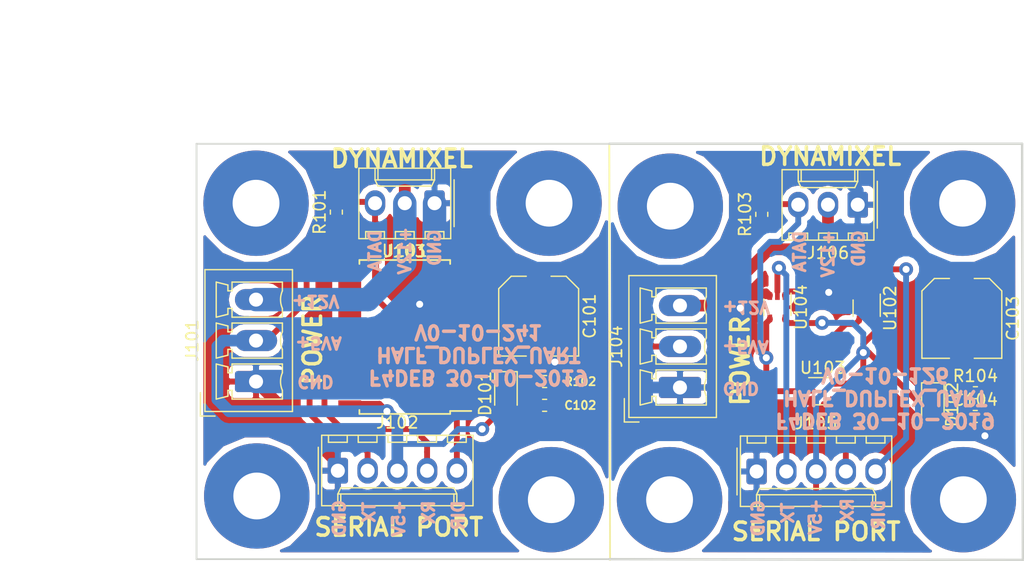
<source format=kicad_pcb>
(kicad_pcb (version 20171130) (host pcbnew 5.0.2+dfsg1-1~bpo9+1)

  (general
    (thickness 1.6)
    (drawings 42)
    (tracks 242)
    (zones 0)
    (modules 28)
    (nets 30)
  )

  (page A4)
  (layers
    (0 F.Cu signal)
    (31 B.Cu signal)
    (32 B.Adhes user)
    (33 F.Adhes user)
    (34 B.Paste user)
    (35 F.Paste user)
    (36 B.SilkS user)
    (37 F.SilkS user)
    (38 B.Mask user)
    (39 F.Mask user)
    (40 Dwgs.User user)
    (41 Cmts.User user)
    (42 Eco1.User user)
    (43 Eco2.User user)
    (44 Edge.Cuts user)
    (45 Margin user)
    (46 B.CrtYd user)
    (47 F.CrtYd user)
    (48 B.Fab user)
    (49 F.Fab user)
  )

  (setup
    (last_trace_width 0.25)
    (user_trace_width 0.3)
    (user_trace_width 0.5)
    (user_trace_width 1)
    (user_trace_width 2)
    (trace_clearance 0.2)
    (zone_clearance 0.508)
    (zone_45_only no)
    (trace_min 0.2)
    (segment_width 0.2)
    (edge_width 0.15)
    (via_size 0.8)
    (via_drill 0.4)
    (via_min_size 0.4)
    (via_min_drill 0.3)
    (user_via 1.2 0.6)
    (uvia_size 0.3)
    (uvia_drill 0.1)
    (uvias_allowed no)
    (uvia_min_size 0.2)
    (uvia_min_drill 0.1)
    (pcb_text_width 0.3)
    (pcb_text_size 1.5 1.5)
    (mod_edge_width 0.15)
    (mod_text_size 1 1)
    (mod_text_width 0.15)
    (pad_size 9 9)
    (pad_drill 4)
    (pad_to_mask_clearance 0.051)
    (solder_mask_min_width 0.25)
    (aux_axis_origin 0 0)
    (visible_elements FFFDFF7F)
    (pcbplotparams
      (layerselection 0x010fc_ffffffff)
      (usegerberextensions true)
      (usegerberattributes false)
      (usegerberadvancedattributes false)
      (creategerberjobfile false)
      (excludeedgelayer true)
      (linewidth 0.100000)
      (plotframeref false)
      (viasonmask false)
      (mode 1)
      (useauxorigin false)
      (hpglpennumber 1)
      (hpglpenspeed 20)
      (hpglpendiameter 15.000000)
      (psnegative false)
      (psa4output false)
      (plotreference true)
      (plotvalue true)
      (plotinvisibletext false)
      (padsonsilk false)
      (subtractmaskfromsilk false)
      (outputformat 1)
      (mirror false)
      (drillshape 0)
      (scaleselection 1)
      (outputdirectory ""))
  )

  (net 0 "")
  (net 1 GND)
  (net 2 +12V)
  (net 3 +5VA)
  (net 4 VDD)
  (net 5 GNDA)
  (net 6 VCC)
  (net 7 "Net-(D101-Pad1)")
  (net 8 "Net-(D102-Pad1)")
  (net 9 /RX241)
  (net 10 /TX241)
  (net 11 /DIR241)
  (net 12 "Net-(J103-Pad3)")
  (net 13 /DIR126)
  (net 14 /TX126)
  (net 15 /RX126)
  (net 16 "Net-(J106-Pad3)")
  (net 17 "Net-(U101-Pad4)")
  (net 18 "Net-(U101-Pad5)")
  (net 19 "Net-(U101-Pad6)")
  (net 20 "Net-(U101-Pad7)")
  (net 21 "Net-(U101-Pad8)")
  (net 22 "Net-(U101-Pad9)")
  (net 23 "Net-(U101-Pad11)")
  (net 24 "Net-(U101-Pad12)")
  (net 25 "Net-(U101-Pad13)")
  (net 26 "Net-(U101-Pad14)")
  (net 27 "Net-(U101-Pad15)")
  (net 28 "Net-(U101-Pad16)")
  (net 29 "Net-(U102-Pad4)")

  (net_class Default "Ceci est la Netclass par défaut."
    (clearance 0.2)
    (trace_width 0.25)
    (via_dia 0.8)
    (via_drill 0.4)
    (uvia_dia 0.3)
    (uvia_drill 0.1)
    (add_net +12V)
    (add_net +5VA)
    (add_net /DIR126)
    (add_net /DIR241)
    (add_net /RX126)
    (add_net /RX241)
    (add_net /TX126)
    (add_net /TX241)
    (add_net GND)
    (add_net GNDA)
    (add_net "Net-(D101-Pad1)")
    (add_net "Net-(D102-Pad1)")
    (add_net "Net-(J103-Pad3)")
    (add_net "Net-(J106-Pad3)")
    (add_net "Net-(U101-Pad11)")
    (add_net "Net-(U101-Pad12)")
    (add_net "Net-(U101-Pad13)")
    (add_net "Net-(U101-Pad14)")
    (add_net "Net-(U101-Pad15)")
    (add_net "Net-(U101-Pad16)")
    (add_net "Net-(U101-Pad4)")
    (add_net "Net-(U101-Pad5)")
    (add_net "Net-(U101-Pad6)")
    (add_net "Net-(U101-Pad7)")
    (add_net "Net-(U101-Pad8)")
    (add_net "Net-(U101-Pad9)")
    (add_net "Net-(U102-Pad4)")
    (add_net VCC)
    (add_net VDD)
  )

  (module Package_TO_SOT_SMD:SOT-353_SC-70-5 (layer F.Cu) (tedit 5A02FF57) (tstamp 5DD2CE10)
    (at 166.497 111.3155)
    (descr "SOT-353, SC-70-5")
    (tags "SOT-353 SC-70-5")
    (path /5DB77BC3)
    (attr smd)
    (fp_text reference U103 (at 0 -2) (layer F.SilkS)
      (effects (font (size 1 1) (thickness 0.15)))
    )
    (fp_text value 74AHC1G126 (at 0 2 180) (layer F.Fab)
      (effects (font (size 1 1) (thickness 0.15)))
    )
    (fp_line (start -0.175 -1.1) (end -0.675 -0.6) (layer F.Fab) (width 0.1))
    (fp_line (start 0.675 1.1) (end -0.675 1.1) (layer F.Fab) (width 0.1))
    (fp_line (start 0.675 -1.1) (end 0.675 1.1) (layer F.Fab) (width 0.1))
    (fp_line (start -1.6 1.4) (end 1.6 1.4) (layer F.CrtYd) (width 0.05))
    (fp_line (start -0.675 -0.6) (end -0.675 1.1) (layer F.Fab) (width 0.1))
    (fp_line (start 0.675 -1.1) (end -0.175 -1.1) (layer F.Fab) (width 0.1))
    (fp_line (start -1.6 -1.4) (end 1.6 -1.4) (layer F.CrtYd) (width 0.05))
    (fp_line (start -1.6 -1.4) (end -1.6 1.4) (layer F.CrtYd) (width 0.05))
    (fp_line (start 1.6 1.4) (end 1.6 -1.4) (layer F.CrtYd) (width 0.05))
    (fp_line (start -0.7 1.16) (end 0.7 1.16) (layer F.SilkS) (width 0.12))
    (fp_line (start 0.7 -1.16) (end -1.2 -1.16) (layer F.SilkS) (width 0.12))
    (fp_text user %R (at 0 0 90) (layer F.Fab)
      (effects (font (size 0.5 0.5) (thickness 0.075)))
    )
    (pad 5 smd rect (at 0.95 -0.65) (size 0.65 0.4) (layers F.Cu F.Paste F.Mask)
      (net 6 VCC))
    (pad 4 smd rect (at 0.95 0.65) (size 0.65 0.4) (layers F.Cu F.Paste F.Mask)
      (net 15 /RX126))
    (pad 2 smd rect (at -0.95 0) (size 0.65 0.4) (layers F.Cu F.Paste F.Mask)
      (net 16 "Net-(J106-Pad3)"))
    (pad 3 smd rect (at -0.95 0.65) (size 0.65 0.4) (layers F.Cu F.Paste F.Mask)
      (net 1 GND))
    (pad 1 smd rect (at -0.95 -0.65) (size 0.65 0.4) (layers F.Cu F.Paste F.Mask)
      (net 29 "Net-(U102-Pad4)"))
    (model ${KISYS3DMOD}/Package_TO_SOT_SMD.3dshapes/SOT-353_SC-70-5.wrl
      (at (xyz 0 0 0))
      (scale (xyz 1 1 1))
      (rotate (xyz 0 0 0))
    )
  )

  (module Package_TO_SOT_SMD:SOT-353_SC-70-5 (layer F.Cu) (tedit 5A02FF57) (tstamp 5DD2CDFB)
    (at 170.246 104.22 270)
    (descr "SOT-353, SC-70-5")
    (tags "SOT-353 SC-70-5")
    (path /5DB77D48)
    (attr smd)
    (fp_text reference U102 (at 0 -2 270) (layer F.SilkS)
      (effects (font (size 1 1) (thickness 0.15)))
    )
    (fp_text value 74LVC1G00 (at 0 2 90) (layer F.Fab)
      (effects (font (size 1 1) (thickness 0.15)))
    )
    (fp_line (start -0.175 -1.1) (end -0.675 -0.6) (layer F.Fab) (width 0.1))
    (fp_line (start 0.675 1.1) (end -0.675 1.1) (layer F.Fab) (width 0.1))
    (fp_line (start 0.675 -1.1) (end 0.675 1.1) (layer F.Fab) (width 0.1))
    (fp_line (start -1.6 1.4) (end 1.6 1.4) (layer F.CrtYd) (width 0.05))
    (fp_line (start -0.675 -0.6) (end -0.675 1.1) (layer F.Fab) (width 0.1))
    (fp_line (start 0.675 -1.1) (end -0.175 -1.1) (layer F.Fab) (width 0.1))
    (fp_line (start -1.6 -1.4) (end 1.6 -1.4) (layer F.CrtYd) (width 0.05))
    (fp_line (start -1.6 -1.4) (end -1.6 1.4) (layer F.CrtYd) (width 0.05))
    (fp_line (start 1.6 1.4) (end 1.6 -1.4) (layer F.CrtYd) (width 0.05))
    (fp_line (start -0.7 1.16) (end 0.7 1.16) (layer F.SilkS) (width 0.12))
    (fp_line (start 0.7 -1.16) (end -1.2 -1.16) (layer F.SilkS) (width 0.12))
    (fp_text user %R (at 0 0) (layer F.Fab)
      (effects (font (size 0.5 0.5) (thickness 0.075)))
    )
    (pad 5 smd rect (at 0.95 -0.65 270) (size 0.65 0.4) (layers F.Cu F.Paste F.Mask)
      (net 6 VCC))
    (pad 4 smd rect (at 0.95 0.65 270) (size 0.65 0.4) (layers F.Cu F.Paste F.Mask)
      (net 29 "Net-(U102-Pad4)"))
    (pad 2 smd rect (at -0.95 0 270) (size 0.65 0.4) (layers F.Cu F.Paste F.Mask)
      (net 13 /DIR126))
    (pad 3 smd rect (at -0.95 0.65 270) (size 0.65 0.4) (layers F.Cu F.Paste F.Mask)
      (net 1 GND))
    (pad 1 smd rect (at -0.95 -0.65 270) (size 0.65 0.4) (layers F.Cu F.Paste F.Mask)
      (net 13 /DIR126))
    (model ${KISYS3DMOD}/Package_TO_SOT_SMD.3dshapes/SOT-353_SC-70-5.wrl
      (at (xyz 0 0 0))
      (scale (xyz 1 1 1))
      (rotate (xyz 0 0 0))
    )
  )

  (module Package_TO_SOT_SMD:SOT-353_SC-70-5 (layer F.Cu) (tedit 5A02FF57) (tstamp 5DD2CE25)
    (at 162.6235 104.14 270)
    (descr "SOT-353, SC-70-5")
    (tags "SOT-353 SC-70-5")
    (path /5DB77AFE)
    (attr smd)
    (fp_text reference U104 (at 0 -2 270) (layer F.SilkS)
      (effects (font (size 1 1) (thickness 0.15)))
    )
    (fp_text value 74AHC1G126 (at 0 2 90) (layer F.Fab)
      (effects (font (size 1 1) (thickness 0.15)))
    )
    (fp_line (start -0.175 -1.1) (end -0.675 -0.6) (layer F.Fab) (width 0.1))
    (fp_line (start 0.675 1.1) (end -0.675 1.1) (layer F.Fab) (width 0.1))
    (fp_line (start 0.675 -1.1) (end 0.675 1.1) (layer F.Fab) (width 0.1))
    (fp_line (start -1.6 1.4) (end 1.6 1.4) (layer F.CrtYd) (width 0.05))
    (fp_line (start -0.675 -0.6) (end -0.675 1.1) (layer F.Fab) (width 0.1))
    (fp_line (start 0.675 -1.1) (end -0.175 -1.1) (layer F.Fab) (width 0.1))
    (fp_line (start -1.6 -1.4) (end 1.6 -1.4) (layer F.CrtYd) (width 0.05))
    (fp_line (start -1.6 -1.4) (end -1.6 1.4) (layer F.CrtYd) (width 0.05))
    (fp_line (start 1.6 1.4) (end 1.6 -1.4) (layer F.CrtYd) (width 0.05))
    (fp_line (start -0.7 1.16) (end 0.7 1.16) (layer F.SilkS) (width 0.12))
    (fp_line (start 0.7 -1.16) (end -1.2 -1.16) (layer F.SilkS) (width 0.12))
    (fp_text user %R (at 0 0) (layer F.Fab)
      (effects (font (size 0.5 0.5) (thickness 0.075)))
    )
    (pad 5 smd rect (at 0.95 -0.65 270) (size 0.65 0.4) (layers F.Cu F.Paste F.Mask)
      (net 6 VCC))
    (pad 4 smd rect (at 0.95 0.65 270) (size 0.65 0.4) (layers F.Cu F.Paste F.Mask)
      (net 16 "Net-(J106-Pad3)"))
    (pad 2 smd rect (at -0.95 0 270) (size 0.65 0.4) (layers F.Cu F.Paste F.Mask)
      (net 14 /TX126))
    (pad 3 smd rect (at -0.95 0.65 270) (size 0.65 0.4) (layers F.Cu F.Paste F.Mask)
      (net 1 GND))
    (pad 1 smd rect (at -0.95 -0.65 270) (size 0.65 0.4) (layers F.Cu F.Paste F.Mask)
      (net 13 /DIR126))
    (model ${KISYS3DMOD}/Package_TO_SOT_SMD.3dshapes/SOT-353_SC-70-5.wrl
      (at (xyz 0 0 0))
      (scale (xyz 1 1 1))
      (rotate (xyz 0 0 0))
    )
  )

  (module Connector_Molex:Molex_KK-254_AE-6410-03A_1x03_P2.54mm_Vertical (layer F.Cu) (tedit 5B78013E) (tstamp 5DD2CD79)
    (at 169.4815 95.377 180)
    (descr "Molex KK-254 Interconnect System, old/engineering part number: AE-6410-03A example for new part number: 22-27-2031, 3 Pins (http://www.molex.com/pdm_docs/sd/022272021_sd.pdf), generated with kicad-footprint-generator")
    (tags "connector Molex KK-254 side entry")
    (path /5DB89A6C)
    (fp_text reference J106 (at 2.54 -4.12 180) (layer F.SilkS)
      (effects (font (size 1 1) (thickness 0.15)))
    )
    (fp_text value Conn_01x03_Male (at 2.54 4.08 180) (layer F.Fab)
      (effects (font (size 1 1) (thickness 0.15)))
    )
    (fp_line (start -1.27 -2.92) (end -1.27 2.88) (layer F.Fab) (width 0.1))
    (fp_line (start -1.27 2.88) (end 6.35 2.88) (layer F.Fab) (width 0.1))
    (fp_line (start 6.35 2.88) (end 6.35 -2.92) (layer F.Fab) (width 0.1))
    (fp_line (start 6.35 -2.92) (end -1.27 -2.92) (layer F.Fab) (width 0.1))
    (fp_line (start -1.38 -3.03) (end -1.38 2.99) (layer F.SilkS) (width 0.12))
    (fp_line (start -1.38 2.99) (end 6.46 2.99) (layer F.SilkS) (width 0.12))
    (fp_line (start 6.46 2.99) (end 6.46 -3.03) (layer F.SilkS) (width 0.12))
    (fp_line (start 6.46 -3.03) (end -1.38 -3.03) (layer F.SilkS) (width 0.12))
    (fp_line (start -1.67 -2) (end -1.67 2) (layer F.SilkS) (width 0.12))
    (fp_line (start -1.27 -0.5) (end -0.562893 0) (layer F.Fab) (width 0.1))
    (fp_line (start -0.562893 0) (end -1.27 0.5) (layer F.Fab) (width 0.1))
    (fp_line (start 0 2.99) (end 0 1.99) (layer F.SilkS) (width 0.12))
    (fp_line (start 0 1.99) (end 5.08 1.99) (layer F.SilkS) (width 0.12))
    (fp_line (start 5.08 1.99) (end 5.08 2.99) (layer F.SilkS) (width 0.12))
    (fp_line (start 0 1.99) (end 0.25 1.46) (layer F.SilkS) (width 0.12))
    (fp_line (start 0.25 1.46) (end 4.83 1.46) (layer F.SilkS) (width 0.12))
    (fp_line (start 4.83 1.46) (end 5.08 1.99) (layer F.SilkS) (width 0.12))
    (fp_line (start 0.25 2.99) (end 0.25 1.99) (layer F.SilkS) (width 0.12))
    (fp_line (start 4.83 2.99) (end 4.83 1.99) (layer F.SilkS) (width 0.12))
    (fp_line (start -0.8 -3.03) (end -0.8 -2.43) (layer F.SilkS) (width 0.12))
    (fp_line (start -0.8 -2.43) (end 0.8 -2.43) (layer F.SilkS) (width 0.12))
    (fp_line (start 0.8 -2.43) (end 0.8 -3.03) (layer F.SilkS) (width 0.12))
    (fp_line (start 1.74 -3.03) (end 1.74 -2.43) (layer F.SilkS) (width 0.12))
    (fp_line (start 1.74 -2.43) (end 3.34 -2.43) (layer F.SilkS) (width 0.12))
    (fp_line (start 3.34 -2.43) (end 3.34 -3.03) (layer F.SilkS) (width 0.12))
    (fp_line (start 4.28 -3.03) (end 4.28 -2.43) (layer F.SilkS) (width 0.12))
    (fp_line (start 4.28 -2.43) (end 5.88 -2.43) (layer F.SilkS) (width 0.12))
    (fp_line (start 5.88 -2.43) (end 5.88 -3.03) (layer F.SilkS) (width 0.12))
    (fp_line (start -1.77 -3.42) (end -1.77 3.38) (layer F.CrtYd) (width 0.05))
    (fp_line (start -1.77 3.38) (end 6.85 3.38) (layer F.CrtYd) (width 0.05))
    (fp_line (start 6.85 3.38) (end 6.85 -3.42) (layer F.CrtYd) (width 0.05))
    (fp_line (start 6.85 -3.42) (end -1.77 -3.42) (layer F.CrtYd) (width 0.05))
    (fp_text user %R (at 2.54 -2.22 180) (layer F.Fab)
      (effects (font (size 1 1) (thickness 0.15)))
    )
    (pad 1 thru_hole roundrect (at 0 0 180) (size 1.74 2.2) (drill 1.2) (layers *.Cu *.Mask) (roundrect_rratio 0.143678)
      (net 1 GND))
    (pad 2 thru_hole oval (at 2.54 0 180) (size 1.74 2.2) (drill 1.2) (layers *.Cu *.Mask)
      (net 4 VDD))
    (pad 3 thru_hole oval (at 5.08 0 180) (size 1.74 2.2) (drill 1.2) (layers *.Cu *.Mask)
      (net 16 "Net-(J106-Pad3)"))
    (model ${KISYS3DMOD}/Connector_Molex.3dshapes/Molex_KK-254_AE-6410-03A_1x03_P2.54mm_Vertical.wrl
      (at (xyz 0 0 0))
      (scale (xyz 1 1 1))
      (rotate (xyz 0 0 0))
    )
  )

  (module Connector_Wire:SolderWirePad_1x01_Drill2.5mm (layer F.Cu) (tedit 5DB8B510) (tstamp 5DB92E54)
    (at 178.4985 120.5865)
    (descr "Wire solder connection")
    (tags connector)
    (attr virtual)
    (fp_text reference REF** (at 0 -5.08) (layer F.SilkS) hide
      (effects (font (size 1 1) (thickness 0.15)))
    )
    (fp_text value SolderWirePad_1x01_Drill2.5mm (at 0 5.08) (layer F.Fab) hide
      (effects (font (size 1 1) (thickness 0.15)))
    )
    (fp_text user %R (at 0 0) (layer F.Fab)
      (effects (font (size 1 1) (thickness 0.15)))
    )
    (fp_line (start -3.5 -3.5) (end 3.5 -3.5) (layer F.CrtYd) (width 0.05))
    (fp_line (start -3.5 -3.5) (end -3.5 3.5) (layer F.CrtYd) (width 0.05))
    (fp_line (start 3.5 3.5) (end 3.5 -3.5) (layer F.CrtYd) (width 0.05))
    (fp_line (start 3.5 3.5) (end -3.5 3.5) (layer F.CrtYd) (width 0.05))
    (pad 1 thru_hole circle (at 0 0) (size 9 9) (drill 4) (layers *.Cu *.Mask))
  )

  (module Connector_Wire:SolderWirePad_1x01_Drill2.5mm (layer F.Cu) (tedit 5DB8B510) (tstamp 5DB92D88)
    (at 153.416 120.5865)
    (descr "Wire solder connection")
    (tags connector)
    (attr virtual)
    (fp_text reference REF** (at 0 -5.08) (layer F.SilkS) hide
      (effects (font (size 1 1) (thickness 0.15)))
    )
    (fp_text value SolderWirePad_1x01_Drill2.5mm (at 0 5.08) (layer F.Fab) hide
      (effects (font (size 1 1) (thickness 0.15)))
    )
    (fp_text user %R (at 0 0) (layer F.Fab)
      (effects (font (size 1 1) (thickness 0.15)))
    )
    (fp_line (start -3.5 -3.5) (end 3.5 -3.5) (layer F.CrtYd) (width 0.05))
    (fp_line (start -3.5 -3.5) (end -3.5 3.5) (layer F.CrtYd) (width 0.05))
    (fp_line (start 3.5 3.5) (end 3.5 -3.5) (layer F.CrtYd) (width 0.05))
    (fp_line (start 3.5 3.5) (end -3.5 3.5) (layer F.CrtYd) (width 0.05))
    (pad 1 thru_hole circle (at 0 0) (size 9 9) (drill 4) (layers *.Cu *.Mask))
  )

  (module Connector_Wire:SolderWirePad_1x01_Drill2.5mm (layer F.Cu) (tedit 5DB8B510) (tstamp 5DB90AC0)
    (at 178.435 95.25)
    (descr "Wire solder connection")
    (tags connector)
    (attr virtual)
    (fp_text reference REF** (at 0 -5.08) (layer F.SilkS) hide
      (effects (font (size 1 1) (thickness 0.15)))
    )
    (fp_text value SolderWirePad_1x01_Drill2.5mm (at 0 5.08) (layer F.Fab) hide
      (effects (font (size 1 1) (thickness 0.15)))
    )
    (fp_line (start 3.5 3.5) (end -3.5 3.5) (layer F.CrtYd) (width 0.05))
    (fp_line (start 3.5 3.5) (end 3.5 -3.5) (layer F.CrtYd) (width 0.05))
    (fp_line (start -3.5 -3.5) (end -3.5 3.5) (layer F.CrtYd) (width 0.05))
    (fp_line (start -3.5 -3.5) (end 3.5 -3.5) (layer F.CrtYd) (width 0.05))
    (fp_text user %R (at 0 0) (layer F.Fab)
      (effects (font (size 1 1) (thickness 0.15)))
    )
    (pad 1 thru_hole circle (at 0 0) (size 9 9) (drill 4) (layers *.Cu *.Mask))
  )

  (module Connector_Wire:SolderWirePad_1x01_Drill2.5mm (layer F.Cu) (tedit 5DB8B510) (tstamp 5DB90A06)
    (at 153.4795 95.504)
    (descr "Wire solder connection")
    (tags connector)
    (attr virtual)
    (fp_text reference REF** (at 0 -5.08) (layer F.SilkS) hide
      (effects (font (size 1 1) (thickness 0.15)))
    )
    (fp_text value SolderWirePad_1x01_Drill2.5mm (at 0 5.08) (layer F.Fab) hide
      (effects (font (size 1 1) (thickness 0.15)))
    )
    (fp_text user %R (at 0 0) (layer F.Fab)
      (effects (font (size 1 1) (thickness 0.15)))
    )
    (fp_line (start -3.5 -3.5) (end 3.5 -3.5) (layer F.CrtYd) (width 0.05))
    (fp_line (start -3.5 -3.5) (end -3.5 3.5) (layer F.CrtYd) (width 0.05))
    (fp_line (start 3.5 3.5) (end 3.5 -3.5) (layer F.CrtYd) (width 0.05))
    (fp_line (start 3.5 3.5) (end -3.5 3.5) (layer F.CrtYd) (width 0.05))
    (pad 1 thru_hole circle (at 0 0) (size 9 9) (drill 4) (layers *.Cu *.Mask))
  )

  (module Connector_Wire:SolderWirePad_1x01_Drill2.5mm (layer F.Cu) (tedit 5DB8B510) (tstamp 5DD4FE7D)
    (at 143.3195 120.5865)
    (descr "Wire solder connection")
    (tags connector)
    (attr virtual)
    (fp_text reference REF** (at 0 -5.08) (layer F.SilkS) hide
      (effects (font (size 1 1) (thickness 0.15)))
    )
    (fp_text value SolderWirePad_1x01_Drill2.5mm (at 0 5.08) (layer F.Fab) hide
      (effects (font (size 1 1) (thickness 0.15)))
    )
    (fp_line (start 3.5 3.5) (end -3.5 3.5) (layer F.CrtYd) (width 0.05))
    (fp_line (start 3.5 3.5) (end 3.5 -3.5) (layer F.CrtYd) (width 0.05))
    (fp_line (start -3.5 -3.5) (end -3.5 3.5) (layer F.CrtYd) (width 0.05))
    (fp_line (start -3.5 -3.5) (end 3.5 -3.5) (layer F.CrtYd) (width 0.05))
    (fp_text user %R (at 0 0) (layer F.Fab)
      (effects (font (size 1 1) (thickness 0.15)))
    )
    (pad 1 thru_hole circle (at 0 0) (size 9 9) (drill 4) (layers *.Cu *.Mask))
  )

  (module Connector_Wire:SolderWirePad_1x01_Drill2.5mm (layer F.Cu) (tedit 5DB8B505) (tstamp 5DD4FE8F)
    (at 118.1735 120.269)
    (descr "Wire solder connection")
    (tags connector)
    (attr virtual)
    (fp_text reference REF** (at 0 -5.08) (layer F.SilkS) hide
      (effects (font (size 1 1) (thickness 0.15)))
    )
    (fp_text value SolderWirePad_1x01_Drill2.5mm (at 0 5.08) (layer F.Fab) hide
      (effects (font (size 1 1) (thickness 0.15)))
    )
    (fp_text user %R (at 0 0) (layer F.Fab)
      (effects (font (size 1 1) (thickness 0.15)))
    )
    (fp_line (start -3.5 -3.5) (end 3.5 -3.5) (layer F.CrtYd) (width 0.05))
    (fp_line (start -3.5 -3.5) (end -3.5 3.5) (layer F.CrtYd) (width 0.05))
    (fp_line (start 3.5 3.5) (end 3.5 -3.5) (layer F.CrtYd) (width 0.05))
    (fp_line (start 3.5 3.5) (end -3.5 3.5) (layer F.CrtYd) (width 0.05))
    (pad 1 thru_hole circle (at 0 0) (size 9 9) (drill 4) (layers *.Cu *.Mask))
  )

  (module Connector_Wire:SolderWirePad_1x01_Drill2.5mm (layer F.Cu) (tedit 5DB8B4FA) (tstamp 5DD4FE6B)
    (at 143.129 95.25)
    (descr "Wire solder connection")
    (tags connector)
    (attr virtual)
    (fp_text reference REF** (at 0 -5.08) (layer F.SilkS) hide
      (effects (font (size 1 1) (thickness 0.15)))
    )
    (fp_text value SolderWirePad_1x01_Drill2.5mm (at 0 5.08) (layer F.Fab) hide
      (effects (font (size 1 1) (thickness 0.15)))
    )
    (fp_text user %R (at 0 0) (layer F.Fab)
      (effects (font (size 1 1) (thickness 0.15)))
    )
    (fp_line (start -3.5 -3.5) (end 3.5 -3.5) (layer F.CrtYd) (width 0.05))
    (fp_line (start -3.5 -3.5) (end -3.5 3.5) (layer F.CrtYd) (width 0.05))
    (fp_line (start 3.5 3.5) (end 3.5 -3.5) (layer F.CrtYd) (width 0.05))
    (fp_line (start 3.5 3.5) (end -3.5 3.5) (layer F.CrtYd) (width 0.05))
    (pad 1 thru_hole circle (at 0 0) (size 9 9) (drill 4) (layers *.Cu *.Mask))
  )

  (module Connector_Phoenix_MC:PhoenixContact_MCV_1,5_3-G-3.5_1x03_P3.50mm_Vertical (layer F.Cu) (tedit 5B784ED0) (tstamp 5DB93330)
    (at 154.305 110.998 90)
    (descr "Generic Phoenix Contact connector footprint for: MCV_1,5/3-G-3.5; number of pins: 03; pin pitch: 3.50mm; Vertical || order number: 1843619 8A 160V")
    (tags "phoenix_contact connector MCV_01x03_G_3.5mm")
    (path /5DB7614C)
    (fp_text reference J104 (at 3.5 -5.45 90) (layer F.SilkS)
      (effects (font (size 1 1) (thickness 0.15)))
    )
    (fp_text value Conn_01x03_Male (at 3.5 4.2 90) (layer F.Fab)
      (effects (font (size 1 1) (thickness 0.15)))
    )
    (fp_text user %R (at 3.5 -3.55 90) (layer F.Fab)
      (effects (font (size 1 1) (thickness 0.15)))
    )
    (fp_line (start -2.95 -4.75) (end -0.95 -4.75) (layer F.Fab) (width 0.1))
    (fp_line (start -2.95 -3.5) (end -2.95 -4.75) (layer F.Fab) (width 0.1))
    (fp_line (start -2.95 -4.75) (end -0.95 -4.75) (layer F.SilkS) (width 0.12))
    (fp_line (start -2.95 -3.5) (end -2.95 -4.75) (layer F.SilkS) (width 0.12))
    (fp_line (start 9.95 -4.75) (end -2.95 -4.75) (layer F.CrtYd) (width 0.05))
    (fp_line (start 9.95 3.5) (end 9.95 -4.75) (layer F.CrtYd) (width 0.05))
    (fp_line (start -2.95 3.5) (end 9.95 3.5) (layer F.CrtYd) (width 0.05))
    (fp_line (start -2.95 -4.75) (end -2.95 3.5) (layer F.CrtYd) (width 0.05))
    (fp_line (start 8.5 2.25) (end 7.75 2.25) (layer F.SilkS) (width 0.12))
    (fp_line (start 8.5 -2.05) (end 8.5 2.25) (layer F.SilkS) (width 0.12))
    (fp_line (start 7.75 -2.05) (end 8.5 -2.05) (layer F.SilkS) (width 0.12))
    (fp_line (start 7.75 -2.4) (end 7.75 -2.05) (layer F.SilkS) (width 0.12))
    (fp_line (start 8.25 -2.4) (end 7.75 -2.4) (layer F.SilkS) (width 0.12))
    (fp_line (start 8.5 -3.4) (end 8.25 -2.4) (layer F.SilkS) (width 0.12))
    (fp_line (start 5.5 -3.4) (end 8.5 -3.4) (layer F.SilkS) (width 0.12))
    (fp_line (start 5.75 -2.4) (end 5.5 -3.4) (layer F.SilkS) (width 0.12))
    (fp_line (start 6.25 -2.4) (end 5.75 -2.4) (layer F.SilkS) (width 0.12))
    (fp_line (start 6.25 -2.05) (end 6.25 -2.4) (layer F.SilkS) (width 0.12))
    (fp_line (start 5.5 -2.05) (end 6.25 -2.05) (layer F.SilkS) (width 0.12))
    (fp_line (start 5.5 2.25) (end 5.5 -2.05) (layer F.SilkS) (width 0.12))
    (fp_line (start 6.25 2.25) (end 5.5 2.25) (layer F.SilkS) (width 0.12))
    (fp_line (start 5 2.25) (end 4.25 2.25) (layer F.SilkS) (width 0.12))
    (fp_line (start 5 -2.05) (end 5 2.25) (layer F.SilkS) (width 0.12))
    (fp_line (start 4.25 -2.05) (end 5 -2.05) (layer F.SilkS) (width 0.12))
    (fp_line (start 4.25 -2.4) (end 4.25 -2.05) (layer F.SilkS) (width 0.12))
    (fp_line (start 4.75 -2.4) (end 4.25 -2.4) (layer F.SilkS) (width 0.12))
    (fp_line (start 5 -3.4) (end 4.75 -2.4) (layer F.SilkS) (width 0.12))
    (fp_line (start 2 -3.4) (end 5 -3.4) (layer F.SilkS) (width 0.12))
    (fp_line (start 2.25 -2.4) (end 2 -3.4) (layer F.SilkS) (width 0.12))
    (fp_line (start 2.75 -2.4) (end 2.25 -2.4) (layer F.SilkS) (width 0.12))
    (fp_line (start 2.75 -2.05) (end 2.75 -2.4) (layer F.SilkS) (width 0.12))
    (fp_line (start 2 -2.05) (end 2.75 -2.05) (layer F.SilkS) (width 0.12))
    (fp_line (start 2 2.25) (end 2 -2.05) (layer F.SilkS) (width 0.12))
    (fp_line (start 2.75 2.25) (end 2 2.25) (layer F.SilkS) (width 0.12))
    (fp_line (start 1.5 2.25) (end 0.75 2.25) (layer F.SilkS) (width 0.12))
    (fp_line (start 1.5 -2.05) (end 1.5 2.25) (layer F.SilkS) (width 0.12))
    (fp_line (start 0.75 -2.05) (end 1.5 -2.05) (layer F.SilkS) (width 0.12))
    (fp_line (start 0.75 -2.4) (end 0.75 -2.05) (layer F.SilkS) (width 0.12))
    (fp_line (start 1.25 -2.4) (end 0.75 -2.4) (layer F.SilkS) (width 0.12))
    (fp_line (start 1.5 -3.4) (end 1.25 -2.4) (layer F.SilkS) (width 0.12))
    (fp_line (start -1.5 -3.4) (end 1.5 -3.4) (layer F.SilkS) (width 0.12))
    (fp_line (start -1.25 -2.4) (end -1.5 -3.4) (layer F.SilkS) (width 0.12))
    (fp_line (start -0.75 -2.4) (end -1.25 -2.4) (layer F.SilkS) (width 0.12))
    (fp_line (start -0.75 -2.05) (end -0.75 -2.4) (layer F.SilkS) (width 0.12))
    (fp_line (start -1.5 -2.05) (end -0.75 -2.05) (layer F.SilkS) (width 0.12))
    (fp_line (start -1.5 2.25) (end -1.5 -2.05) (layer F.SilkS) (width 0.12))
    (fp_line (start -0.75 2.25) (end -1.5 2.25) (layer F.SilkS) (width 0.12))
    (fp_line (start 9.45 -4.25) (end -2.45 -4.25) (layer F.Fab) (width 0.1))
    (fp_line (start 9.45 3) (end 9.45 -4.25) (layer F.Fab) (width 0.1))
    (fp_line (start -2.45 3) (end 9.45 3) (layer F.Fab) (width 0.1))
    (fp_line (start -2.45 -4.25) (end -2.45 3) (layer F.Fab) (width 0.1))
    (fp_line (start 9.56 -4.36) (end -2.56 -4.36) (layer F.SilkS) (width 0.12))
    (fp_line (start 9.56 3.11) (end 9.56 -4.36) (layer F.SilkS) (width 0.12))
    (fp_line (start -2.56 3.11) (end 9.56 3.11) (layer F.SilkS) (width 0.12))
    (fp_line (start -2.56 -4.36) (end -2.56 3.11) (layer F.SilkS) (width 0.12))
    (fp_arc (start 7 3.95) (end 6.25 2.25) (angle 47.6) (layer F.SilkS) (width 0.12))
    (fp_arc (start 3.5 3.95) (end 2.75 2.25) (angle 47.6) (layer F.SilkS) (width 0.12))
    (fp_arc (start 0 3.95) (end -0.75 2.25) (angle 47.6) (layer F.SilkS) (width 0.12))
    (pad 3 thru_hole oval (at 7 0 90) (size 1.8 3.6) (drill 1.2) (layers *.Cu *.Mask)
      (net 4 VDD))
    (pad 2 thru_hole oval (at 3.5 0 90) (size 1.8 3.6) (drill 1.2) (layers *.Cu *.Mask)
      (net 6 VCC))
    (pad 1 thru_hole roundrect (at 0 0 90) (size 1.8 3.6) (drill 1.2) (layers *.Cu *.Mask) (roundrect_rratio 0.138889)
      (net 1 GND))
    (model ${KISYS3DMOD}/Connector_Phoenix_MC.3dshapes/PhoenixContact_MCV_1,5_3-G-3.5_1x03_P3.50mm_Vertical.wrl
      (at (xyz 0 0 0))
      (scale (xyz 1 1 1))
      (rotate (xyz 0 0 0))
    )
  )

  (module Connector_Phoenix_MC:PhoenixContact_MCV_1,5_3-G-3.5_1x03_P3.50mm_Vertical (layer F.Cu) (tedit 5B784ED0) (tstamp 5DD2CC75)
    (at 118.11 110.49 90)
    (descr "Generic Phoenix Contact connector footprint for: MCV_1,5/3-G-3.5; number of pins: 03; pin pitch: 3.50mm; Vertical || order number: 1843619 8A 160V")
    (tags "phoenix_contact connector MCV_01x03_G_3.5mm")
    (path /5DB5FC2C)
    (fp_text reference J101 (at 3.5 -5.45 90) (layer F.SilkS)
      (effects (font (size 1 1) (thickness 0.15)))
    )
    (fp_text value Conn_01x03_Male (at 3.5 4.2 90) (layer F.Fab)
      (effects (font (size 1 1) (thickness 0.15)))
    )
    (fp_text user %R (at 3.5 -3.55 90) (layer F.Fab)
      (effects (font (size 1 1) (thickness 0.15)))
    )
    (fp_line (start -2.95 -4.75) (end -0.95 -4.75) (layer F.Fab) (width 0.1))
    (fp_line (start -2.95 -3.5) (end -2.95 -4.75) (layer F.Fab) (width 0.1))
    (fp_line (start -2.95 -4.75) (end -0.95 -4.75) (layer F.SilkS) (width 0.12))
    (fp_line (start -2.95 -3.5) (end -2.95 -4.75) (layer F.SilkS) (width 0.12))
    (fp_line (start 9.95 -4.75) (end -2.95 -4.75) (layer F.CrtYd) (width 0.05))
    (fp_line (start 9.95 3.5) (end 9.95 -4.75) (layer F.CrtYd) (width 0.05))
    (fp_line (start -2.95 3.5) (end 9.95 3.5) (layer F.CrtYd) (width 0.05))
    (fp_line (start -2.95 -4.75) (end -2.95 3.5) (layer F.CrtYd) (width 0.05))
    (fp_line (start 8.5 2.25) (end 7.75 2.25) (layer F.SilkS) (width 0.12))
    (fp_line (start 8.5 -2.05) (end 8.5 2.25) (layer F.SilkS) (width 0.12))
    (fp_line (start 7.75 -2.05) (end 8.5 -2.05) (layer F.SilkS) (width 0.12))
    (fp_line (start 7.75 -2.4) (end 7.75 -2.05) (layer F.SilkS) (width 0.12))
    (fp_line (start 8.25 -2.4) (end 7.75 -2.4) (layer F.SilkS) (width 0.12))
    (fp_line (start 8.5 -3.4) (end 8.25 -2.4) (layer F.SilkS) (width 0.12))
    (fp_line (start 5.5 -3.4) (end 8.5 -3.4) (layer F.SilkS) (width 0.12))
    (fp_line (start 5.75 -2.4) (end 5.5 -3.4) (layer F.SilkS) (width 0.12))
    (fp_line (start 6.25 -2.4) (end 5.75 -2.4) (layer F.SilkS) (width 0.12))
    (fp_line (start 6.25 -2.05) (end 6.25 -2.4) (layer F.SilkS) (width 0.12))
    (fp_line (start 5.5 -2.05) (end 6.25 -2.05) (layer F.SilkS) (width 0.12))
    (fp_line (start 5.5 2.25) (end 5.5 -2.05) (layer F.SilkS) (width 0.12))
    (fp_line (start 6.25 2.25) (end 5.5 2.25) (layer F.SilkS) (width 0.12))
    (fp_line (start 5 2.25) (end 4.25 2.25) (layer F.SilkS) (width 0.12))
    (fp_line (start 5 -2.05) (end 5 2.25) (layer F.SilkS) (width 0.12))
    (fp_line (start 4.25 -2.05) (end 5 -2.05) (layer F.SilkS) (width 0.12))
    (fp_line (start 4.25 -2.4) (end 4.25 -2.05) (layer F.SilkS) (width 0.12))
    (fp_line (start 4.75 -2.4) (end 4.25 -2.4) (layer F.SilkS) (width 0.12))
    (fp_line (start 5 -3.4) (end 4.75 -2.4) (layer F.SilkS) (width 0.12))
    (fp_line (start 2 -3.4) (end 5 -3.4) (layer F.SilkS) (width 0.12))
    (fp_line (start 2.25 -2.4) (end 2 -3.4) (layer F.SilkS) (width 0.12))
    (fp_line (start 2.75 -2.4) (end 2.25 -2.4) (layer F.SilkS) (width 0.12))
    (fp_line (start 2.75 -2.05) (end 2.75 -2.4) (layer F.SilkS) (width 0.12))
    (fp_line (start 2 -2.05) (end 2.75 -2.05) (layer F.SilkS) (width 0.12))
    (fp_line (start 2 2.25) (end 2 -2.05) (layer F.SilkS) (width 0.12))
    (fp_line (start 2.75 2.25) (end 2 2.25) (layer F.SilkS) (width 0.12))
    (fp_line (start 1.5 2.25) (end 0.75 2.25) (layer F.SilkS) (width 0.12))
    (fp_line (start 1.5 -2.05) (end 1.5 2.25) (layer F.SilkS) (width 0.12))
    (fp_line (start 0.75 -2.05) (end 1.5 -2.05) (layer F.SilkS) (width 0.12))
    (fp_line (start 0.75 -2.4) (end 0.75 -2.05) (layer F.SilkS) (width 0.12))
    (fp_line (start 1.25 -2.4) (end 0.75 -2.4) (layer F.SilkS) (width 0.12))
    (fp_line (start 1.5 -3.4) (end 1.25 -2.4) (layer F.SilkS) (width 0.12))
    (fp_line (start -1.5 -3.4) (end 1.5 -3.4) (layer F.SilkS) (width 0.12))
    (fp_line (start -1.25 -2.4) (end -1.5 -3.4) (layer F.SilkS) (width 0.12))
    (fp_line (start -0.75 -2.4) (end -1.25 -2.4) (layer F.SilkS) (width 0.12))
    (fp_line (start -0.75 -2.05) (end -0.75 -2.4) (layer F.SilkS) (width 0.12))
    (fp_line (start -1.5 -2.05) (end -0.75 -2.05) (layer F.SilkS) (width 0.12))
    (fp_line (start -1.5 2.25) (end -1.5 -2.05) (layer F.SilkS) (width 0.12))
    (fp_line (start -0.75 2.25) (end -1.5 2.25) (layer F.SilkS) (width 0.12))
    (fp_line (start 9.45 -4.25) (end -2.45 -4.25) (layer F.Fab) (width 0.1))
    (fp_line (start 9.45 3) (end 9.45 -4.25) (layer F.Fab) (width 0.1))
    (fp_line (start -2.45 3) (end 9.45 3) (layer F.Fab) (width 0.1))
    (fp_line (start -2.45 -4.25) (end -2.45 3) (layer F.Fab) (width 0.1))
    (fp_line (start 9.56 -4.36) (end -2.56 -4.36) (layer F.SilkS) (width 0.12))
    (fp_line (start 9.56 3.11) (end 9.56 -4.36) (layer F.SilkS) (width 0.12))
    (fp_line (start -2.56 3.11) (end 9.56 3.11) (layer F.SilkS) (width 0.12))
    (fp_line (start -2.56 -4.36) (end -2.56 3.11) (layer F.SilkS) (width 0.12))
    (fp_arc (start 7 3.95) (end 6.25 2.25) (angle 47.6) (layer F.SilkS) (width 0.12))
    (fp_arc (start 3.5 3.95) (end 2.75 2.25) (angle 47.6) (layer F.SilkS) (width 0.12))
    (fp_arc (start 0 3.95) (end -0.75 2.25) (angle 47.6) (layer F.SilkS) (width 0.12))
    (pad 3 thru_hole oval (at 7 0 90) (size 1.8 3.6) (drill 1.2) (layers *.Cu *.Mask)
      (net 2 +12V))
    (pad 2 thru_hole oval (at 3.5 0 90) (size 1.8 3.6) (drill 1.2) (layers *.Cu *.Mask)
      (net 3 +5VA))
    (pad 1 thru_hole roundrect (at 0 0 90) (size 1.8 3.6) (drill 1.2) (layers *.Cu *.Mask) (roundrect_rratio 0.138889)
      (net 5 GNDA))
    (model ${KISYS3DMOD}/Connector_Phoenix_MC.3dshapes/PhoenixContact_MCV_1,5_3-G-3.5_1x03_P3.50mm_Vertical.wrl
      (at (xyz 0 0 0))
      (scale (xyz 1 1 1))
      (rotate (xyz 0 0 0))
    )
  )

  (module Capacitor_SMD:C_Elec_6.3x7.7 (layer F.Cu) (tedit 5BC8D926) (tstamp 5DD2CBB5)
    (at 142.24 104.902 270)
    (descr "SMD capacitor, aluminum electrolytic nonpolar, 6.3x7.7mm")
    (tags "capacitor electrolyic nonpolar")
    (path /5DB5FF58)
    (attr smd)
    (fp_text reference C101 (at 0 -4.35 270) (layer F.SilkS)
      (effects (font (size 1 1) (thickness 0.15)))
    )
    (fp_text value 220µ (at 0 4.35 270) (layer F.Fab)
      (effects (font (size 1 1) (thickness 0.15)))
    )
    (fp_text user %R (at 0 0 270) (layer F.Fab)
      (effects (font (size 1 1) (thickness 0.15)))
    )
    (fp_line (start -4.45 1.05) (end -3.55 1.05) (layer F.CrtYd) (width 0.05))
    (fp_line (start -4.45 -1.05) (end -4.45 1.05) (layer F.CrtYd) (width 0.05))
    (fp_line (start -3.55 -1.05) (end -4.45 -1.05) (layer F.CrtYd) (width 0.05))
    (fp_line (start -3.55 1.05) (end -3.55 2.4) (layer F.CrtYd) (width 0.05))
    (fp_line (start -3.55 -2.4) (end -3.55 -1.05) (layer F.CrtYd) (width 0.05))
    (fp_line (start -3.55 -2.4) (end -2.4 -3.55) (layer F.CrtYd) (width 0.05))
    (fp_line (start -3.55 2.4) (end -2.4 3.55) (layer F.CrtYd) (width 0.05))
    (fp_line (start -2.4 -3.55) (end 3.55 -3.55) (layer F.CrtYd) (width 0.05))
    (fp_line (start -2.4 3.55) (end 3.55 3.55) (layer F.CrtYd) (width 0.05))
    (fp_line (start 3.55 1.05) (end 3.55 3.55) (layer F.CrtYd) (width 0.05))
    (fp_line (start 4.45 1.05) (end 3.55 1.05) (layer F.CrtYd) (width 0.05))
    (fp_line (start 4.45 -1.05) (end 4.45 1.05) (layer F.CrtYd) (width 0.05))
    (fp_line (start 3.55 -1.05) (end 4.45 -1.05) (layer F.CrtYd) (width 0.05))
    (fp_line (start 3.55 -3.55) (end 3.55 -1.05) (layer F.CrtYd) (width 0.05))
    (fp_line (start -3.41 2.345563) (end -2.345563 3.41) (layer F.SilkS) (width 0.12))
    (fp_line (start -3.41 -2.345563) (end -2.345563 -3.41) (layer F.SilkS) (width 0.12))
    (fp_line (start -3.41 -2.345563) (end -3.41 -1.06) (layer F.SilkS) (width 0.12))
    (fp_line (start -3.41 2.345563) (end -3.41 1.06) (layer F.SilkS) (width 0.12))
    (fp_line (start -2.345563 3.41) (end 3.41 3.41) (layer F.SilkS) (width 0.12))
    (fp_line (start -2.345563 -3.41) (end 3.41 -3.41) (layer F.SilkS) (width 0.12))
    (fp_line (start 3.41 -3.41) (end 3.41 -1.06) (layer F.SilkS) (width 0.12))
    (fp_line (start 3.41 3.41) (end 3.41 1.06) (layer F.SilkS) (width 0.12))
    (fp_line (start -3.3 2.3) (end -2.3 3.3) (layer F.Fab) (width 0.1))
    (fp_line (start -3.3 -2.3) (end -2.3 -3.3) (layer F.Fab) (width 0.1))
    (fp_line (start -3.3 -2.3) (end -3.3 2.3) (layer F.Fab) (width 0.1))
    (fp_line (start -2.3 3.3) (end 3.3 3.3) (layer F.Fab) (width 0.1))
    (fp_line (start -2.3 -3.3) (end 3.3 -3.3) (layer F.Fab) (width 0.1))
    (fp_line (start 3.3 -3.3) (end 3.3 3.3) (layer F.Fab) (width 0.1))
    (fp_circle (center 0 0) (end 3.15 0) (layer F.Fab) (width 0.1))
    (pad 2 smd roundrect (at 2.5375 0 270) (size 3.325 1.6) (layers F.Cu F.Paste F.Mask) (roundrect_rratio 0.15625)
      (net 5 GNDA))
    (pad 1 smd roundrect (at -2.5375 0 270) (size 3.325 1.6) (layers F.Cu F.Paste F.Mask) (roundrect_rratio 0.15625)
      (net 2 +12V))
    (model ${KISYS3DMOD}/Capacitor_SMD.3dshapes/C_Elec_6.3x7.7.wrl
      (at (xyz 0 0 0))
      (scale (xyz 1 1 1))
      (rotate (xyz 0 0 0))
    )
    (model ${KISYS3DMOD}/Capacitor_SMD.3dshapes/CP_Elec_6.3x7.7.wrl
      (at (xyz 0 0 0))
      (scale (xyz 1 1 1))
      (rotate (xyz 0 0 0))
    )
  )

  (module Capacitor_SMD:C_0603_1608Metric_Pad1.05x0.95mm_HandSolder (layer F.Cu) (tedit 5DB8B58B) (tstamp 5DD2CBC6)
    (at 142.748 112.522)
    (descr "Capacitor SMD 0603 (1608 Metric), square (rectangular) end terminal, IPC_7351 nominal with elongated pad for handsoldering. (Body size source: http://www.tortai-tech.com/upload/download/2011102023233369053.pdf), generated with kicad-footprint-generator")
    (tags "capacitor handsolder")
    (path /5DB5FEC6)
    (attr smd)
    (fp_text reference C102 (at 3.048 0) (layer F.SilkS)
      (effects (font (size 0.7 0.7) (thickness 0.15)))
    )
    (fp_text value 100n (at 0 1.43) (layer F.Fab)
      (effects (font (size 1 1) (thickness 0.15)))
    )
    (fp_text user %R (at 0 0) (layer F.Fab)
      (effects (font (size 0.4 0.4) (thickness 0.06)))
    )
    (fp_line (start 1.65 0.73) (end -1.65 0.73) (layer F.CrtYd) (width 0.05))
    (fp_line (start 1.65 -0.73) (end 1.65 0.73) (layer F.CrtYd) (width 0.05))
    (fp_line (start -1.65 -0.73) (end 1.65 -0.73) (layer F.CrtYd) (width 0.05))
    (fp_line (start -1.65 0.73) (end -1.65 -0.73) (layer F.CrtYd) (width 0.05))
    (fp_line (start -0.171267 0.51) (end 0.171267 0.51) (layer F.SilkS) (width 0.12))
    (fp_line (start -0.171267 -0.51) (end 0.171267 -0.51) (layer F.SilkS) (width 0.12))
    (fp_line (start 0.8 0.4) (end -0.8 0.4) (layer F.Fab) (width 0.1))
    (fp_line (start 0.8 -0.4) (end 0.8 0.4) (layer F.Fab) (width 0.1))
    (fp_line (start -0.8 -0.4) (end 0.8 -0.4) (layer F.Fab) (width 0.1))
    (fp_line (start -0.8 0.4) (end -0.8 -0.4) (layer F.Fab) (width 0.1))
    (pad 2 smd roundrect (at 0.875 0) (size 1.05 0.95) (layers F.Cu F.Paste F.Mask) (roundrect_rratio 0.25)
      (net 5 GNDA))
    (pad 1 smd roundrect (at -0.875 0) (size 1.05 0.95) (layers F.Cu F.Paste F.Mask) (roundrect_rratio 0.25)
      (net 3 +5VA))
    (model ${KISYS3DMOD}/Capacitor_SMD.3dshapes/C_0603_1608Metric.wrl
      (at (xyz 0 0 0))
      (scale (xyz 1 1 1))
      (rotate (xyz 0 0 0))
    )
  )

  (module Capacitor_SMD:C_Elec_6.3x7.7 (layer F.Cu) (tedit 5BC8D926) (tstamp 5DD2CBEA)
    (at 178.3715 105.0925 270)
    (descr "SMD capacitor, aluminum electrolytic nonpolar, 6.3x7.7mm")
    (tags "capacitor electrolyic nonpolar")
    (path /5DB76170)
    (attr smd)
    (fp_text reference C103 (at 0 -4.35 270) (layer F.SilkS)
      (effects (font (size 1 1) (thickness 0.15)))
    )
    (fp_text value 220µ (at 0 4.35 270) (layer F.Fab)
      (effects (font (size 1 1) (thickness 0.15)))
    )
    (fp_circle (center 0 0) (end 3.15 0) (layer F.Fab) (width 0.1))
    (fp_line (start 3.3 -3.3) (end 3.3 3.3) (layer F.Fab) (width 0.1))
    (fp_line (start -2.3 -3.3) (end 3.3 -3.3) (layer F.Fab) (width 0.1))
    (fp_line (start -2.3 3.3) (end 3.3 3.3) (layer F.Fab) (width 0.1))
    (fp_line (start -3.3 -2.3) (end -3.3 2.3) (layer F.Fab) (width 0.1))
    (fp_line (start -3.3 -2.3) (end -2.3 -3.3) (layer F.Fab) (width 0.1))
    (fp_line (start -3.3 2.3) (end -2.3 3.3) (layer F.Fab) (width 0.1))
    (fp_line (start 3.41 3.41) (end 3.41 1.06) (layer F.SilkS) (width 0.12))
    (fp_line (start 3.41 -3.41) (end 3.41 -1.06) (layer F.SilkS) (width 0.12))
    (fp_line (start -2.345563 -3.41) (end 3.41 -3.41) (layer F.SilkS) (width 0.12))
    (fp_line (start -2.345563 3.41) (end 3.41 3.41) (layer F.SilkS) (width 0.12))
    (fp_line (start -3.41 2.345563) (end -3.41 1.06) (layer F.SilkS) (width 0.12))
    (fp_line (start -3.41 -2.345563) (end -3.41 -1.06) (layer F.SilkS) (width 0.12))
    (fp_line (start -3.41 -2.345563) (end -2.345563 -3.41) (layer F.SilkS) (width 0.12))
    (fp_line (start -3.41 2.345563) (end -2.345563 3.41) (layer F.SilkS) (width 0.12))
    (fp_line (start 3.55 -3.55) (end 3.55 -1.05) (layer F.CrtYd) (width 0.05))
    (fp_line (start 3.55 -1.05) (end 4.45 -1.05) (layer F.CrtYd) (width 0.05))
    (fp_line (start 4.45 -1.05) (end 4.45 1.05) (layer F.CrtYd) (width 0.05))
    (fp_line (start 4.45 1.05) (end 3.55 1.05) (layer F.CrtYd) (width 0.05))
    (fp_line (start 3.55 1.05) (end 3.55 3.55) (layer F.CrtYd) (width 0.05))
    (fp_line (start -2.4 3.55) (end 3.55 3.55) (layer F.CrtYd) (width 0.05))
    (fp_line (start -2.4 -3.55) (end 3.55 -3.55) (layer F.CrtYd) (width 0.05))
    (fp_line (start -3.55 2.4) (end -2.4 3.55) (layer F.CrtYd) (width 0.05))
    (fp_line (start -3.55 -2.4) (end -2.4 -3.55) (layer F.CrtYd) (width 0.05))
    (fp_line (start -3.55 -2.4) (end -3.55 -1.05) (layer F.CrtYd) (width 0.05))
    (fp_line (start -3.55 1.05) (end -3.55 2.4) (layer F.CrtYd) (width 0.05))
    (fp_line (start -3.55 -1.05) (end -4.45 -1.05) (layer F.CrtYd) (width 0.05))
    (fp_line (start -4.45 -1.05) (end -4.45 1.05) (layer F.CrtYd) (width 0.05))
    (fp_line (start -4.45 1.05) (end -3.55 1.05) (layer F.CrtYd) (width 0.05))
    (fp_text user %R (at 0 0 270) (layer F.Fab)
      (effects (font (size 1 1) (thickness 0.15)))
    )
    (pad 1 smd roundrect (at -2.5375 0 270) (size 3.325 1.6) (layers F.Cu F.Paste F.Mask) (roundrect_rratio 0.15625)
      (net 4 VDD))
    (pad 2 smd roundrect (at 2.5375 0 270) (size 3.325 1.6) (layers F.Cu F.Paste F.Mask) (roundrect_rratio 0.15625)
      (net 1 GND))
    (model ${KISYS3DMOD}/Capacitor_SMD.3dshapes/C_Elec_6.3x7.7.wrl
      (at (xyz 0 0 0))
      (scale (xyz 1 1 1))
      (rotate (xyz 0 0 0))
    )
    (model ${KISYS3DMOD}/Capacitor_SMD.3dshapes/CP_Elec_6.3x7.7.wrl
      (at (xyz 0 0 0))
      (scale (xyz 1 1 1))
      (rotate (xyz 0 0 0))
    )
  )

  (module Capacitor_SMD:C_0603_1608Metric_Pad1.05x0.95mm_HandSolder (layer F.Cu) (tedit 5B301BBE) (tstamp 5DD2CBFB)
    (at 179.5145 113.4745)
    (descr "Capacitor SMD 0603 (1608 Metric), square (rectangular) end terminal, IPC_7351 nominal with elongated pad for handsoldering. (Body size source: http://www.tortai-tech.com/upload/download/2011102023233369053.pdf), generated with kicad-footprint-generator")
    (tags "capacitor handsolder")
    (path /5DB7616A)
    (attr smd)
    (fp_text reference C104 (at 0 -1.43) (layer F.SilkS)
      (effects (font (size 1 1) (thickness 0.15)))
    )
    (fp_text value 100n (at 0 1.43) (layer F.Fab)
      (effects (font (size 1 1) (thickness 0.15)))
    )
    (fp_line (start -0.8 0.4) (end -0.8 -0.4) (layer F.Fab) (width 0.1))
    (fp_line (start -0.8 -0.4) (end 0.8 -0.4) (layer F.Fab) (width 0.1))
    (fp_line (start 0.8 -0.4) (end 0.8 0.4) (layer F.Fab) (width 0.1))
    (fp_line (start 0.8 0.4) (end -0.8 0.4) (layer F.Fab) (width 0.1))
    (fp_line (start -0.171267 -0.51) (end 0.171267 -0.51) (layer F.SilkS) (width 0.12))
    (fp_line (start -0.171267 0.51) (end 0.171267 0.51) (layer F.SilkS) (width 0.12))
    (fp_line (start -1.65 0.73) (end -1.65 -0.73) (layer F.CrtYd) (width 0.05))
    (fp_line (start -1.65 -0.73) (end 1.65 -0.73) (layer F.CrtYd) (width 0.05))
    (fp_line (start 1.65 -0.73) (end 1.65 0.73) (layer F.CrtYd) (width 0.05))
    (fp_line (start 1.65 0.73) (end -1.65 0.73) (layer F.CrtYd) (width 0.05))
    (fp_text user %R (at 0 0) (layer F.Fab)
      (effects (font (size 0.4 0.4) (thickness 0.06)))
    )
    (pad 1 smd roundrect (at -0.875 0) (size 1.05 0.95) (layers F.Cu F.Paste F.Mask) (roundrect_rratio 0.25)
      (net 6 VCC))
    (pad 2 smd roundrect (at 0.875 0) (size 1.05 0.95) (layers F.Cu F.Paste F.Mask) (roundrect_rratio 0.25)
      (net 1 GND))
    (model ${KISYS3DMOD}/Capacitor_SMD.3dshapes/C_0603_1608Metric.wrl
      (at (xyz 0 0 0))
      (scale (xyz 1 1 1))
      (rotate (xyz 0 0 0))
    )
  )

  (module LED_SMD:LED_0805_2012Metric_Pad1.15x1.40mm_HandSolder (layer F.Cu) (tedit 5DB8B51D) (tstamp 5DD2CC0E)
    (at 139.446 111.506 270)
    (descr "LED SMD 0805 (2012 Metric), square (rectangular) end terminal, IPC_7351 nominal, (Body size source: https://docs.google.com/spreadsheets/d/1BsfQQcO9C6DZCsRaXUlFlo91Tg2WpOkGARC1WS5S8t0/edit?usp=sharing), generated with kicad-footprint-generator")
    (tags "LED handsolder")
    (path /5DB6012F)
    (attr smd)
    (fp_text reference D101 (at 0 1.778 270) (layer F.SilkS)
      (effects (font (size 1 1) (thickness 0.15)))
    )
    (fp_text value Vert (at 0 1.65 270) (layer F.Fab) hide
      (effects (font (size 1 1) (thickness 0.15)))
    )
    (fp_line (start 1 -0.6) (end -0.7 -0.6) (layer F.Fab) (width 0.1))
    (fp_line (start -0.7 -0.6) (end -1 -0.3) (layer F.Fab) (width 0.1))
    (fp_line (start -1 -0.3) (end -1 0.6) (layer F.Fab) (width 0.1))
    (fp_line (start -1 0.6) (end 1 0.6) (layer F.Fab) (width 0.1))
    (fp_line (start 1 0.6) (end 1 -0.6) (layer F.Fab) (width 0.1))
    (fp_line (start 1 -0.96) (end -1.86 -0.96) (layer F.SilkS) (width 0.12))
    (fp_line (start -1.86 -0.96) (end -1.86 0.96) (layer F.SilkS) (width 0.12))
    (fp_line (start -1.86 0.96) (end 1 0.96) (layer F.SilkS) (width 0.12))
    (fp_line (start -1.85 0.95) (end -1.85 -0.95) (layer F.CrtYd) (width 0.05))
    (fp_line (start -1.85 -0.95) (end 1.85 -0.95) (layer F.CrtYd) (width 0.05))
    (fp_line (start 1.85 -0.95) (end 1.85 0.95) (layer F.CrtYd) (width 0.05))
    (fp_line (start 1.85 0.95) (end -1.85 0.95) (layer F.CrtYd) (width 0.05))
    (fp_text user %R (at 0 0 270) (layer F.Fab)
      (effects (font (size 0.5 0.5) (thickness 0.08)))
    )
    (pad 1 smd roundrect (at -1.025 0 270) (size 1.15 1.4) (layers F.Cu F.Paste F.Mask) (roundrect_rratio 0.217391)
      (net 7 "Net-(D101-Pad1)"))
    (pad 2 smd roundrect (at 1.025 0 270) (size 1.15 1.4) (layers F.Cu F.Paste F.Mask) (roundrect_rratio 0.217391)
      (net 3 +5VA))
    (model ${KISYS3DMOD}/LED_SMD.3dshapes/LED_0805_2012Metric.wrl
      (at (xyz 0 0 0))
      (scale (xyz 1 1 1))
      (rotate (xyz 0 0 0))
    )
  )

  (module LED_SMD:LED_0805_2012Metric_Pad1.15x1.40mm_HandSolder (layer F.Cu) (tedit 5B4B45C9) (tstamp 5DB93AAB)
    (at 175.895 112.4585 270)
    (descr "LED SMD 0805 (2012 Metric), square (rectangular) end terminal, IPC_7351 nominal, (Body size source: https://docs.google.com/spreadsheets/d/1BsfQQcO9C6DZCsRaXUlFlo91Tg2WpOkGARC1WS5S8t0/edit?usp=sharing), generated with kicad-footprint-generator")
    (tags "LED handsolder")
    (path /5DB7617C)
    (attr smd)
    (fp_text reference D102 (at 0 -1.65 270) (layer F.SilkS)
      (effects (font (size 1 1) (thickness 0.15)))
    )
    (fp_text value Vert (at 0 1.65 270) (layer F.Fab)
      (effects (font (size 1 1) (thickness 0.15)))
    )
    (fp_text user %R (at 0 0 270) (layer F.Fab)
      (effects (font (size 0.5 0.5) (thickness 0.08)))
    )
    (fp_line (start 1.85 0.95) (end -1.85 0.95) (layer F.CrtYd) (width 0.05))
    (fp_line (start 1.85 -0.95) (end 1.85 0.95) (layer F.CrtYd) (width 0.05))
    (fp_line (start -1.85 -0.95) (end 1.85 -0.95) (layer F.CrtYd) (width 0.05))
    (fp_line (start -1.85 0.95) (end -1.85 -0.95) (layer F.CrtYd) (width 0.05))
    (fp_line (start -1.86 0.96) (end 1 0.96) (layer F.SilkS) (width 0.12))
    (fp_line (start -1.86 -0.96) (end -1.86 0.96) (layer F.SilkS) (width 0.12))
    (fp_line (start 1 -0.96) (end -1.86 -0.96) (layer F.SilkS) (width 0.12))
    (fp_line (start 1 0.6) (end 1 -0.6) (layer F.Fab) (width 0.1))
    (fp_line (start -1 0.6) (end 1 0.6) (layer F.Fab) (width 0.1))
    (fp_line (start -1 -0.3) (end -1 0.6) (layer F.Fab) (width 0.1))
    (fp_line (start -0.7 -0.6) (end -1 -0.3) (layer F.Fab) (width 0.1))
    (fp_line (start 1 -0.6) (end -0.7 -0.6) (layer F.Fab) (width 0.1))
    (pad 2 smd roundrect (at 1.025 0 270) (size 1.15 1.4) (layers F.Cu F.Paste F.Mask) (roundrect_rratio 0.217391)
      (net 6 VCC))
    (pad 1 smd roundrect (at -1.025 0 270) (size 1.15 1.4) (layers F.Cu F.Paste F.Mask) (roundrect_rratio 0.217391)
      (net 8 "Net-(D102-Pad1)"))
    (model ${KISYS3DMOD}/LED_SMD.3dshapes/LED_0805_2012Metric.wrl
      (at (xyz 0 0 0))
      (scale (xyz 1 1 1))
      (rotate (xyz 0 0 0))
    )
  )

  (module Connector_Molex:Molex_KK-254_AE-6410-05A_1x05_P2.54mm_Vertical (layer F.Cu) (tedit 5B78013E) (tstamp 5DD2CCA5)
    (at 125.095 118.11)
    (descr "Molex KK-254 Interconnect System, old/engineering part number: AE-6410-05A example for new part number: 22-27-2051, 5 Pins (http://www.molex.com/pdm_docs/sd/022272021_sd.pdf), generated with kicad-footprint-generator")
    (tags "connector Molex KK-254 side entry")
    (path /5DB6111A)
    (fp_text reference J102 (at 5.08 -4.12) (layer F.SilkS)
      (effects (font (size 1 1) (thickness 0.15)))
    )
    (fp_text value Conn_01x05_Male (at 5.08 4.08) (layer F.Fab)
      (effects (font (size 1 1) (thickness 0.15)))
    )
    (fp_line (start -1.27 -2.92) (end -1.27 2.88) (layer F.Fab) (width 0.1))
    (fp_line (start -1.27 2.88) (end 11.43 2.88) (layer F.Fab) (width 0.1))
    (fp_line (start 11.43 2.88) (end 11.43 -2.92) (layer F.Fab) (width 0.1))
    (fp_line (start 11.43 -2.92) (end -1.27 -2.92) (layer F.Fab) (width 0.1))
    (fp_line (start -1.38 -3.03) (end -1.38 2.99) (layer F.SilkS) (width 0.12))
    (fp_line (start -1.38 2.99) (end 11.54 2.99) (layer F.SilkS) (width 0.12))
    (fp_line (start 11.54 2.99) (end 11.54 -3.03) (layer F.SilkS) (width 0.12))
    (fp_line (start 11.54 -3.03) (end -1.38 -3.03) (layer F.SilkS) (width 0.12))
    (fp_line (start -1.67 -2) (end -1.67 2) (layer F.SilkS) (width 0.12))
    (fp_line (start -1.27 -0.5) (end -0.562893 0) (layer F.Fab) (width 0.1))
    (fp_line (start -0.562893 0) (end -1.27 0.5) (layer F.Fab) (width 0.1))
    (fp_line (start 0 2.99) (end 0 1.99) (layer F.SilkS) (width 0.12))
    (fp_line (start 0 1.99) (end 10.16 1.99) (layer F.SilkS) (width 0.12))
    (fp_line (start 10.16 1.99) (end 10.16 2.99) (layer F.SilkS) (width 0.12))
    (fp_line (start 0 1.99) (end 0.25 1.46) (layer F.SilkS) (width 0.12))
    (fp_line (start 0.25 1.46) (end 9.91 1.46) (layer F.SilkS) (width 0.12))
    (fp_line (start 9.91 1.46) (end 10.16 1.99) (layer F.SilkS) (width 0.12))
    (fp_line (start 0.25 2.99) (end 0.25 1.99) (layer F.SilkS) (width 0.12))
    (fp_line (start 9.91 2.99) (end 9.91 1.99) (layer F.SilkS) (width 0.12))
    (fp_line (start -0.8 -3.03) (end -0.8 -2.43) (layer F.SilkS) (width 0.12))
    (fp_line (start -0.8 -2.43) (end 0.8 -2.43) (layer F.SilkS) (width 0.12))
    (fp_line (start 0.8 -2.43) (end 0.8 -3.03) (layer F.SilkS) (width 0.12))
    (fp_line (start 1.74 -3.03) (end 1.74 -2.43) (layer F.SilkS) (width 0.12))
    (fp_line (start 1.74 -2.43) (end 3.34 -2.43) (layer F.SilkS) (width 0.12))
    (fp_line (start 3.34 -2.43) (end 3.34 -3.03) (layer F.SilkS) (width 0.12))
    (fp_line (start 4.28 -3.03) (end 4.28 -2.43) (layer F.SilkS) (width 0.12))
    (fp_line (start 4.28 -2.43) (end 5.88 -2.43) (layer F.SilkS) (width 0.12))
    (fp_line (start 5.88 -2.43) (end 5.88 -3.03) (layer F.SilkS) (width 0.12))
    (fp_line (start 6.82 -3.03) (end 6.82 -2.43) (layer F.SilkS) (width 0.12))
    (fp_line (start 6.82 -2.43) (end 8.42 -2.43) (layer F.SilkS) (width 0.12))
    (fp_line (start 8.42 -2.43) (end 8.42 -3.03) (layer F.SilkS) (width 0.12))
    (fp_line (start 9.36 -3.03) (end 9.36 -2.43) (layer F.SilkS) (width 0.12))
    (fp_line (start 9.36 -2.43) (end 10.96 -2.43) (layer F.SilkS) (width 0.12))
    (fp_line (start 10.96 -2.43) (end 10.96 -3.03) (layer F.SilkS) (width 0.12))
    (fp_line (start -1.77 -3.42) (end -1.77 3.38) (layer F.CrtYd) (width 0.05))
    (fp_line (start -1.77 3.38) (end 11.93 3.38) (layer F.CrtYd) (width 0.05))
    (fp_line (start 11.93 3.38) (end 11.93 -3.42) (layer F.CrtYd) (width 0.05))
    (fp_line (start 11.93 -3.42) (end -1.77 -3.42) (layer F.CrtYd) (width 0.05))
    (fp_text user %R (at 5.08 -2.22) (layer F.Fab)
      (effects (font (size 1 1) (thickness 0.15)))
    )
    (pad 1 thru_hole roundrect (at 0 0) (size 1.74 2.2) (drill 1.2) (layers *.Cu *.Mask) (roundrect_rratio 0.143678)
      (net 5 GNDA))
    (pad 2 thru_hole oval (at 2.54 0) (size 1.74 2.2) (drill 1.2) (layers *.Cu *.Mask)
      (net 10 /TX241))
    (pad 3 thru_hole oval (at 5.08 0) (size 1.74 2.2) (drill 1.2) (layers *.Cu *.Mask)
      (net 3 +5VA))
    (pad 4 thru_hole oval (at 7.62 0) (size 1.74 2.2) (drill 1.2) (layers *.Cu *.Mask)
      (net 9 /RX241))
    (pad 5 thru_hole oval (at 10.16 0) (size 1.74 2.2) (drill 1.2) (layers *.Cu *.Mask)
      (net 11 /DIR241))
    (model ${KISYS3DMOD}/Connector_Molex.3dshapes/Molex_KK-254_AE-6410-05A_1x05_P2.54mm_Vertical.wrl
      (at (xyz 0 0 0))
      (scale (xyz 1 1 1))
      (rotate (xyz 0 0 0))
    )
  )

  (module Connector_Molex:Molex_KK-254_AE-6410-03A_1x03_P2.54mm_Vertical (layer F.Cu) (tedit 5B78013E) (tstamp 5DD2DEAA)
    (at 133.35 95.25 180)
    (descr "Molex KK-254 Interconnect System, old/engineering part number: AE-6410-03A example for new part number: 22-27-2031, 3 Pins (http://www.molex.com/pdm_docs/sd/022272021_sd.pdf), generated with kicad-footprint-generator")
    (tags "connector Molex KK-254 side entry")
    (path /5DB68A1B)
    (fp_text reference J103 (at 2.54 -4.12 180) (layer F.SilkS)
      (effects (font (size 1 1) (thickness 0.15)))
    )
    (fp_text value Conn_01x03_Male (at 2.54 4.08 180) (layer F.Fab)
      (effects (font (size 1 1) (thickness 0.15)))
    )
    (fp_text user %R (at 2.54 -2.22 180) (layer F.Fab)
      (effects (font (size 1 1) (thickness 0.15)))
    )
    (fp_line (start 6.85 -3.42) (end -1.77 -3.42) (layer F.CrtYd) (width 0.05))
    (fp_line (start 6.85 3.38) (end 6.85 -3.42) (layer F.CrtYd) (width 0.05))
    (fp_line (start -1.77 3.38) (end 6.85 3.38) (layer F.CrtYd) (width 0.05))
    (fp_line (start -1.77 -3.42) (end -1.77 3.38) (layer F.CrtYd) (width 0.05))
    (fp_line (start 5.88 -2.43) (end 5.88 -3.03) (layer F.SilkS) (width 0.12))
    (fp_line (start 4.28 -2.43) (end 5.88 -2.43) (layer F.SilkS) (width 0.12))
    (fp_line (start 4.28 -3.03) (end 4.28 -2.43) (layer F.SilkS) (width 0.12))
    (fp_line (start 3.34 -2.43) (end 3.34 -3.03) (layer F.SilkS) (width 0.12))
    (fp_line (start 1.74 -2.43) (end 3.34 -2.43) (layer F.SilkS) (width 0.12))
    (fp_line (start 1.74 -3.03) (end 1.74 -2.43) (layer F.SilkS) (width 0.12))
    (fp_line (start 0.8 -2.43) (end 0.8 -3.03) (layer F.SilkS) (width 0.12))
    (fp_line (start -0.8 -2.43) (end 0.8 -2.43) (layer F.SilkS) (width 0.12))
    (fp_line (start -0.8 -3.03) (end -0.8 -2.43) (layer F.SilkS) (width 0.12))
    (fp_line (start 4.83 2.99) (end 4.83 1.99) (layer F.SilkS) (width 0.12))
    (fp_line (start 0.25 2.99) (end 0.25 1.99) (layer F.SilkS) (width 0.12))
    (fp_line (start 4.83 1.46) (end 5.08 1.99) (layer F.SilkS) (width 0.12))
    (fp_line (start 0.25 1.46) (end 4.83 1.46) (layer F.SilkS) (width 0.12))
    (fp_line (start 0 1.99) (end 0.25 1.46) (layer F.SilkS) (width 0.12))
    (fp_line (start 5.08 1.99) (end 5.08 2.99) (layer F.SilkS) (width 0.12))
    (fp_line (start 0 1.99) (end 5.08 1.99) (layer F.SilkS) (width 0.12))
    (fp_line (start 0 2.99) (end 0 1.99) (layer F.SilkS) (width 0.12))
    (fp_line (start -0.562893 0) (end -1.27 0.5) (layer F.Fab) (width 0.1))
    (fp_line (start -1.27 -0.5) (end -0.562893 0) (layer F.Fab) (width 0.1))
    (fp_line (start -1.67 -2) (end -1.67 2) (layer F.SilkS) (width 0.12))
    (fp_line (start 6.46 -3.03) (end -1.38 -3.03) (layer F.SilkS) (width 0.12))
    (fp_line (start 6.46 2.99) (end 6.46 -3.03) (layer F.SilkS) (width 0.12))
    (fp_line (start -1.38 2.99) (end 6.46 2.99) (layer F.SilkS) (width 0.12))
    (fp_line (start -1.38 -3.03) (end -1.38 2.99) (layer F.SilkS) (width 0.12))
    (fp_line (start 6.35 -2.92) (end -1.27 -2.92) (layer F.Fab) (width 0.1))
    (fp_line (start 6.35 2.88) (end 6.35 -2.92) (layer F.Fab) (width 0.1))
    (fp_line (start -1.27 2.88) (end 6.35 2.88) (layer F.Fab) (width 0.1))
    (fp_line (start -1.27 -2.92) (end -1.27 2.88) (layer F.Fab) (width 0.1))
    (pad 3 thru_hole oval (at 5.08 0 180) (size 1.74 2.2) (drill 1.2) (layers *.Cu *.Mask)
      (net 12 "Net-(J103-Pad3)"))
    (pad 2 thru_hole oval (at 2.54 0 180) (size 1.74 2.2) (drill 1.2) (layers *.Cu *.Mask)
      (net 2 +12V))
    (pad 1 thru_hole roundrect (at 0 0 180) (size 1.74 2.2) (drill 1.2) (layers *.Cu *.Mask) (roundrect_rratio 0.143678)
      (net 5 GNDA))
    (model ${KISYS3DMOD}/Connector_Molex.3dshapes/Molex_KK-254_AE-6410-03A_1x03_P2.54mm_Vertical.wrl
      (at (xyz 0 0 0))
      (scale (xyz 1 1 1))
      (rotate (xyz 0 0 0))
    )
  )

  (module Connector_Molex:Molex_KK-254_AE-6410-05A_1x05_P2.54mm_Vertical (layer F.Cu) (tedit 5B78013E) (tstamp 5DD2CD51)
    (at 160.8455 118.1735)
    (descr "Molex KK-254 Interconnect System, old/engineering part number: AE-6410-05A example for new part number: 22-27-2051, 5 Pins (http://www.molex.com/pdm_docs/sd/022272021_sd.pdf), generated with kicad-footprint-generator")
    (tags "connector Molex KK-254 side entry")
    (path /5DB761A7)
    (fp_text reference J105 (at 5.08 -4.12) (layer F.SilkS)
      (effects (font (size 1 1) (thickness 0.15)))
    )
    (fp_text value Conn_01x05_Male (at 5.08 4.08) (layer F.Fab)
      (effects (font (size 1 1) (thickness 0.15)))
    )
    (fp_text user %R (at 5.08 -2.22) (layer F.Fab)
      (effects (font (size 1 1) (thickness 0.15)))
    )
    (fp_line (start 11.93 -3.42) (end -1.77 -3.42) (layer F.CrtYd) (width 0.05))
    (fp_line (start 11.93 3.38) (end 11.93 -3.42) (layer F.CrtYd) (width 0.05))
    (fp_line (start -1.77 3.38) (end 11.93 3.38) (layer F.CrtYd) (width 0.05))
    (fp_line (start -1.77 -3.42) (end -1.77 3.38) (layer F.CrtYd) (width 0.05))
    (fp_line (start 10.96 -2.43) (end 10.96 -3.03) (layer F.SilkS) (width 0.12))
    (fp_line (start 9.36 -2.43) (end 10.96 -2.43) (layer F.SilkS) (width 0.12))
    (fp_line (start 9.36 -3.03) (end 9.36 -2.43) (layer F.SilkS) (width 0.12))
    (fp_line (start 8.42 -2.43) (end 8.42 -3.03) (layer F.SilkS) (width 0.12))
    (fp_line (start 6.82 -2.43) (end 8.42 -2.43) (layer F.SilkS) (width 0.12))
    (fp_line (start 6.82 -3.03) (end 6.82 -2.43) (layer F.SilkS) (width 0.12))
    (fp_line (start 5.88 -2.43) (end 5.88 -3.03) (layer F.SilkS) (width 0.12))
    (fp_line (start 4.28 -2.43) (end 5.88 -2.43) (layer F.SilkS) (width 0.12))
    (fp_line (start 4.28 -3.03) (end 4.28 -2.43) (layer F.SilkS) (width 0.12))
    (fp_line (start 3.34 -2.43) (end 3.34 -3.03) (layer F.SilkS) (width 0.12))
    (fp_line (start 1.74 -2.43) (end 3.34 -2.43) (layer F.SilkS) (width 0.12))
    (fp_line (start 1.74 -3.03) (end 1.74 -2.43) (layer F.SilkS) (width 0.12))
    (fp_line (start 0.8 -2.43) (end 0.8 -3.03) (layer F.SilkS) (width 0.12))
    (fp_line (start -0.8 -2.43) (end 0.8 -2.43) (layer F.SilkS) (width 0.12))
    (fp_line (start -0.8 -3.03) (end -0.8 -2.43) (layer F.SilkS) (width 0.12))
    (fp_line (start 9.91 2.99) (end 9.91 1.99) (layer F.SilkS) (width 0.12))
    (fp_line (start 0.25 2.99) (end 0.25 1.99) (layer F.SilkS) (width 0.12))
    (fp_line (start 9.91 1.46) (end 10.16 1.99) (layer F.SilkS) (width 0.12))
    (fp_line (start 0.25 1.46) (end 9.91 1.46) (layer F.SilkS) (width 0.12))
    (fp_line (start 0 1.99) (end 0.25 1.46) (layer F.SilkS) (width 0.12))
    (fp_line (start 10.16 1.99) (end 10.16 2.99) (layer F.SilkS) (width 0.12))
    (fp_line (start 0 1.99) (end 10.16 1.99) (layer F.SilkS) (width 0.12))
    (fp_line (start 0 2.99) (end 0 1.99) (layer F.SilkS) (width 0.12))
    (fp_line (start -0.562893 0) (end -1.27 0.5) (layer F.Fab) (width 0.1))
    (fp_line (start -1.27 -0.5) (end -0.562893 0) (layer F.Fab) (width 0.1))
    (fp_line (start -1.67 -2) (end -1.67 2) (layer F.SilkS) (width 0.12))
    (fp_line (start 11.54 -3.03) (end -1.38 -3.03) (layer F.SilkS) (width 0.12))
    (fp_line (start 11.54 2.99) (end 11.54 -3.03) (layer F.SilkS) (width 0.12))
    (fp_line (start -1.38 2.99) (end 11.54 2.99) (layer F.SilkS) (width 0.12))
    (fp_line (start -1.38 -3.03) (end -1.38 2.99) (layer F.SilkS) (width 0.12))
    (fp_line (start 11.43 -2.92) (end -1.27 -2.92) (layer F.Fab) (width 0.1))
    (fp_line (start 11.43 2.88) (end 11.43 -2.92) (layer F.Fab) (width 0.1))
    (fp_line (start -1.27 2.88) (end 11.43 2.88) (layer F.Fab) (width 0.1))
    (fp_line (start -1.27 -2.92) (end -1.27 2.88) (layer F.Fab) (width 0.1))
    (pad 5 thru_hole oval (at 10.16 0) (size 1.74 2.2) (drill 1.2) (layers *.Cu *.Mask)
      (net 13 /DIR126))
    (pad 4 thru_hole oval (at 7.62 0) (size 1.74 2.2) (drill 1.2) (layers *.Cu *.Mask)
      (net 15 /RX126))
    (pad 3 thru_hole oval (at 5.08 0) (size 1.74 2.2) (drill 1.2) (layers *.Cu *.Mask)
      (net 6 VCC))
    (pad 2 thru_hole oval (at 2.54 0) (size 1.74 2.2) (drill 1.2) (layers *.Cu *.Mask)
      (net 14 /TX126))
    (pad 1 thru_hole roundrect (at 0 0) (size 1.74 2.2) (drill 1.2) (layers *.Cu *.Mask) (roundrect_rratio 0.143678)
      (net 1 GND))
    (model ${KISYS3DMOD}/Connector_Molex.3dshapes/Molex_KK-254_AE-6410-05A_1x05_P2.54mm_Vertical.wrl
      (at (xyz 0 0 0))
      (scale (xyz 1 1 1))
      (rotate (xyz 0 0 0))
    )
  )

  (module Resistor_SMD:R_0603_1608Metric_Pad1.05x0.95mm_HandSolder (layer F.Cu) (tedit 5B301BBD) (tstamp 5DD2CD8A)
    (at 124.968 96.012 90)
    (descr "Resistor SMD 0603 (1608 Metric), square (rectangular) end terminal, IPC_7351 nominal with elongated pad for handsoldering. (Body size source: http://www.tortai-tech.com/upload/download/2011102023233369053.pdf), generated with kicad-footprint-generator")
    (tags "resistor handsolder")
    (path /5DB6543A)
    (attr smd)
    (fp_text reference R101 (at 0 -1.43 90) (layer F.SilkS)
      (effects (font (size 1 1) (thickness 0.15)))
    )
    (fp_text value 10k (at 0 1.43 90) (layer F.Fab)
      (effects (font (size 1 1) (thickness 0.15)))
    )
    (fp_line (start -0.8 0.4) (end -0.8 -0.4) (layer F.Fab) (width 0.1))
    (fp_line (start -0.8 -0.4) (end 0.8 -0.4) (layer F.Fab) (width 0.1))
    (fp_line (start 0.8 -0.4) (end 0.8 0.4) (layer F.Fab) (width 0.1))
    (fp_line (start 0.8 0.4) (end -0.8 0.4) (layer F.Fab) (width 0.1))
    (fp_line (start -0.171267 -0.51) (end 0.171267 -0.51) (layer F.SilkS) (width 0.12))
    (fp_line (start -0.171267 0.51) (end 0.171267 0.51) (layer F.SilkS) (width 0.12))
    (fp_line (start -1.65 0.73) (end -1.65 -0.73) (layer F.CrtYd) (width 0.05))
    (fp_line (start -1.65 -0.73) (end 1.65 -0.73) (layer F.CrtYd) (width 0.05))
    (fp_line (start 1.65 -0.73) (end 1.65 0.73) (layer F.CrtYd) (width 0.05))
    (fp_line (start 1.65 0.73) (end -1.65 0.73) (layer F.CrtYd) (width 0.05))
    (fp_text user %R (at 0 0 90) (layer F.Fab)
      (effects (font (size 0.4 0.4) (thickness 0.06)))
    )
    (pad 1 smd roundrect (at -0.875 0 90) (size 1.05 0.95) (layers F.Cu F.Paste F.Mask) (roundrect_rratio 0.25)
      (net 3 +5VA))
    (pad 2 smd roundrect (at 0.875 0 90) (size 1.05 0.95) (layers F.Cu F.Paste F.Mask) (roundrect_rratio 0.25)
      (net 12 "Net-(J103-Pad3)"))
    (model ${KISYS3DMOD}/Resistor_SMD.3dshapes/R_0603_1608Metric.wrl
      (at (xyz 0 0 0))
      (scale (xyz 1 1 1))
      (rotate (xyz 0 0 0))
    )
  )

  (module Resistor_SMD:R_0603_1608Metric_Pad1.05x0.95mm_HandSolder (layer F.Cu) (tedit 5DB8B583) (tstamp 5DD2CD9B)
    (at 142.748 110.49)
    (descr "Resistor SMD 0603 (1608 Metric), square (rectangular) end terminal, IPC_7351 nominal with elongated pad for handsoldering. (Body size source: http://www.tortai-tech.com/upload/download/2011102023233369053.pdf), generated with kicad-footprint-generator")
    (tags "resistor handsolder")
    (path /5DB6007F)
    (attr smd)
    (fp_text reference R102 (at 3.048 0) (layer F.SilkS)
      (effects (font (size 0.7 0.7) (thickness 0.15)))
    )
    (fp_text value 1k (at 0 1.43) (layer F.Fab)
      (effects (font (size 1 1) (thickness 0.15)))
    )
    (fp_text user %R (at 0 0) (layer F.Fab)
      (effects (font (size 0.4 0.4) (thickness 0.06)))
    )
    (fp_line (start 1.65 0.73) (end -1.65 0.73) (layer F.CrtYd) (width 0.05))
    (fp_line (start 1.65 -0.73) (end 1.65 0.73) (layer F.CrtYd) (width 0.05))
    (fp_line (start -1.65 -0.73) (end 1.65 -0.73) (layer F.CrtYd) (width 0.05))
    (fp_line (start -1.65 0.73) (end -1.65 -0.73) (layer F.CrtYd) (width 0.05))
    (fp_line (start -0.171267 0.51) (end 0.171267 0.51) (layer F.SilkS) (width 0.12))
    (fp_line (start -0.171267 -0.51) (end 0.171267 -0.51) (layer F.SilkS) (width 0.12))
    (fp_line (start 0.8 0.4) (end -0.8 0.4) (layer F.Fab) (width 0.1))
    (fp_line (start 0.8 -0.4) (end 0.8 0.4) (layer F.Fab) (width 0.1))
    (fp_line (start -0.8 -0.4) (end 0.8 -0.4) (layer F.Fab) (width 0.1))
    (fp_line (start -0.8 0.4) (end -0.8 -0.4) (layer F.Fab) (width 0.1))
    (pad 2 smd roundrect (at 0.875 0) (size 1.05 0.95) (layers F.Cu F.Paste F.Mask) (roundrect_rratio 0.25)
      (net 5 GNDA))
    (pad 1 smd roundrect (at -0.875 0) (size 1.05 0.95) (layers F.Cu F.Paste F.Mask) (roundrect_rratio 0.25)
      (net 7 "Net-(D101-Pad1)"))
    (model ${KISYS3DMOD}/Resistor_SMD.3dshapes/R_0603_1608Metric.wrl
      (at (xyz 0 0 0))
      (scale (xyz 1 1 1))
      (rotate (xyz 0 0 0))
    )
  )

  (module Resistor_SMD:R_0603_1608Metric_Pad1.05x0.95mm_HandSolder (layer F.Cu) (tedit 5B301BBD) (tstamp 5DB90EEF)
    (at 161.29 96.2025 90)
    (descr "Resistor SMD 0603 (1608 Metric), square (rectangular) end terminal, IPC_7351 nominal with elongated pad for handsoldering. (Body size source: http://www.tortai-tech.com/upload/download/2011102023233369053.pdf), generated with kicad-footprint-generator")
    (tags "resistor handsolder")
    (path /5DB8476F)
    (attr smd)
    (fp_text reference R103 (at 0 -1.43 90) (layer F.SilkS)
      (effects (font (size 1 1) (thickness 0.15)))
    )
    (fp_text value 10k (at 0 1.43 90) (layer F.Fab)
      (effects (font (size 1 1) (thickness 0.15)))
    )
    (fp_line (start -0.8 0.4) (end -0.8 -0.4) (layer F.Fab) (width 0.1))
    (fp_line (start -0.8 -0.4) (end 0.8 -0.4) (layer F.Fab) (width 0.1))
    (fp_line (start 0.8 -0.4) (end 0.8 0.4) (layer F.Fab) (width 0.1))
    (fp_line (start 0.8 0.4) (end -0.8 0.4) (layer F.Fab) (width 0.1))
    (fp_line (start -0.171267 -0.51) (end 0.171267 -0.51) (layer F.SilkS) (width 0.12))
    (fp_line (start -0.171267 0.51) (end 0.171267 0.51) (layer F.SilkS) (width 0.12))
    (fp_line (start -1.65 0.73) (end -1.65 -0.73) (layer F.CrtYd) (width 0.05))
    (fp_line (start -1.65 -0.73) (end 1.65 -0.73) (layer F.CrtYd) (width 0.05))
    (fp_line (start 1.65 -0.73) (end 1.65 0.73) (layer F.CrtYd) (width 0.05))
    (fp_line (start 1.65 0.73) (end -1.65 0.73) (layer F.CrtYd) (width 0.05))
    (fp_text user %R (at 0.621 0.762 90) (layer F.Fab)
      (effects (font (size 0.4 0.4) (thickness 0.06)))
    )
    (pad 1 smd roundrect (at -0.875 0 90) (size 1.05 0.95) (layers F.Cu F.Paste F.Mask) (roundrect_rratio 0.25)
      (net 6 VCC))
    (pad 2 smd roundrect (at 0.875 0 90) (size 1.05 0.95) (layers F.Cu F.Paste F.Mask) (roundrect_rratio 0.25)
      (net 16 "Net-(J106-Pad3)"))
    (model ${KISYS3DMOD}/Resistor_SMD.3dshapes/R_0603_1608Metric.wrl
      (at (xyz 0 0 0))
      (scale (xyz 1 1 1))
      (rotate (xyz 0 0 0))
    )
  )

  (module Resistor_SMD:R_0603_1608Metric_Pad1.05x0.95mm_HandSolder (layer F.Cu) (tedit 5B301BBD) (tstamp 5DD2DB28)
    (at 179.5285 111.4425)
    (descr "Resistor SMD 0603 (1608 Metric), square (rectangular) end terminal, IPC_7351 nominal with elongated pad for handsoldering. (Body size source: http://www.tortai-tech.com/upload/download/2011102023233369053.pdf), generated with kicad-footprint-generator")
    (tags "resistor handsolder")
    (path /5DB76176)
    (attr smd)
    (fp_text reference R104 (at 0 -1.43) (layer F.SilkS)
      (effects (font (size 1 1) (thickness 0.15)))
    )
    (fp_text value 1k (at 0 1.43) (layer F.Fab)
      (effects (font (size 1 1) (thickness 0.15)))
    )
    (fp_text user %R (at 0 0) (layer F.Fab)
      (effects (font (size 0.4 0.4) (thickness 0.06)))
    )
    (fp_line (start 1.65 0.73) (end -1.65 0.73) (layer F.CrtYd) (width 0.05))
    (fp_line (start 1.65 -0.73) (end 1.65 0.73) (layer F.CrtYd) (width 0.05))
    (fp_line (start -1.65 -0.73) (end 1.65 -0.73) (layer F.CrtYd) (width 0.05))
    (fp_line (start -1.65 0.73) (end -1.65 -0.73) (layer F.CrtYd) (width 0.05))
    (fp_line (start -0.171267 0.51) (end 0.171267 0.51) (layer F.SilkS) (width 0.12))
    (fp_line (start -0.171267 -0.51) (end 0.171267 -0.51) (layer F.SilkS) (width 0.12))
    (fp_line (start 0.8 0.4) (end -0.8 0.4) (layer F.Fab) (width 0.1))
    (fp_line (start 0.8 -0.4) (end 0.8 0.4) (layer F.Fab) (width 0.1))
    (fp_line (start -0.8 -0.4) (end 0.8 -0.4) (layer F.Fab) (width 0.1))
    (fp_line (start -0.8 0.4) (end -0.8 -0.4) (layer F.Fab) (width 0.1))
    (pad 2 smd roundrect (at 0.875 0) (size 1.05 0.95) (layers F.Cu F.Paste F.Mask) (roundrect_rratio 0.25)
      (net 1 GND))
    (pad 1 smd roundrect (at -0.875 0) (size 1.05 0.95) (layers F.Cu F.Paste F.Mask) (roundrect_rratio 0.25)
      (net 8 "Net-(D102-Pad1)"))
    (model ${KISYS3DMOD}/Resistor_SMD.3dshapes/R_0603_1608Metric.wrl
      (at (xyz 0 0 0))
      (scale (xyz 1 1 1))
      (rotate (xyz 0 0 0))
    )
  )

  (module Package_SO:SOIC-20W_7.5x12.8mm_P1.27mm (layer F.Cu) (tedit 5A02F2D3) (tstamp 5DD2CDE6)
    (at 130.81 106.68 180)
    (descr "20-Lead Plastic Small Outline (SO) - Wide, 7.50 mm Body [SOIC] (see Microchip Packaging Specification 00000049BS.pdf)")
    (tags "SOIC 1.27")
    (path /5DB5FB3E)
    (attr smd)
    (fp_text reference U101 (at 0 7.366 180) (layer F.SilkS)
      (effects (font (size 1 1) (thickness 0.15)))
    )
    (fp_text value 74LS241 (at 0 7.5 180) (layer F.Fab)
      (effects (font (size 1 1) (thickness 0.15)))
    )
    (fp_text user %R (at 0 0 180) (layer F.Fab)
      (effects (font (size 1 1) (thickness 0.15)))
    )
    (fp_line (start -2.75 -6.4) (end 3.75 -6.4) (layer F.Fab) (width 0.15))
    (fp_line (start 3.75 -6.4) (end 3.75 6.4) (layer F.Fab) (width 0.15))
    (fp_line (start 3.75 6.4) (end -3.75 6.4) (layer F.Fab) (width 0.15))
    (fp_line (start -3.75 6.4) (end -3.75 -5.4) (layer F.Fab) (width 0.15))
    (fp_line (start -3.75 -5.4) (end -2.75 -6.4) (layer F.Fab) (width 0.15))
    (fp_line (start -5.95 -6.75) (end -5.95 6.75) (layer F.CrtYd) (width 0.05))
    (fp_line (start 5.95 -6.75) (end 5.95 6.75) (layer F.CrtYd) (width 0.05))
    (fp_line (start -5.95 -6.75) (end 5.95 -6.75) (layer F.CrtYd) (width 0.05))
    (fp_line (start -5.95 6.75) (end 5.95 6.75) (layer F.CrtYd) (width 0.05))
    (fp_line (start -3.875 -6.575) (end -3.875 -6.325) (layer F.SilkS) (width 0.15))
    (fp_line (start 3.875 -6.575) (end 3.875 -6.24) (layer F.SilkS) (width 0.15))
    (fp_line (start 3.875 6.575) (end 3.875 6.24) (layer F.SilkS) (width 0.15))
    (fp_line (start -3.875 6.575) (end -3.875 6.24) (layer F.SilkS) (width 0.15))
    (fp_line (start -3.875 -6.575) (end 3.875 -6.575) (layer F.SilkS) (width 0.15))
    (fp_line (start -3.875 6.575) (end 3.875 6.575) (layer F.SilkS) (width 0.15))
    (fp_line (start -3.875 -6.325) (end -5.675 -6.325) (layer F.SilkS) (width 0.15))
    (pad 1 smd rect (at -4.7 -5.715 180) (size 1.95 0.6) (layers F.Cu F.Paste F.Mask)
      (net 11 /DIR241))
    (pad 2 smd rect (at -4.7 -4.445 180) (size 1.95 0.6) (layers F.Cu F.Paste F.Mask)
      (net 12 "Net-(J103-Pad3)"))
    (pad 3 smd rect (at -4.7 -3.175 180) (size 1.95 0.6) (layers F.Cu F.Paste F.Mask)
      (net 12 "Net-(J103-Pad3)"))
    (pad 4 smd rect (at -4.7 -1.905 180) (size 1.95 0.6) (layers F.Cu F.Paste F.Mask)
      (net 17 "Net-(U101-Pad4)"))
    (pad 5 smd rect (at -4.7 -0.635 180) (size 1.95 0.6) (layers F.Cu F.Paste F.Mask)
      (net 18 "Net-(U101-Pad5)"))
    (pad 6 smd rect (at -4.7 0.635 180) (size 1.95 0.6) (layers F.Cu F.Paste F.Mask)
      (net 19 "Net-(U101-Pad6)"))
    (pad 7 smd rect (at -4.7 1.905 180) (size 1.95 0.6) (layers F.Cu F.Paste F.Mask)
      (net 20 "Net-(U101-Pad7)"))
    (pad 8 smd rect (at -4.7 3.175 180) (size 1.95 0.6) (layers F.Cu F.Paste F.Mask)
      (net 21 "Net-(U101-Pad8)"))
    (pad 9 smd rect (at -4.7 4.445 180) (size 1.95 0.6) (layers F.Cu F.Paste F.Mask)
      (net 22 "Net-(U101-Pad9)"))
    (pad 10 smd rect (at -4.7 5.715 180) (size 1.95 0.6) (layers F.Cu F.Paste F.Mask)
      (net 5 GNDA))
    (pad 11 smd rect (at 4.7 5.715 180) (size 1.95 0.6) (layers F.Cu F.Paste F.Mask)
      (net 23 "Net-(U101-Pad11)"))
    (pad 12 smd rect (at 4.7 4.445 180) (size 1.95 0.6) (layers F.Cu F.Paste F.Mask)
      (net 24 "Net-(U101-Pad12)"))
    (pad 13 smd rect (at 4.7 3.175 180) (size 1.95 0.6) (layers F.Cu F.Paste F.Mask)
      (net 25 "Net-(U101-Pad13)"))
    (pad 14 smd rect (at 4.7 1.905 180) (size 1.95 0.6) (layers F.Cu F.Paste F.Mask)
      (net 26 "Net-(U101-Pad14)"))
    (pad 15 smd rect (at 4.7 0.635 180) (size 1.95 0.6) (layers F.Cu F.Paste F.Mask)
      (net 27 "Net-(U101-Pad15)"))
    (pad 16 smd rect (at 4.7 -0.635 180) (size 1.95 0.6) (layers F.Cu F.Paste F.Mask)
      (net 28 "Net-(U101-Pad16)"))
    (pad 17 smd rect (at 4.7 -1.905 180) (size 1.95 0.6) (layers F.Cu F.Paste F.Mask)
      (net 10 /TX241))
    (pad 18 smd rect (at 4.7 -3.175 180) (size 1.95 0.6) (layers F.Cu F.Paste F.Mask)
      (net 9 /RX241))
    (pad 19 smd rect (at 4.7 -4.445 180) (size 1.95 0.6) (layers F.Cu F.Paste F.Mask)
      (net 11 /DIR241))
    (pad 20 smd rect (at 4.7 -5.715 180) (size 1.95 0.6) (layers F.Cu F.Paste F.Mask)
      (net 3 +5VA))
    (model ${KISYS3DMOD}/Package_SO.3dshapes/SOIC-20W_7.5x12.8mm_P1.27mm.wrl
      (at (xyz 0 0 0))
      (scale (xyz 1 1 1))
      (rotate (xyz 0 0 0))
    )
  )

  (module Connector_Wire:SolderWirePad_1x01_Drill2.5mm (layer F.Cu) (tedit 5DB8B4EE) (tstamp 5DD4FDE7)
    (at 118.11 95.25)
    (descr "Wire solder connection")
    (tags connector)
    (attr virtual)
    (fp_text reference REF** (at 0 -5.08) (layer F.SilkS) hide
      (effects (font (size 1 1) (thickness 0.15)))
    )
    (fp_text value SolderWirePad_1x01_Drill2.5mm (at 0 5.08) (layer F.Fab) hide
      (effects (font (size 1 1) (thickness 0.15)))
    )
    (fp_line (start 3.5 3.5) (end -3.5 3.5) (layer F.CrtYd) (width 0.05))
    (fp_line (start 3.5 3.5) (end 3.5 -3.5) (layer F.CrtYd) (width 0.05))
    (fp_line (start -3.5 -3.5) (end -3.5 3.5) (layer F.CrtYd) (width 0.05))
    (fp_line (start -3.5 -3.5) (end 3.5 -3.5) (layer F.CrtYd) (width 0.05))
    (fp_text user %R (at 0 0) (layer F.Fab)
      (effects (font (size 1 1) (thickness 0.15)))
    )
    (pad 1 thru_hole circle (at 0 0) (size 9 9) (drill 4) (layers *.Cu *.Mask))
  )

  (gr_text "F4DEB 30-10-2019\nHALF_DUPLEX_UART\nV0-10-126" (at 171.831 111.887 180) (layer B.SilkS) (tstamp 5DB9CB7F)
    (effects (font (size 1.2 1.2) (thickness 0.3)) (justify mirror))
  )
  (gr_text "F4DEB 30-10-2019\nHALF_DUPLEX_UART\nV0-10-241" (at 137.0965 108.204 180) (layer B.SilkS)
    (effects (font (size 1.2 1.2) (thickness 0.3)) (justify mirror))
  )
  (gr_text GND (at 169.545 99.1235 90) (layer B.SilkS) (tstamp 5DB9B8A3)
    (effects (font (size 1 1) (thickness 0.25)) (justify mirror))
  )
  (gr_text +12V (at 166.9415 99.568 90) (layer B.SilkS) (tstamp 5DB9B7E8)
    (effects (font (size 1 1) (thickness 0.25)) (justify mirror))
  )
  (gr_text DATA (at 164.5285 99.3775 90) (layer B.SilkS) (tstamp 5DB9B731)
    (effects (font (size 1 1) (thickness 0.25)) (justify mirror))
  )
  (gr_text +12V (at 159.9565 104.14 180) (layer B.SilkS) (tstamp 5DB9B678)
    (effects (font (size 1 1) (thickness 0.25)) (justify mirror))
  )
  (gr_text +5VA (at 159.893 107.5055 180) (layer B.SilkS) (tstamp 5DB9B5C0)
    (effects (font (size 1 1) (thickness 0.25)) (justify mirror))
  )
  (gr_text GND (at 159.512 111.0615 180) (layer B.SilkS) (tstamp 5DB9B2E6)
    (effects (font (size 1 1) (thickness 0.25)) (justify mirror))
  )
  (gr_text GND (at 160.9725 122.174 90) (layer B.SilkS) (tstamp 5DB9B2E6)
    (effects (font (size 1 1) (thickness 0.25)) (justify mirror))
  )
  (gr_text +5V (at 165.862 122.047 90) (layer B.SilkS) (tstamp 5DB9B22F)
    (effects (font (size 1 1) (thickness 0.25)) (justify mirror))
  )
  (gr_text TX (at 163.5125 121.7295 90) (layer B.SilkS) (tstamp 5DB9B0C3)
    (effects (font (size 1 1) (thickness 0.25)) (justify mirror))
  )
  (gr_text RX (at 168.5925 121.4755 90) (layer B.SilkS) (tstamp 5DB9AF56)
    (effects (font (size 1 1) (thickness 0.25)) (justify mirror))
  )
  (gr_text DIR (at 171.2595 121.8565 90) (layer B.SilkS) (tstamp 5DB9AE9F)
    (effects (font (size 1 1) (thickness 0.25)) (justify mirror))
  )
  (gr_text "SERIAL PORT" (at 165.9255 123.317) (layer F.SilkS) (tstamp 5DB9ACDF)
    (effects (font (size 1.5 1.5) (thickness 0.3)))
  )
  (gr_text POWER (at 159.4485 108.712 90) (layer F.SilkS) (tstamp 5DB9AC28)
    (effects (font (size 1.5 1.5) (thickness 0.3)))
  )
  (gr_text DYNAMIXEL (at 167.132 91.2495) (layer F.SilkS) (tstamp 5DB9AAB8)
    (effects (font (size 1.5 1.5) (thickness 0.3)))
  )
  (gr_line (start 148.2725 90.17) (end 148.336 125.73) (layer F.SilkS) (width 0.15))
  (gr_line (start 183.5785 125.73) (end 148.2725 125.6665) (layer Edge.Cuts) (width 0.2))
  (gr_line (start 183.515 90.17) (end 183.5785 125.73) (layer Edge.Cuts) (width 0.2))
  (gr_line (start 148.2725 90.17) (end 183.515 90.17) (layer Edge.Cuts) (width 0.2))
  (dimension 35.4965 (width 0.3) (layer Dwgs.User)
    (gr_text "35,496 mm" (at 101.786 107.91825 270) (layer Dwgs.User)
      (effects (font (size 1.5 1.5) (thickness 0.3)))
    )
    (feature1 (pts (xy 113.03 125.6665) (xy 103.299579 125.6665)))
    (feature2 (pts (xy 113.03 90.17) (xy 103.299579 90.17)))
    (crossbar (pts (xy 103.886 90.17) (xy 103.886 125.6665)))
    (arrow1a (pts (xy 103.886 125.6665) (xy 103.299579 124.539996)))
    (arrow1b (pts (xy 103.886 125.6665) (xy 104.472421 124.539996)))
    (arrow2a (pts (xy 103.886 90.17) (xy 103.299579 91.296504)))
    (arrow2b (pts (xy 103.886 90.17) (xy 104.472421 91.296504)))
  )
  (dimension 35.2425 (width 0.3) (layer Dwgs.User)
    (gr_text "35,242 mm" (at 165.89375 79.053) (layer Dwgs.User)
      (effects (font (size 1.5 1.5) (thickness 0.3)))
    )
    (feature1 (pts (xy 183.515 90.17) (xy 183.515 80.566579)))
    (feature2 (pts (xy 148.2725 90.17) (xy 148.2725 80.566579)))
    (crossbar (pts (xy 148.2725 81.153) (xy 183.515 81.153)))
    (arrow1a (pts (xy 183.515 81.153) (xy 182.388496 81.739421)))
    (arrow1b (pts (xy 183.515 81.153) (xy 182.388496 80.566579)))
    (arrow2a (pts (xy 148.2725 81.153) (xy 149.399004 81.739421)))
    (arrow2b (pts (xy 148.2725 81.153) (xy 149.399004 80.566579)))
  )
  (dimension 35.2425 (width 0.3) (layer Dwgs.User)
    (gr_text "35,242 mm" (at 130.65125 78.9895) (layer Dwgs.User)
      (effects (font (size 1.5 1.5) (thickness 0.3)))
    )
    (feature1 (pts (xy 148.2725 90.17) (xy 148.2725 80.503079)))
    (feature2 (pts (xy 113.03 90.17) (xy 113.03 80.503079)))
    (crossbar (pts (xy 113.03 81.0895) (xy 148.2725 81.0895)))
    (arrow1a (pts (xy 148.2725 81.0895) (xy 147.145996 81.675921)))
    (arrow1b (pts (xy 148.2725 81.0895) (xy 147.145996 80.503079)))
    (arrow2a (pts (xy 113.03 81.0895) (xy 114.156504 81.675921)))
    (arrow2b (pts (xy 113.03 81.0895) (xy 114.156504 80.503079)))
  )
  (gr_line (start 113.03 125.6665) (end 113.03 90.17) (layer Edge.Cuts) (width 0.15))
  (gr_line (start 148.2725 125.6665) (end 113.03 125.6665) (layer Edge.Cuts) (width 0.15))
  (gr_line (start 113.03 90.17) (end 148.2725 90.17) (layer Edge.Cuts) (width 0.15))
  (dimension 25.019 (width 0.3) (layer Dwgs.User)
    (gr_text "25,019 mm" (at 130.6195 84.9585) (layer Dwgs.User)
      (effects (font (size 1.5 1.5) (thickness 0.3)))
    )
    (feature1 (pts (xy 143.129 88.138) (xy 143.129 86.472079)))
    (feature2 (pts (xy 118.11 88.138) (xy 118.11 86.472079)))
    (crossbar (pts (xy 118.11 87.0585) (xy 143.129 87.0585)))
    (arrow1a (pts (xy 143.129 87.0585) (xy 142.002496 87.644921)))
    (arrow1b (pts (xy 143.129 87.0585) (xy 142.002496 86.472079)))
    (arrow2a (pts (xy 118.11 87.0585) (xy 119.236504 87.644921)))
    (arrow2b (pts (xy 118.11 87.0585) (xy 119.236504 86.472079)))
  )
  (dimension 25.0825 (width 0.3) (layer Dwgs.User)
    (gr_text "25,082 mm" (at 107.501 107.72775 270) (layer Dwgs.User)
      (effects (font (size 1.5 1.5) (thickness 0.3)))
    )
    (feature1 (pts (xy 112.395 120.269) (xy 109.014579 120.269)))
    (feature2 (pts (xy 112.395 95.1865) (xy 109.014579 95.1865)))
    (crossbar (pts (xy 109.601 95.1865) (xy 109.601 120.269)))
    (arrow1a (pts (xy 109.601 120.269) (xy 109.014579 119.142496)))
    (arrow1b (pts (xy 109.601 120.269) (xy 110.187421 119.142496)))
    (arrow2a (pts (xy 109.601 95.1865) (xy 109.014579 96.313004)))
    (arrow2b (pts (xy 109.601 95.1865) (xy 110.187421 96.313004)))
  )
  (gr_text POWER (at 122.936 106.934 90) (layer F.SilkS)
    (effects (font (size 1.5 1.5) (thickness 0.3)))
  )
  (gr_text DYNAMIXEL (at 130.556 91.44) (layer F.SilkS)
    (effects (font (size 1.5 1.5) (thickness 0.3)))
  )
  (gr_text "SERIAL PORT" (at 130.302 122.936) (layer F.SilkS)
    (effects (font (size 1.5 1.5) (thickness 0.3)))
  )
  (gr_text DATA (at 128.27 99.314 90) (layer B.SilkS)
    (effects (font (size 1 1) (thickness 0.25)) (justify mirror))
  )
  (gr_text GND (at 133.35 99.06 90) (layer B.SilkS)
    (effects (font (size 1 1) (thickness 0.25)) (justify mirror))
  )
  (gr_text +12V (at 130.81 99.314 90) (layer B.SilkS)
    (effects (font (size 1 1) (thickness 0.25)) (justify mirror))
  )
  (gr_text DIR (at 135.382 121.92 90) (layer B.SilkS)
    (effects (font (size 1 1) (thickness 0.25)) (justify mirror))
  )
  (gr_text RX (at 132.842 121.666 90) (layer B.SilkS)
    (effects (font (size 1 1) (thickness 0.25)) (justify mirror))
  )
  (gr_text +5V (at 130.302 122.174 90) (layer B.SilkS)
    (effects (font (size 1 1) (thickness 0.25)) (justify mirror))
  )
  (gr_text TX (at 127.762 121.666 90) (layer B.SilkS)
    (effects (font (size 1 1) (thickness 0.25)) (justify mirror))
  )
  (gr_text GND (at 125.222 122.174 90) (layer B.SilkS)
    (effects (font (size 1 1) (thickness 0.25)) (justify mirror))
  )
  (gr_text GND (at 123.19 110.49 180) (layer B.SilkS)
    (effects (font (size 1 1) (thickness 0.25)) (justify mirror))
  )
  (gr_text +5VA (at 123.444 107.188 180) (layer B.SilkS)
    (effects (font (size 1 1) (thickness 0.25)) (justify mirror))
  )
  (gr_text +12V (at 123.19 103.632 180) (layer B.SilkS)
    (effects (font (size 1 1) (thickness 0.25)) (justify mirror))
  )

  (segment (start 160.8455 118.1735) (end 160.8455 112.2655) (width 0.5) (layer F.Cu) (net 1))
  (segment (start 160.8455 112.2655) (end 159.573 112.2655) (width 0.5) (layer F.Cu) (net 1))
  (segment (start 158.3055 110.998) (end 154.305 110.998) (width 0.5) (layer F.Cu) (net 1))
  (segment (start 159.573 112.2655) (end 158.3055 110.998) (width 0.5) (layer F.Cu) (net 1))
  (segment (start 151.0665 110.998) (end 154.305 110.998) (width 1) (layer B.Cu) (net 1))
  (segment (start 161.671 92.3925) (end 159.5755 94.488) (width 1) (layer B.Cu) (net 1))
  (segment (start 157.6705 101.473) (end 152.781 101.473) (width 1) (layer B.Cu) (net 1))
  (segment (start 167.697 92.3925) (end 161.671 92.3925) (width 1) (layer B.Cu) (net 1))
  (segment (start 169.4815 95.377) (end 169.4815 94.177) (width 1) (layer B.Cu) (net 1))
  (segment (start 159.5755 94.488) (end 159.5755 99.568) (width 1) (layer B.Cu) (net 1))
  (segment (start 159.5755 99.568) (end 157.6705 101.473) (width 1) (layer B.Cu) (net 1))
  (segment (start 152.781 101.473) (end 150.5585 103.6955) (width 1) (layer B.Cu) (net 1))
  (segment (start 150.5585 103.6955) (end 150.5585 110.49) (width 1) (layer B.Cu) (net 1))
  (segment (start 169.4815 94.177) (end 167.697 92.3925) (width 1) (layer B.Cu) (net 1))
  (segment (start 150.5585 110.49) (end 151.0665 110.998) (width 1) (layer B.Cu) (net 1))
  (segment (start 180.4035 113.4605) (end 180.3895 113.4745) (width 0.5) (layer F.Cu) (net 1))
  (segment (start 180.4035 111.4425) (end 180.4035 113.4605) (width 0.5) (layer F.Cu) (net 1))
  (segment (start 178.3715 109.4105) (end 180.4035 111.4425) (width 0.5) (layer F.Cu) (net 1))
  (segment (start 178.3715 107.63) (end 178.3715 109.4105) (width 0.5) (layer F.Cu) (net 1))
  (via (at 167.005 102.87) (size 1.2) (drill 0.6) (layers F.Cu B.Cu) (net 1))
  (segment (start 169.296 102.87) (end 167.005 102.87) (width 0.5) (layer F.Cu) (net 1))
  (segment (start 167.005 102.87) (end 167.005 100.6475) (width 0.5) (layer B.Cu) (net 1))
  (segment (start 169.4815 98.171) (end 169.4815 95.377) (width 0.5) (layer B.Cu) (net 1))
  (segment (start 167.005 100.6475) (end 169.4815 98.171) (width 0.5) (layer B.Cu) (net 1))
  (via (at 159.4485 104.2035) (size 1.2) (drill 0.6) (layers F.Cu B.Cu) (net 1))
  (segment (start 160.862 102.79) (end 159.4485 104.2035) (width 0.5) (layer F.Cu) (net 1))
  (segment (start 161.6735 102.79) (end 160.862 102.79) (width 0.5) (layer F.Cu) (net 1))
  (segment (start 157.6705 102.4255) (end 157.6705 101.473) (width 0.5) (layer B.Cu) (net 1))
  (segment (start 159.4485 104.2035) (end 157.6705 102.4255) (width 0.5) (layer B.Cu) (net 1))
  (via (at 180.34 115.1255) (size 1.2) (drill 0.6) (layers F.Cu B.Cu) (net 1))
  (segment (start 180.3895 115.076) (end 180.34 115.1255) (width 0.5) (layer F.Cu) (net 1))
  (segment (start 180.3895 113.4745) (end 180.3895 115.076) (width 0.5) (layer F.Cu) (net 1))
  (segment (start 176.657 115.1255) (end 172.847 118.9355) (width 0.5) (layer B.Cu) (net 1))
  (segment (start 180.34 115.1255) (end 176.657 115.1255) (width 0.5) (layer B.Cu) (net 1))
  (segment (start 172.847 118.9355) (end 172.847 119.253) (width 0.5) (layer B.Cu) (net 1))
  (segment (start 172.847 119.253) (end 170.942 121.158) (width 0.5) (layer B.Cu) (net 1))
  (segment (start 170.942 121.158) (end 161.163 121.158) (width 0.5) (layer B.Cu) (net 1))
  (segment (start 160.8455 120.8405) (end 160.8455 118.1735) (width 0.5) (layer B.Cu) (net 1))
  (segment (start 161.163 121.158) (end 160.8455 120.8405) (width 0.5) (layer B.Cu) (net 1))
  (segment (start 161.9735 103.09) (end 161.6735 102.79) (width 0.5) (layer F.Cu) (net 1))
  (segment (start 161.9735 103.19) (end 161.9735 103.09) (width 0.5) (layer F.Cu) (net 1))
  (segment (start 169.596 103.17) (end 169.296 102.87) (width 0.5) (layer F.Cu) (net 1))
  (segment (start 169.596 103.27) (end 169.596 103.17) (width 0.5) (layer F.Cu) (net 1))
  (segment (start 165.247 112.2655) (end 165.547 111.9655) (width 0.5) (layer F.Cu) (net 1))
  (segment (start 160.8455 112.2655) (end 165.247 112.2655) (width 0.5) (layer F.Cu) (net 1))
  (segment (start 130.81 95.25) (end 130.81 100.33) (width 2) (layer B.Cu) (net 2))
  (segment (start 127.65 103.49) (end 118.11 103.49) (width 2) (layer B.Cu) (net 2))
  (segment (start 130.81 100.33) (end 127.65 103.49) (width 2) (layer B.Cu) (net 2))
  (segment (start 130.81 93.15) (end 130.81 95.25) (width 1) (layer F.Cu) (net 2))
  (segment (start 131.504 92.456) (end 130.81 93.15) (width 1) (layer F.Cu) (net 2))
  (segment (start 134.62 92.456) (end 131.504 92.456) (width 1) (layer F.Cu) (net 2))
  (segment (start 136.398 94.234) (end 134.62 92.456) (width 1) (layer F.Cu) (net 2))
  (segment (start 142.24 102.3645) (end 141.34 102.3645) (width 1) (layer F.Cu) (net 2))
  (segment (start 141.34 102.3645) (end 136.398 97.4225) (width 1) (layer F.Cu) (net 2))
  (segment (start 136.398 97.4225) (end 136.398 94.234) (width 1) (layer F.Cu) (net 2))
  (segment (start 115.31 106.99) (end 114.808 107.492) (width 1) (layer B.Cu) (net 3))
  (segment (start 118.11 106.99) (end 115.31 106.99) (width 1) (layer B.Cu) (net 3))
  (segment (start 114.808 107.492) (end 114.808 112.014) (width 1) (layer B.Cu) (net 3))
  (segment (start 114.808 112.014) (end 115.824 113.03) (width 1) (layer B.Cu) (net 3))
  (segment (start 129.286 113.03) (end 130.175 113.919) (width 1) (layer B.Cu) (net 3))
  (segment (start 115.824 113.03) (end 123.444 113.03) (width 1) (layer B.Cu) (net 3))
  (segment (start 123.444 113.03) (end 124.206 113.03) (width 1) (layer B.Cu) (net 3))
  (segment (start 124.206 113.03) (end 129.286 113.03) (width 1) (layer B.Cu) (net 3))
  (via (at 137.414 114.554) (size 1.2) (drill 0.6) (layers F.Cu B.Cu) (net 3))
  (segment (start 130.175 113.919) (end 130.175 115.824) (width 1) (layer B.Cu) (net 3))
  (segment (start 130.175 115.824) (end 130.175 118.11) (width 1) (layer B.Cu) (net 3))
  (segment (start 139.437 112.531) (end 137.414 114.554) (width 0.5) (layer F.Cu) (net 3))
  (segment (start 139.446 112.531) (end 139.437 112.531) (width 0.5) (layer F.Cu) (net 3))
  (segment (start 137.414 114.554) (end 135.382 114.554) (width 0.5) (layer B.Cu) (net 3))
  (segment (start 134.112 115.824) (end 130.175 115.824) (width 0.5) (layer B.Cu) (net 3))
  (segment (start 135.382 114.554) (end 134.112 115.824) (width 0.5) (layer B.Cu) (net 3))
  (segment (start 141.864 112.531) (end 141.873 112.522) (width 0.5) (layer F.Cu) (net 3))
  (segment (start 139.446 112.531) (end 141.864 112.531) (width 0.5) (layer F.Cu) (net 3))
  (segment (start 124.968 97.512) (end 122.428 100.052) (width 0.5) (layer F.Cu) (net 3))
  (segment (start 124.968 96.887) (end 124.968 97.512) (width 0.5) (layer F.Cu) (net 3))
  (segment (start 119.01 106.99) (end 118.11 106.99) (width 0.5) (layer F.Cu) (net 3))
  (segment (start 122.428 103.572) (end 119.01 106.99) (width 0.5) (layer F.Cu) (net 3))
  (segment (start 122.428 100.052) (end 122.428 103.572) (width 0.5) (layer F.Cu) (net 3))
  (via (at 129.286 113.03) (size 1.2) (drill 0.6) (layers F.Cu B.Cu) (net 3))
  (segment (start 128.651 112.395) (end 129.286 113.03) (width 0.5) (layer F.Cu) (net 3))
  (segment (start 126.11 112.395) (end 128.651 112.395) (width 0.5) (layer F.Cu) (net 3))
  (segment (start 157.105 103.998) (end 161.916 99.187) (width 1) (layer F.Cu) (net 4))
  (segment (start 154.305 103.998) (end 157.105 103.998) (width 1) (layer F.Cu) (net 4))
  (segment (start 161.916 99.187) (end 165.481 99.187) (width 1) (layer F.Cu) (net 4))
  (segment (start 166.9415 97.7265) (end 166.9415 95.377) (width 1) (layer F.Cu) (net 4))
  (segment (start 165.481 99.187) (end 166.9415 97.7265) (width 1) (layer F.Cu) (net 4))
  (segment (start 172.643 97.7265) (end 166.9415 97.7265) (width 0.5) (layer F.Cu) (net 4))
  (segment (start 177.4715 102.555) (end 172.643 97.7265) (width 0.5) (layer F.Cu) (net 4))
  (segment (start 178.3715 102.555) (end 177.4715 102.555) (width 0.5) (layer F.Cu) (net 4))
  (segment (start 125.095 117.475) (end 125.095 118.11) (width 1) (layer F.Cu) (net 5))
  (segment (start 118.11 110.49) (end 125.095 117.475) (width 1) (layer F.Cu) (net 5))
  (segment (start 134.835 100.965) (end 135.51 100.965) (width 0.3) (layer F.Cu) (net 5))
  (segment (start 133.35 99.48) (end 134.835 100.965) (width 0.3) (layer F.Cu) (net 5))
  (segment (start 133.35 95.25) (end 133.35 99.48) (width 0.3) (layer F.Cu) (net 5))
  (segment (start 143.623 108.8225) (end 142.24 107.4395) (width 1) (layer F.Cu) (net 5))
  (segment (start 143.623 110.49) (end 143.623 108.8225) (width 1) (layer F.Cu) (net 5))
  (segment (start 143.623 112.522) (end 143.623 110.49) (width 1) (layer F.Cu) (net 5))
  (segment (start 133.35 95.25) (end 133.35 102.616) (width 2) (layer B.Cu) (net 5))
  (segment (start 125.476 110.49) (end 118.11 110.49) (width 2) (layer B.Cu) (net 5))
  (via (at 132.08 103.886) (size 1.2) (drill 0.6) (layers F.Cu B.Cu) (net 5))
  (segment (start 133.35 102.616) (end 132.08 103.886) (width 2) (layer B.Cu) (net 5))
  (segment (start 132.08 103.886) (end 125.476 110.49) (width 2) (layer B.Cu) (net 5))
  (segment (start 132.08 103.886) (end 138.43 103.886) (width 1) (layer B.Cu) (net 5))
  (via (at 143.623 108.8225) (size 1.2) (drill 0.6) (layers F.Cu B.Cu) (net 5))
  (segment (start 143.3665 108.8225) (end 143.623 108.8225) (width 1) (layer B.Cu) (net 5))
  (segment (start 138.43 103.886) (end 143.3665 108.8225) (width 1) (layer B.Cu) (net 5))
  (via (at 166.4335 105.4735) (size 1.2) (drill 0.6) (layers F.Cu B.Cu) (net 6))
  (segment (start 166.417 105.49) (end 166.4335 105.4735) (width 0.5) (layer F.Cu) (net 6))
  (segment (start 163.5735 105.49) (end 166.417 105.49) (width 0.5) (layer F.Cu) (net 6))
  (segment (start 152.005 107.498) (end 154.305 107.498) (width 0.5) (layer F.Cu) (net 6))
  (segment (start 151.257 106.75) (end 152.005 107.498) (width 0.5) (layer F.Cu) (net 6))
  (segment (start 151.257 102.362) (end 151.257 106.75) (width 0.5) (layer F.Cu) (net 6))
  (segment (start 161.29 97.0775) (end 161.29 97.7025) (width 0.5) (layer F.Cu) (net 6))
  (segment (start 161.29 97.7025) (end 158.091 100.9015) (width 0.5) (layer F.Cu) (net 6))
  (segment (start 158.091 100.9015) (end 152.7175 100.9015) (width 0.5) (layer F.Cu) (net 6))
  (segment (start 152.7175 100.9015) (end 151.257 102.362) (width 0.5) (layer F.Cu) (net 6))
  (segment (start 178.6305 113.4835) (end 178.6395 113.4745) (width 0.5) (layer F.Cu) (net 6))
  (segment (start 175.895 113.4835) (end 178.6305 113.4835) (width 0.5) (layer F.Cu) (net 6))
  (segment (start 175.895 113.4835) (end 170.42728 108.01578) (width 0.5) (layer F.Cu) (net 6))
  (segment (start 170.42728 108.01578) (end 169.95549 108.01578) (width 0.5) (layer F.Cu) (net 6))
  (segment (start 169.95549 107.26551) (end 169.95549 108.01578) (width 0.5) (layer F.Cu) (net 6))
  (segment (start 171.196 106.025) (end 169.95549 107.26551) (width 0.5) (layer F.Cu) (net 6))
  (segment (start 171.196 105.57) (end 171.196 106.025) (width 0.5) (layer F.Cu) (net 6))
  (via (at 169.95549 108.01578) (size 1.2) (drill 0.6) (layers F.Cu B.Cu) (net 6))
  (segment (start 165.9255 112.04577) (end 169.95549 108.01578) (width 0.5) (layer B.Cu) (net 6))
  (segment (start 165.9255 118.1735) (end 165.9255 112.04577) (width 0.5) (layer B.Cu) (net 6))
  (segment (start 169.95549 106.39199) (end 169.95549 108.01578) (width 0.5) (layer B.Cu) (net 6))
  (segment (start 169.037 105.4735) (end 169.95549 106.39199) (width 0.5) (layer B.Cu) (net 6))
  (segment (start 166.4335 105.4735) (end 169.037 105.4735) (width 0.5) (layer B.Cu) (net 6))
  (segment (start 151.257 106.75) (end 151.257 112.4585) (width 0.5) (layer F.Cu) (net 6))
  (segment (start 151.257 112.4585) (end 152.9715 114.173) (width 0.5) (layer F.Cu) (net 6))
  (segment (start 152.9715 114.173) (end 155.8925 114.173) (width 0.5) (layer F.Cu) (net 6))
  (segment (start 155.8925 114.173) (end 159.004 117.2845) (width 0.5) (layer F.Cu) (net 6))
  (segment (start 159.004 117.2845) (end 159.004 119.9515) (width 0.5) (layer F.Cu) (net 6))
  (segment (start 159.004 119.9515) (end 160.2105 121.158) (width 0.5) (layer F.Cu) (net 6))
  (segment (start 160.2105 121.158) (end 165.481 121.158) (width 0.5) (layer F.Cu) (net 6))
  (segment (start 165.9255 120.7135) (end 165.9255 118.1735) (width 0.5) (layer F.Cu) (net 6))
  (segment (start 165.481 121.158) (end 165.9255 120.7135) (width 0.5) (layer F.Cu) (net 6))
  (segment (start 163.2735 105.19) (end 163.5735 105.49) (width 0.5) (layer F.Cu) (net 6))
  (segment (start 163.2735 105.09) (end 163.2735 105.19) (width 0.5) (layer F.Cu) (net 6))
  (segment (start 170.896 105.27) (end 171.196 105.57) (width 0.5) (layer F.Cu) (net 6))
  (segment (start 170.896 105.17) (end 170.896 105.27) (width 0.5) (layer F.Cu) (net 6))
  (segment (start 167.572 110.6655) (end 167.587 110.6805) (width 0.5) (layer F.Cu) (net 6))
  (segment (start 167.447 110.6655) (end 167.572 110.6655) (width 0.5) (layer F.Cu) (net 6))
  (segment (start 169.95549 108.01578) (end 169.95549 109.38101) (width 0.5) (layer F.Cu) (net 6))
  (segment (start 168.671 110.6655) (end 167.447 110.6655) (width 0.5) (layer F.Cu) (net 6))
  (segment (start 169.95549 109.38101) (end 168.671 110.6655) (width 0.5) (layer F.Cu) (net 6))
  (segment (start 141.864 110.481) (end 141.873 110.49) (width 0.5) (layer F.Cu) (net 7))
  (segment (start 139.446 110.481) (end 141.864 110.481) (width 0.5) (layer F.Cu) (net 7))
  (segment (start 175.904 111.4425) (end 175.895 111.4335) (width 0.5) (layer F.Cu) (net 8))
  (segment (start 178.6535 111.4425) (end 175.904 111.4425) (width 0.5) (layer F.Cu) (net 8))
  (segment (start 124.635 109.855) (end 123.952 110.538) (width 0.5) (layer F.Cu) (net 9))
  (segment (start 126.11 109.855) (end 124.635 109.855) (width 0.5) (layer F.Cu) (net 9))
  (segment (start 123.952 110.538) (end 123.952 113.03) (width 0.5) (layer F.Cu) (net 9))
  (segment (start 123.952 113.03) (end 125.476 114.554) (width 0.5) (layer F.Cu) (net 9))
  (segment (start 125.476 114.554) (end 131.572 114.554) (width 0.5) (layer F.Cu) (net 9))
  (segment (start 132.715 116.51) (end 132.715 118.11) (width 0.5) (layer F.Cu) (net 9))
  (segment (start 132.715 115.697) (end 132.715 116.51) (width 0.5) (layer F.Cu) (net 9))
  (segment (start 131.572 114.554) (end 132.715 115.697) (width 0.5) (layer F.Cu) (net 9))
  (segment (start 127.635 116.51) (end 127.635 118.11) (width 0.5) (layer F.Cu) (net 10))
  (segment (start 127.203 116.078) (end 127.635 116.51) (width 0.5) (layer F.Cu) (net 10))
  (segment (start 125.522966 116.078) (end 127.203 116.078) (width 0.5) (layer F.Cu) (net 10))
  (segment (start 122.682 113.237034) (end 125.522966 116.078) (width 0.5) (layer F.Cu) (net 10))
  (segment (start 123.317 108.585) (end 122.682 109.22) (width 0.5) (layer F.Cu) (net 10))
  (segment (start 122.682 109.22) (end 122.682 113.237034) (width 0.5) (layer F.Cu) (net 10))
  (segment (start 126.11 108.585) (end 123.317 108.585) (width 0.5) (layer F.Cu) (net 10))
  (segment (start 130.556 111.125) (end 131.826 112.395) (width 0.5) (layer F.Cu) (net 11))
  (segment (start 126.11 111.125) (end 130.556 111.125) (width 0.5) (layer F.Cu) (net 11))
  (segment (start 131.826 112.395) (end 135.51 112.395) (width 0.5) (layer F.Cu) (net 11))
  (segment (start 135.255 112.65) (end 135.51 112.395) (width 0.5) (layer F.Cu) (net 11))
  (segment (start 135.255 118.11) (end 135.255 112.65) (width 0.5) (layer F.Cu) (net 11))
  (segment (start 128.358 96.938) (end 128.358 103.378) (width 0.5) (layer F.Cu) (net 12))
  (segment (start 128.27 96.85) (end 128.358 96.938) (width 0.5) (layer F.Cu) (net 12))
  (segment (start 134.835 109.855) (end 128.358 103.378) (width 0.3) (layer F.Cu) (net 12))
  (segment (start 128.27 103.29) (end 128.27 96.85) (width 0.5) (layer F.Cu) (net 12))
  (segment (start 134.835 109.855) (end 128.27 103.29) (width 0.5) (layer F.Cu) (net 12))
  (segment (start 128.27 96.85) (end 128.27 95.25) (width 0.5) (layer F.Cu) (net 12))
  (segment (start 135.51 109.855) (end 134.835 109.855) (width 0.5) (layer F.Cu) (net 12))
  (segment (start 135.51 109.855) (end 137.287 109.855) (width 0.5) (layer F.Cu) (net 12))
  (segment (start 137.287 109.855) (end 137.668 110.236) (width 0.5) (layer F.Cu) (net 12))
  (segment (start 137.668 110.236) (end 137.668 110.998) (width 0.5) (layer F.Cu) (net 12))
  (segment (start 137.541 111.125) (end 135.51 111.125) (width 0.5) (layer F.Cu) (net 12))
  (segment (start 137.668 110.998) (end 137.541 111.125) (width 0.5) (layer F.Cu) (net 12))
  (segment (start 128.157 95.137) (end 128.27 95.25) (width 0.5) (layer F.Cu) (net 12))
  (segment (start 124.968 95.137) (end 128.157 95.137) (width 0.5) (layer F.Cu) (net 12))
  (via (at 173.609 100.9015) (size 1.2) (drill 0.6) (layers F.Cu B.Cu) (net 13))
  (segment (start 171.0055 117.9435) (end 173.609 115.34) (width 0.5) (layer B.Cu) (net 13))
  (segment (start 171.0055 118.1735) (end 171.0055 117.9435) (width 0.5) (layer B.Cu) (net 13))
  (segment (start 173.609 115.34) (end 173.609 100.9015) (width 0.5) (layer B.Cu) (net 13))
  (segment (start 171.196 101.59) (end 171.196 100.9015) (width 0.5) (layer F.Cu) (net 13))
  (segment (start 171.196 102.87) (end 171.196 101.59) (width 0.5) (layer F.Cu) (net 13))
  (segment (start 173.609 100.9015) (end 171.196 100.9015) (width 0.5) (layer F.Cu) (net 13))
  (segment (start 170.2435 101.5875) (end 170.2435 100.9015) (width 0.5) (layer F.Cu) (net 13))
  (segment (start 170.246 101.59) (end 170.2435 101.5875) (width 0.5) (layer F.Cu) (net 13))
  (segment (start 171.196 100.9015) (end 170.2435 100.9015) (width 0.5) (layer F.Cu) (net 13))
  (segment (start 166.287 100.9015) (end 164.3985 102.79) (width 0.5) (layer F.Cu) (net 13))
  (segment (start 164.3985 102.79) (end 163.5735 102.79) (width 0.5) (layer F.Cu) (net 13))
  (segment (start 170.2435 100.9015) (end 166.287 100.9015) (width 0.5) (layer F.Cu) (net 13))
  (segment (start 163.2735 103.09) (end 163.5735 102.79) (width 0.5) (layer F.Cu) (net 13))
  (segment (start 163.2735 103.19) (end 163.2735 103.09) (width 0.5) (layer F.Cu) (net 13))
  (segment (start 170.896 103.17) (end 171.196 102.87) (width 0.5) (layer F.Cu) (net 13))
  (segment (start 170.896 103.27) (end 170.896 103.17) (width 0.5) (layer F.Cu) (net 13))
  (segment (start 170.246 103.27) (end 170.246 102.5525) (width 0.3) (layer F.Cu) (net 13))
  (segment (start 170.246 102.5525) (end 170.246 101.59) (width 0.5) (layer F.Cu) (net 13))
  (segment (start 170.246 102.87) (end 170.246 102.5525) (width 0.5) (layer F.Cu) (net 13))
  (segment (start 163.3855 118.1735) (end 163.3855 116.5735) (width 0.5) (layer B.Cu) (net 14))
  (via (at 162.7505 100.7745) (size 1.2) (drill 0.6) (layers F.Cu B.Cu) (net 14))
  (segment (start 163.3855 101.4095) (end 162.7505 100.7745) (width 0.5) (layer B.Cu) (net 14))
  (segment (start 163.3855 116.5735) (end 163.3855 101.4095) (width 0.5) (layer B.Cu) (net 14))
  (segment (start 162.6235 100.9015) (end 162.7505 100.7745) (width 0.5) (layer F.Cu) (net 14))
  (segment (start 162.6235 102.79) (end 162.6235 100.9015) (width 0.5) (layer F.Cu) (net 14))
  (segment (start 162.6235 103.19) (end 162.6235 102.79) (width 0.3) (layer F.Cu) (net 14))
  (segment (start 168.4655 112.884) (end 167.847 112.2655) (width 0.5) (layer F.Cu) (net 15))
  (segment (start 168.4655 118.1735) (end 168.4655 112.884) (width 0.5) (layer F.Cu) (net 15))
  (segment (start 168.4655 112.859) (end 168.4655 112.884) (width 0.5) (layer F.Cu) (net 15))
  (segment (start 167.572 111.9655) (end 168.4655 112.859) (width 0.5) (layer F.Cu) (net 15))
  (segment (start 167.447 111.9655) (end 167.572 111.9655) (width 0.5) (layer F.Cu) (net 15))
  (segment (start 162.3695 111.3155) (end 161.6735 110.6195) (width 0.5) (layer F.Cu) (net 16))
  (segment (start 164.352 95.3275) (end 164.4015 95.377) (width 0.5) (layer F.Cu) (net 16))
  (segment (start 161.29 95.3275) (end 164.352 95.3275) (width 0.5) (layer F.Cu) (net 16))
  (segment (start 161.9885 98.552) (end 161.163 99.3775) (width 0.5) (layer B.Cu) (net 16))
  (segment (start 162.8265 98.552) (end 161.9885 98.552) (width 0.5) (layer B.Cu) (net 16))
  (segment (start 161.163 99.3775) (end 161.163 108.0135) (width 0.5) (layer B.Cu) (net 16))
  (segment (start 164.4015 96.977) (end 162.8265 98.552) (width 0.5) (layer B.Cu) (net 16))
  (segment (start 164.4015 95.377) (end 164.4015 96.977) (width 0.5) (layer B.Cu) (net 16))
  (via (at 161.6735 108.458) (size 1.2) (drill 0.6) (layers F.Cu B.Cu) (net 16))
  (segment (start 161.6075 108.458) (end 161.6735 108.458) (width 0.5) (layer B.Cu) (net 16))
  (segment (start 161.163 108.0135) (end 161.6075 108.458) (width 0.5) (layer B.Cu) (net 16))
  (segment (start 161.6735 110.6195) (end 161.6735 108.458) (width 0.5) (layer F.Cu) (net 16))
  (segment (start 161.6735 108.458) (end 161.6735 105.49) (width 0.5) (layer F.Cu) (net 16))
  (segment (start 161.9735 105.19) (end 161.6735 105.49) (width 0.5) (layer F.Cu) (net 16))
  (segment (start 161.9735 105.09) (end 161.9735 105.19) (width 0.5) (layer F.Cu) (net 16))
  (segment (start 165.547 111.3155) (end 164.846 111.3155) (width 0.3) (layer F.Cu) (net 16))
  (segment (start 164.846 111.3155) (end 162.3695 111.3155) (width 0.5) (layer F.Cu) (net 16))
  (segment (start 165.147 111.3155) (end 164.846 111.3155) (width 0.5) (layer F.Cu) (net 16))
  (segment (start 169.596 105.27) (end 169.596 105.17) (width 0.5) (layer F.Cu) (net 29))
  (segment (start 169.296 105.57) (end 169.596 105.27) (width 0.5) (layer F.Cu) (net 29))
  (segment (start 168.471 105.57) (end 169.296 105.57) (width 0.5) (layer F.Cu) (net 29))
  (segment (start 165.547 110.6655) (end 165.447 110.6655) (width 0.5) (layer F.Cu) (net 29))
  (segment (start 165.447 110.6655) (end 165.147 110.3655) (width 0.5) (layer F.Cu) (net 29))
  (segment (start 165.147 110.3655) (end 165.147 108.894) (width 0.5) (layer F.Cu) (net 29))
  (segment (start 165.147 108.894) (end 168.471 105.57) (width 0.5) (layer F.Cu) (net 29))

  (zone (net 5) (net_name GNDA) (layer F.Cu) (tstamp 5DBF00F2) (hatch edge 0.508)
    (connect_pads (clearance 0.508))
    (min_thickness 0.254)
    (fill yes (arc_segments 16) (thermal_gap 0.508) (thermal_bridge_width 0.508))
    (polygon
      (pts
        (xy 113.03 90.17) (xy 148.1455 90.17) (xy 148.209 125.6665) (xy 113.03 125.6665)
      )
    )
    (filled_polygon
      (pts
        (xy 140.220256 90.896757) (xy 138.775757 92.341256) (xy 137.994 94.228585) (xy 137.994 96.271415) (xy 138.775757 98.158744)
        (xy 140.220256 99.603243) (xy 141.433168 100.105647) (xy 141.346565 100.122874) (xy 141.055414 100.317414) (xy 140.992381 100.41175)
        (xy 137.533 96.952369) (xy 137.533 94.345783) (xy 137.555235 94.234) (xy 137.467146 93.791145) (xy 137.388705 93.67375)
        (xy 137.216289 93.415711) (xy 137.121521 93.352389) (xy 135.501613 91.732482) (xy 135.438289 91.637711) (xy 135.062855 91.386854)
        (xy 134.731783 91.321) (xy 134.62 91.298765) (xy 134.508217 91.321) (xy 131.615782 91.321) (xy 131.503999 91.298765)
        (xy 131.061145 91.386854) (xy 130.685711 91.637711) (xy 130.622387 91.732482) (xy 130.086482 92.268387) (xy 129.991711 92.331711)
        (xy 129.740855 92.707145) (xy 129.740854 92.707146) (xy 129.652765 93.15) (xy 129.675 93.261784) (xy 129.675 94.00972)
        (xy 129.54 94.211763) (xy 129.355044 93.934956) (xy 128.857222 93.602322) (xy 128.27 93.485516) (xy 127.682779 93.602322)
        (xy 127.184956 93.934956) (xy 126.973114 94.252) (xy 125.850121 94.252) (xy 125.831247 94.223753) (xy 125.544152 94.031922)
        (xy 125.2055 93.96456) (xy 124.7305 93.96456) (xy 124.391848 94.031922) (xy 124.104753 94.223753) (xy 123.912922 94.510848)
        (xy 123.84556 94.8495) (xy 123.84556 95.4245) (xy 123.912922 95.763152) (xy 124.079197 96.012) (xy 123.912922 96.260848)
        (xy 123.84556 96.5995) (xy 123.84556 97.1745) (xy 123.880129 97.348292) (xy 121.863847 99.364575) (xy 121.789951 99.413951)
        (xy 121.594348 99.706691) (xy 121.543 99.964836) (xy 121.543 99.964839) (xy 121.525663 100.052) (xy 121.543 100.139161)
        (xy 121.543001 103.20542) (xy 119.271482 105.47694) (xy 119.161182 105.455) (xy 117.058818 105.455) (xy 116.611073 105.544062)
        (xy 116.103327 105.883327) (xy 115.764062 106.391073) (xy 115.644928 106.99) (xy 115.764062 107.588927) (xy 116.103327 108.096673)
        (xy 116.611073 108.435938) (xy 117.058818 108.525) (xy 119.161182 108.525) (xy 119.608927 108.435938) (xy 120.116673 108.096673)
        (xy 120.455938 107.588927) (xy 120.575072 106.99) (xy 120.52306 106.728518) (xy 122.992156 104.259423) (xy 123.066049 104.210049)
        (xy 123.125928 104.120435) (xy 123.261652 103.91731) (xy 123.279504 103.82756) (xy 123.313 103.659165) (xy 123.313 103.659161)
        (xy 123.330337 103.572) (xy 123.313 103.484839) (xy 123.313 100.418578) (xy 125.532156 98.199423) (xy 125.606049 98.150049)
        (xy 125.666593 98.05944) (xy 125.801651 97.857311) (xy 125.801652 97.85731) (xy 125.810206 97.814306) (xy 125.831247 97.800247)
        (xy 126.023078 97.513152) (xy 126.09044 97.1745) (xy 126.09044 96.5995) (xy 126.023078 96.260848) (xy 125.863485 96.022)
        (xy 126.843327 96.022) (xy 126.852322 96.067221) (xy 127.184956 96.565044) (xy 127.385 96.698709) (xy 127.385 96.762839)
        (xy 127.367663 96.85) (xy 127.385 96.937161) (xy 127.385 96.937164) (xy 127.385001 96.937169) (xy 127.385 100.101746)
        (xy 127.332765 100.066843) (xy 127.085 100.01756) (xy 125.135 100.01756) (xy 124.887235 100.066843) (xy 124.677191 100.207191)
        (xy 124.536843 100.417235) (xy 124.48756 100.665) (xy 124.48756 101.265) (xy 124.536843 101.512765) (xy 124.595132 101.6)
        (xy 124.536843 101.687235) (xy 124.48756 101.935) (xy 124.48756 102.535) (xy 124.536843 102.782765) (xy 124.595132 102.87)
        (xy 124.536843 102.957235) (xy 124.48756 103.205) (xy 124.48756 103.805) (xy 124.536843 104.052765) (xy 124.595132 104.14)
        (xy 124.536843 104.227235) (xy 124.48756 104.475) (xy 124.48756 105.075) (xy 124.536843 105.322765) (xy 124.595132 105.41)
        (xy 124.536843 105.497235) (xy 124.48756 105.745) (xy 124.48756 106.345) (xy 124.536843 106.592765) (xy 124.595132 106.68)
        (xy 124.536843 106.767235) (xy 124.48756 107.015) (xy 124.48756 107.615) (xy 124.504467 107.7) (xy 123.404161 107.7)
        (xy 123.317 107.682663) (xy 123.229839 107.7) (xy 123.229835 107.7) (xy 122.97169 107.751348) (xy 122.752845 107.897576)
        (xy 122.752844 107.897577) (xy 122.678951 107.946951) (xy 122.629577 108.020844) (xy 122.117846 108.532575) (xy 122.043951 108.581951)
        (xy 121.848348 108.874691) (xy 121.797 109.132836) (xy 121.797 109.132839) (xy 121.779663 109.22) (xy 121.797 109.307161)
        (xy 121.797001 113.149869) (xy 121.779663 113.237034) (xy 121.848348 113.582343) (xy 121.994576 113.801188) (xy 121.994578 113.80119)
        (xy 122.043952 113.875083) (xy 122.117845 113.924457) (xy 124.568387 116.375) (xy 124.098691 116.375) (xy 123.865302 116.471673)
        (xy 123.686673 116.650301) (xy 123.59 116.88369) (xy 123.59 117.82425) (xy 123.74875 117.983) (xy 124.968 117.983)
        (xy 124.968 117.963) (xy 125.222 117.963) (xy 125.222 117.983) (xy 125.242 117.983) (xy 125.242 118.237)
        (xy 125.222 118.237) (xy 125.222 119.68625) (xy 125.38075 119.845) (xy 126.091309 119.845) (xy 126.324698 119.748327)
        (xy 126.503327 119.569699) (xy 126.560364 119.431999) (xy 127.047779 119.757678) (xy 127.635 119.874484) (xy 128.222222 119.757678)
        (xy 128.720044 119.425044) (xy 128.905 119.148237) (xy 129.089956 119.425044) (xy 129.587779 119.757678) (xy 130.175 119.874484)
        (xy 130.762222 119.757678) (xy 131.260044 119.425044) (xy 131.445 119.148237) (xy 131.629956 119.425044) (xy 132.127779 119.757678)
        (xy 132.715 119.874484) (xy 133.302222 119.757678) (xy 133.800044 119.425044) (xy 133.985 119.148237) (xy 134.169956 119.425044)
        (xy 134.667779 119.757678) (xy 135.255 119.874484) (xy 135.842222 119.757678) (xy 136.340044 119.425044) (xy 136.672678 118.927221)
        (xy 136.76 118.488225) (xy 136.76 117.731774) (xy 136.672678 117.292778) (xy 136.340044 116.794956) (xy 136.14 116.661291)
        (xy 136.14 113.34244) (xy 136.485 113.34244) (xy 136.732765 113.293157) (xy 136.942809 113.152809) (xy 137.083157 112.942765)
        (xy 137.13244 112.695) (xy 137.13244 112.095) (xy 137.115533 112.01) (xy 137.453839 112.01) (xy 137.541 112.027337)
        (xy 137.628161 112.01) (xy 137.628165 112.01) (xy 137.88631 111.958652) (xy 138.179049 111.763049) (xy 138.228425 111.689153)
        (xy 138.232153 111.685425) (xy 138.306049 111.636049) (xy 138.41343 111.475342) (xy 138.459313 111.506) (xy 138.361414 111.571414)
        (xy 138.166873 111.862564) (xy 138.09856 112.205999) (xy 138.09856 112.617861) (xy 137.397422 113.319) (xy 137.168343 113.319)
        (xy 136.714429 113.507018) (xy 136.367018 113.854429) (xy 136.179 114.308343) (xy 136.179 114.799657) (xy 136.367018 115.253571)
        (xy 136.714429 115.600982) (xy 137.168343 115.789) (xy 137.659657 115.789) (xy 138.113571 115.600982) (xy 138.460982 115.253571)
        (xy 138.649 114.799657) (xy 138.649 114.570578) (xy 139.466139 113.75344) (xy 139.896001 113.75344) (xy 140.239436 113.685127)
        (xy 140.530586 113.490586) (xy 140.580423 113.416) (xy 141.005778 113.416) (xy 141.246848 113.577078) (xy 141.5855 113.64444)
        (xy 142.1605 113.64444) (xy 142.499152 113.577078) (xy 142.66754 113.464565) (xy 142.738302 113.535327) (xy 142.971691 113.632)
        (xy 143.33725 113.632) (xy 143.496 113.47325) (xy 143.496 112.649) (xy 143.75 112.649) (xy 143.75 113.47325)
        (xy 143.90875 113.632) (xy 144.274309 113.632) (xy 144.507698 113.535327) (xy 144.686327 113.356699) (xy 144.783 113.12331)
        (xy 144.783 112.80775) (xy 144.62425 112.649) (xy 143.75 112.649) (xy 143.496 112.649) (xy 143.476 112.649)
        (xy 143.476 112.395) (xy 143.496 112.395) (xy 143.496 111.57075) (xy 143.43125 111.506) (xy 143.496 111.44125)
        (xy 143.496 110.617) (xy 143.75 110.617) (xy 143.75 111.44125) (xy 143.81475 111.506) (xy 143.75 111.57075)
        (xy 143.75 112.395) (xy 144.62425 112.395) (xy 144.783 112.23625) (xy 144.783 111.92069) (xy 144.686327 111.687301)
        (xy 144.507698 111.508673) (xy 144.501245 111.506) (xy 144.507698 111.503327) (xy 144.686327 111.324699) (xy 144.783 111.09131)
        (xy 144.783 110.77575) (xy 144.62425 110.617) (xy 143.75 110.617) (xy 143.496 110.617) (xy 143.476 110.617)
        (xy 143.476 110.363) (xy 143.496 110.363) (xy 143.496 109.544025) (xy 143.501275 109.53875) (xy 143.75 109.53875)
        (xy 143.75 110.363) (xy 144.62425 110.363) (xy 144.783 110.20425) (xy 144.783 109.88869) (xy 144.686327 109.655301)
        (xy 144.507698 109.476673) (xy 144.274309 109.38) (xy 143.90875 109.38) (xy 143.75 109.53875) (xy 143.501275 109.53875)
        (xy 143.578327 109.461698) (xy 143.675 109.228309) (xy 143.675 107.72525) (xy 143.51625 107.5665) (xy 142.367 107.5665)
        (xy 142.367 107.5865) (xy 142.113 107.5865) (xy 142.113 107.5665) (xy 140.96375 107.5665) (xy 140.805 107.72525)
        (xy 140.805 109.228309) (xy 140.901673 109.461698) (xy 141.023879 109.583905) (xy 141.005778 109.596) (xy 140.580423 109.596)
        (xy 140.530586 109.521414) (xy 140.239436 109.326873) (xy 139.896001 109.25856) (xy 138.995999 109.25856) (xy 138.652564 109.326873)
        (xy 138.361414 109.521414) (xy 138.308161 109.601112) (xy 138.306049 109.597951) (xy 138.232154 109.548576) (xy 137.974425 109.290847)
        (xy 137.925049 109.216951) (xy 137.63231 109.021348) (xy 137.374165 108.97) (xy 137.374161 108.97) (xy 137.287 108.952663)
        (xy 137.199839 108.97) (xy 137.115533 108.97) (xy 137.13244 108.885) (xy 137.13244 108.285) (xy 137.083157 108.037235)
        (xy 137.024868 107.95) (xy 137.083157 107.862765) (xy 137.13244 107.615) (xy 137.13244 107.015) (xy 137.083157 106.767235)
        (xy 137.024868 106.68) (xy 137.083157 106.592765) (xy 137.13244 106.345) (xy 137.13244 105.745) (xy 137.113681 105.650691)
        (xy 140.805 105.650691) (xy 140.805 107.15375) (xy 140.96375 107.3125) (xy 142.113 107.3125) (xy 142.113 105.30075)
        (xy 142.367 105.30075) (xy 142.367 107.3125) (xy 143.51625 107.3125) (xy 143.675 107.15375) (xy 143.675 105.650691)
        (xy 143.578327 105.417302) (xy 143.399699 105.238673) (xy 143.16631 105.142) (xy 142.52575 105.142) (xy 142.367 105.30075)
        (xy 142.113 105.30075) (xy 141.95425 105.142) (xy 141.31369 105.142) (xy 141.080301 105.238673) (xy 140.901673 105.417302)
        (xy 140.805 105.650691) (xy 137.113681 105.650691) (xy 137.083157 105.497235) (xy 137.024868 105.41) (xy 137.083157 105.322765)
        (xy 137.13244 105.075) (xy 137.13244 104.475) (xy 137.083157 104.227235) (xy 137.024868 104.14) (xy 137.083157 104.052765)
        (xy 137.13244 103.805) (xy 137.13244 103.205) (xy 137.083157 102.957235) (xy 137.024868 102.87) (xy 137.083157 102.782765)
        (xy 137.13244 102.535) (xy 137.13244 101.935) (xy 137.083157 101.687235) (xy 137.030232 101.608028) (xy 137.12 101.39131)
        (xy 137.12 101.25075) (xy 136.96125 101.092) (xy 135.637 101.092) (xy 135.637 101.112) (xy 135.383 101.112)
        (xy 135.383 101.092) (xy 134.05875 101.092) (xy 133.9 101.25075) (xy 133.9 101.39131) (xy 133.989768 101.608028)
        (xy 133.936843 101.687235) (xy 133.88756 101.935) (xy 133.88756 102.535) (xy 133.936843 102.782765) (xy 133.995132 102.87)
        (xy 133.936843 102.957235) (xy 133.88756 103.205) (xy 133.88756 103.805) (xy 133.936843 104.052765) (xy 133.995132 104.14)
        (xy 133.936843 104.227235) (xy 133.88756 104.475) (xy 133.88756 105.075) (xy 133.936843 105.322765) (xy 133.995132 105.41)
        (xy 133.936843 105.497235) (xy 133.88756 105.745) (xy 133.88756 106.345) (xy 133.936843 106.592765) (xy 133.995132 106.68)
        (xy 133.936843 106.767235) (xy 133.88756 107.015) (xy 133.88756 107.615) (xy 133.897736 107.666157) (xy 129.243 103.011422)
        (xy 129.243 100.53869) (xy 133.9 100.53869) (xy 133.9 100.67925) (xy 134.05875 100.838) (xy 135.383 100.838)
        (xy 135.383 100.18875) (xy 135.637 100.18875) (xy 135.637 100.838) (xy 136.96125 100.838) (xy 137.12 100.67925)
        (xy 137.12 100.53869) (xy 137.023327 100.305301) (xy 136.844698 100.126673) (xy 136.611309 100.03) (xy 135.79575 100.03)
        (xy 135.637 100.18875) (xy 135.383 100.18875) (xy 135.22425 100.03) (xy 134.408691 100.03) (xy 134.175302 100.126673)
        (xy 133.996673 100.305301) (xy 133.9 100.53869) (xy 129.243 100.53869) (xy 129.243 97.025161) (xy 129.260337 96.938)
        (xy 129.243 96.850839) (xy 129.243 96.850835) (xy 129.205967 96.664654) (xy 129.355044 96.565044) (xy 129.54 96.288237)
        (xy 129.724956 96.565044) (xy 130.222778 96.897678) (xy 130.81 97.014484) (xy 131.397221 96.897678) (xy 131.884636 96.571999)
        (xy 131.941673 96.709699) (xy 132.120302 96.888327) (xy 132.353691 96.985) (xy 133.06425 96.985) (xy 133.223 96.82625)
        (xy 133.223 95.377) (xy 133.477 95.377) (xy 133.477 96.82625) (xy 133.63575 96.985) (xy 134.346309 96.985)
        (xy 134.579698 96.888327) (xy 134.758327 96.709699) (xy 134.855 96.47631) (xy 134.855 95.53575) (xy 134.69625 95.377)
        (xy 133.477 95.377) (xy 133.223 95.377) (xy 133.203 95.377) (xy 133.203 95.123) (xy 133.223 95.123)
        (xy 133.223 95.103) (xy 133.477 95.103) (xy 133.477 95.123) (xy 134.69625 95.123) (xy 134.855 94.96425)
        (xy 134.855 94.296132) (xy 135.263001 94.704133) (xy 135.263 97.310717) (xy 135.240765 97.4225) (xy 135.263 97.534282)
        (xy 135.328854 97.865354) (xy 135.579711 98.240789) (xy 135.674482 98.304113) (xy 140.458389 103.088021) (xy 140.521711 103.182789)
        (xy 140.79256 103.363765) (xy 140.79256 103.777) (xy 140.860874 104.120435) (xy 141.055414 104.411586) (xy 141.346565 104.606126)
        (xy 141.69 104.67444) (xy 142.79 104.67444) (xy 143.133435 104.606126) (xy 143.424586 104.411586) (xy 143.619126 104.120435)
        (xy 143.68744 103.777) (xy 143.68744 100.952) (xy 143.619126 100.608565) (xy 143.469745 100.385) (xy 144.150415 100.385)
        (xy 146.037744 99.603243) (xy 147.482243 98.158744) (xy 148.030423 96.835319) (xy 148.069421 118.635423) (xy 147.672743 117.677756)
        (xy 146.228244 116.233257) (xy 144.340915 115.4515) (xy 142.298085 115.4515) (xy 140.410756 116.233257) (xy 138.966257 117.677756)
        (xy 138.1845 119.565085) (xy 138.1845 121.607915) (xy 138.966257 123.495244) (xy 140.410756 124.939743) (xy 140.451211 124.9565)
        (xy 120.275276 124.9565) (xy 121.082244 124.622243) (xy 122.526743 123.177744) (xy 123.3085 121.290415) (xy 123.3085 119.247585)
        (xy 122.955659 118.39575) (xy 123.59 118.39575) (xy 123.59 119.33631) (xy 123.686673 119.569699) (xy 123.865302 119.748327)
        (xy 124.098691 119.845) (xy 124.80925 119.845) (xy 124.968 119.68625) (xy 124.968 118.237) (xy 123.74875 118.237)
        (xy 123.59 118.39575) (xy 122.955659 118.39575) (xy 122.526743 117.360256) (xy 121.082244 115.915757) (xy 119.194915 115.134)
        (xy 117.152085 115.134) (xy 115.264756 115.915757) (xy 113.820257 117.360256) (xy 113.74 117.554014) (xy 113.74 110.77575)
        (xy 115.675 110.77575) (xy 115.675 111.516309) (xy 115.771673 111.749698) (xy 115.950301 111.928327) (xy 116.18369 112.025)
        (xy 117.82425 112.025) (xy 117.983 111.86625) (xy 117.983 110.617) (xy 118.237 110.617) (xy 118.237 111.86625)
        (xy 118.39575 112.025) (xy 120.03631 112.025) (xy 120.269699 111.928327) (xy 120.448327 111.749698) (xy 120.545 111.516309)
        (xy 120.545 110.77575) (xy 120.38625 110.617) (xy 118.237 110.617) (xy 117.983 110.617) (xy 115.83375 110.617)
        (xy 115.675 110.77575) (xy 113.74 110.77575) (xy 113.74 109.463691) (xy 115.675 109.463691) (xy 115.675 110.20425)
        (xy 115.83375 110.363) (xy 117.983 110.363) (xy 117.983 109.11375) (xy 118.237 109.11375) (xy 118.237 110.363)
        (xy 120.38625 110.363) (xy 120.545 110.20425) (xy 120.545 109.463691) (xy 120.448327 109.230302) (xy 120.269699 109.051673)
        (xy 120.03631 108.955) (xy 118.39575 108.955) (xy 118.237 109.11375) (xy 117.983 109.11375) (xy 117.82425 108.955)
        (xy 116.18369 108.955) (xy 115.950301 109.051673) (xy 115.771673 109.230302) (xy 115.675 109.463691) (xy 113.74 109.463691)
        (xy 113.74 103.49) (xy 115.644928 103.49) (xy 115.764062 104.088927) (xy 116.103327 104.596673) (xy 116.611073 104.935938)
        (xy 117.058818 105.025) (xy 119.161182 105.025) (xy 119.608927 104.935938) (xy 120.116673 104.596673) (xy 120.455938 104.088927)
        (xy 120.575072 103.49) (xy 120.455938 102.891073) (xy 120.116673 102.383327) (xy 119.608927 102.044062) (xy 119.161182 101.955)
        (xy 117.058818 101.955) (xy 116.611073 102.044062) (xy 116.103327 102.383327) (xy 115.764062 102.891073) (xy 115.644928 103.49)
        (xy 113.74 103.49) (xy 113.74 98.118289) (xy 113.756757 98.158744) (xy 115.201256 99.603243) (xy 117.088585 100.385)
        (xy 119.131415 100.385) (xy 121.018744 99.603243) (xy 122.463243 98.158744) (xy 123.245 96.271415) (xy 123.245 94.228585)
        (xy 122.463243 92.341256) (xy 121.018744 90.896757) (xy 120.978289 90.88) (xy 140.260711 90.88)
      )
    )
  )
  (zone (net 1) (net_name GND) (layer F.Cu) (tstamp 5DBF00EF) (hatch edge 0.508)
    (connect_pads (clearance 0.508))
    (min_thickness 0.254)
    (fill yes (arc_segments 16) (thermal_gap 0.508) (thermal_bridge_width 0.508))
    (polygon
      (pts
        (xy 148.3995 90.17) (xy 183.515 90.17) (xy 183.5785 125.73) (xy 148.463 125.6665)
      )
    )
    (filled_polygon
      (pts
        (xy 182.82908 117.655093) (xy 181.407244 116.233257) (xy 179.519915 115.4515) (xy 177.477085 115.4515) (xy 175.589756 116.233257)
        (xy 174.145257 117.677756) (xy 173.3635 119.565085) (xy 173.3635 121.607915) (xy 174.145257 123.495244) (xy 175.589756 124.939743)
        (xy 175.688899 124.980809) (xy 156.309748 124.945954) (xy 156.324744 124.939743) (xy 157.769243 123.495244) (xy 158.551 121.607915)
        (xy 158.551 120.750078) (xy 159.523077 121.722156) (xy 159.572451 121.796049) (xy 159.646344 121.845423) (xy 159.646345 121.845424)
        (xy 159.86519 121.991652) (xy 160.123335 122.043) (xy 160.123339 122.043) (xy 160.2105 122.060337) (xy 160.297661 122.043)
        (xy 165.393839 122.043) (xy 165.481 122.060337) (xy 165.568161 122.043) (xy 165.568165 122.043) (xy 165.82631 121.991652)
        (xy 166.119049 121.796049) (xy 166.168425 121.722153) (xy 166.489654 121.400924) (xy 166.563549 121.351549) (xy 166.759152 121.05881)
        (xy 166.8105 120.800665) (xy 166.8105 120.800661) (xy 166.827837 120.7135) (xy 166.8105 120.626339) (xy 166.8105 119.622209)
        (xy 167.010544 119.488544) (xy 167.1955 119.211737) (xy 167.380456 119.488544) (xy 167.878279 119.821178) (xy 168.4655 119.937984)
        (xy 169.052722 119.821178) (xy 169.550544 119.488544) (xy 169.7355 119.211737) (xy 169.920456 119.488544) (xy 170.418279 119.821178)
        (xy 171.0055 119.937984) (xy 171.592722 119.821178) (xy 172.090544 119.488544) (xy 172.423178 118.990721) (xy 172.5105 118.551725)
        (xy 172.5105 117.795274) (xy 172.423178 117.356278) (xy 172.090544 116.858456) (xy 171.592721 116.525822) (xy 171.0055 116.409016)
        (xy 170.418278 116.525822) (xy 169.920456 116.858456) (xy 169.7355 117.135263) (xy 169.550544 116.858456) (xy 169.3505 116.724791)
        (xy 169.3505 112.971159) (xy 169.367837 112.883999) (xy 169.365351 112.8715) (xy 169.367837 112.859) (xy 169.3505 112.771839)
        (xy 169.3505 112.771835) (xy 169.299152 112.51369) (xy 169.260489 112.455827) (xy 169.152924 112.294845) (xy 169.152923 112.294844)
        (xy 169.103549 112.220951) (xy 169.029656 112.171577) (xy 168.408578 111.5505) (xy 168.583839 111.5505) (xy 168.671 111.567837)
        (xy 168.758161 111.5505) (xy 168.758165 111.5505) (xy 169.01631 111.499152) (xy 169.309049 111.303549) (xy 169.358425 111.229653)
        (xy 170.519646 110.068433) (xy 170.593539 110.019059) (xy 170.65166 109.932076) (xy 170.789141 109.726321) (xy 170.789142 109.72632)
        (xy 170.805252 109.64533) (xy 174.54756 113.387639) (xy 174.54756 113.808501) (xy 174.615873 114.151936) (xy 174.810414 114.443086)
        (xy 175.101564 114.637627) (xy 175.444999 114.70594) (xy 176.345001 114.70594) (xy 176.688436 114.637627) (xy 176.979586 114.443086)
        (xy 177.029423 114.3685) (xy 177.772278 114.3685) (xy 178.013348 114.529578) (xy 178.352 114.59694) (xy 178.927 114.59694)
        (xy 179.265652 114.529578) (xy 179.43404 114.417065) (xy 179.504802 114.487827) (xy 179.738191 114.5845) (xy 180.10375 114.5845)
        (xy 180.2625 114.42575) (xy 180.2625 113.6015) (xy 180.5165 113.6015) (xy 180.5165 114.42575) (xy 180.67525 114.5845)
        (xy 181.040809 114.5845) (xy 181.274198 114.487827) (xy 181.452827 114.309199) (xy 181.5495 114.07581) (xy 181.5495 113.76025)
        (xy 181.39075 113.6015) (xy 180.5165 113.6015) (xy 180.2625 113.6015) (xy 180.2425 113.6015) (xy 180.2425 113.3475)
        (xy 180.2625 113.3475) (xy 180.2625 112.52325) (xy 180.5165 112.52325) (xy 180.5165 113.3475) (xy 181.39075 113.3475)
        (xy 181.5495 113.18875) (xy 181.5495 112.87319) (xy 181.452827 112.639801) (xy 181.274518 112.461493) (xy 181.288198 112.455827)
        (xy 181.466827 112.277199) (xy 181.5635 112.04381) (xy 181.5635 111.72825) (xy 181.40475 111.5695) (xy 180.5305 111.5695)
        (xy 180.5305 112.39375) (xy 180.58825 112.4515) (xy 180.5165 112.52325) (xy 180.2625 112.52325) (xy 180.20475 112.4655)
        (xy 180.2765 112.39375) (xy 180.2765 111.5695) (xy 180.2565 111.5695) (xy 180.2565 111.3155) (xy 180.2765 111.3155)
        (xy 180.2765 110.49125) (xy 180.5305 110.49125) (xy 180.5305 111.3155) (xy 181.40475 111.3155) (xy 181.5635 111.15675)
        (xy 181.5635 110.84119) (xy 181.466827 110.607801) (xy 181.288198 110.429173) (xy 181.054809 110.3325) (xy 180.68925 110.3325)
        (xy 180.5305 110.49125) (xy 180.2765 110.49125) (xy 180.11775 110.3325) (xy 179.752191 110.3325) (xy 179.518802 110.429173)
        (xy 179.44804 110.499935) (xy 179.279652 110.387422) (xy 178.941 110.32006) (xy 178.366 110.32006) (xy 178.027348 110.387422)
        (xy 177.772809 110.5575) (xy 177.035437 110.5575) (xy 176.979586 110.473914) (xy 176.688436 110.279373) (xy 176.345001 110.21106)
        (xy 175.444999 110.21106) (xy 175.101564 110.279373) (xy 174.810414 110.473914) (xy 174.615873 110.765064) (xy 174.584727 110.921648)
        (xy 171.578829 107.91575) (xy 176.9365 107.91575) (xy 176.9365 109.418809) (xy 177.033173 109.652198) (xy 177.211801 109.830827)
        (xy 177.44519 109.9275) (xy 178.08575 109.9275) (xy 178.2445 109.76875) (xy 178.2445 107.757) (xy 178.4985 107.757)
        (xy 178.4985 109.76875) (xy 178.65725 109.9275) (xy 179.29781 109.9275) (xy 179.531199 109.830827) (xy 179.709827 109.652198)
        (xy 179.8065 109.418809) (xy 179.8065 107.91575) (xy 179.64775 107.757) (xy 178.4985 107.757) (xy 178.2445 107.757)
        (xy 177.09525 107.757) (xy 176.9365 107.91575) (xy 171.578829 107.91575) (xy 171.114705 107.451627) (xy 171.077152 107.395426)
        (xy 171.760156 106.712423) (xy 171.834049 106.663049) (xy 172.029652 106.37031) (xy 172.081 106.112165) (xy 172.081 106.11216)
        (xy 172.098337 106.025001) (xy 172.081 105.937841) (xy 172.081 105.841191) (xy 176.9365 105.841191) (xy 176.9365 107.34425)
        (xy 177.09525 107.503) (xy 178.2445 107.503) (xy 178.2445 105.49125) (xy 178.4985 105.49125) (xy 178.4985 107.503)
        (xy 179.64775 107.503) (xy 179.8065 107.34425) (xy 179.8065 105.841191) (xy 179.709827 105.607802) (xy 179.531199 105.429173)
        (xy 179.29781 105.3325) (xy 178.65725 105.3325) (xy 178.4985 105.49125) (xy 178.2445 105.49125) (xy 178.08575 105.3325)
        (xy 177.44519 105.3325) (xy 177.211801 105.429173) (xy 177.033173 105.607802) (xy 176.9365 105.841191) (xy 172.081 105.841191)
        (xy 172.081 105.657159) (xy 172.098337 105.569999) (xy 172.081 105.48284) (xy 172.081 105.482835) (xy 172.029652 105.22469)
        (xy 171.834049 104.931951) (xy 171.760154 104.882576) (xy 171.74344 104.865862) (xy 171.74344 104.845) (xy 171.694157 104.597235)
        (xy 171.553809 104.387191) (xy 171.343765 104.246843) (xy 171.208815 104.22) (xy 171.343765 104.193157) (xy 171.553809 104.052809)
        (xy 171.694157 103.842765) (xy 171.74344 103.595) (xy 171.74344 103.574138) (xy 171.760154 103.557424) (xy 171.834049 103.508049)
        (xy 172.029652 103.21531) (xy 172.081 102.957165) (xy 172.081 102.95716) (xy 172.098337 102.870001) (xy 172.081 102.782841)
        (xy 172.081 101.7865) (xy 172.747447 101.7865) (xy 172.909429 101.948482) (xy 173.363343 102.1365) (xy 173.854657 102.1365)
        (xy 174.308571 101.948482) (xy 174.655982 101.601071) (xy 174.83465 101.169729) (xy 176.784077 103.119156) (xy 176.833451 103.193049)
        (xy 176.907344 103.242423) (xy 176.907345 103.242424) (xy 176.92406 103.253593) (xy 176.92406 103.9675) (xy 176.992374 104.310935)
        (xy 177.186914 104.602086) (xy 177.478065 104.796626) (xy 177.8215 104.86494) (xy 178.9215 104.86494) (xy 179.264935 104.796626)
        (xy 179.556086 104.602086) (xy 179.750626 104.310935) (xy 179.81894 103.9675) (xy 179.81894 101.1425) (xy 179.750626 100.799065)
        (xy 179.556086 100.507914) (xy 179.372131 100.385) (xy 179.456415 100.385) (xy 181.343744 99.603243) (xy 182.788243 98.158744)
        (xy 182.794239 98.144269)
      )
    )
    (filled_polygon
      (pts
        (xy 161.703518 101.474071) (xy 161.738501 101.509054) (xy 161.7385 102.25375) (xy 161.71475 102.23) (xy 161.64719 102.23)
        (xy 161.413801 102.326673) (xy 161.235173 102.505302) (xy 161.1385 102.738691) (xy 161.1385 102.90425) (xy 161.29725 103.063)
        (xy 161.775465 103.063) (xy 161.77606 103.065992) (xy 161.77606 103.317) (xy 161.29725 103.317) (xy 161.1385 103.47575)
        (xy 161.1385 103.641309) (xy 161.235173 103.874698) (xy 161.413801 104.053327) (xy 161.635258 104.145058) (xy 161.525735 104.166843)
        (xy 161.315691 104.307191) (xy 161.175343 104.517235) (xy 161.12606 104.765) (xy 161.12606 104.785862) (xy 161.109345 104.802577)
        (xy 161.035452 104.851951) (xy 160.986078 104.925844) (xy 160.986076 104.925846) (xy 160.839848 105.144691) (xy 160.771163 105.49)
        (xy 160.788501 105.577165) (xy 160.7885 107.596447) (xy 160.626518 107.758429) (xy 160.4385 108.212343) (xy 160.4385 108.703657)
        (xy 160.626518 109.157571) (xy 160.788501 109.319554) (xy 160.7885 110.532339) (xy 160.771163 110.6195) (xy 160.7885 110.706661)
        (xy 160.7885 110.706664) (xy 160.839848 110.964809) (xy 161.035451 111.257549) (xy 161.109347 111.306925) (xy 161.682077 111.879656)
        (xy 161.731451 111.953549) (xy 161.805344 112.002923) (xy 161.805345 112.002924) (xy 161.970371 112.113191) (xy 162.02419 112.149152)
        (xy 162.282335 112.2005) (xy 162.282339 112.2005) (xy 162.3695 112.217837) (xy 162.456661 112.2005) (xy 164.61075 112.2005)
        (xy 164.587 112.22425) (xy 164.587 112.29181) (xy 164.683673 112.525199) (xy 164.862302 112.703827) (xy 165.095691 112.8005)
        (xy 165.26125 112.8005) (xy 165.42 112.64175) (xy 165.42 112.163535) (xy 165.422993 112.16294) (xy 165.674 112.16294)
        (xy 165.674 112.64175) (xy 165.83275 112.8005) (xy 165.998309 112.8005) (xy 166.231698 112.703827) (xy 166.410327 112.525199)
        (xy 166.502058 112.303742) (xy 166.523843 112.413265) (xy 166.664191 112.623309) (xy 166.874235 112.763657) (xy 167.122 112.81294)
        (xy 167.148408 112.81294) (xy 167.159576 112.829654) (xy 167.580501 113.250579) (xy 167.5805 116.724791) (xy 167.380456 116.858456)
        (xy 167.1955 117.135263) (xy 167.010544 116.858456) (xy 166.512721 116.525822) (xy 165.9255 116.409016) (xy 165.338278 116.525822)
        (xy 164.840456 116.858456) (xy 164.6555 117.135263) (xy 164.470544 116.858456) (xy 163.972721 116.525822) (xy 163.3855 116.409016)
        (xy 162.798278 116.525822) (xy 162.310864 116.851501) (xy 162.253827 116.713801) (xy 162.075198 116.535173) (xy 161.841809 116.4385)
        (xy 161.13125 116.4385) (xy 160.9725 116.59725) (xy 160.9725 118.0465) (xy 160.9925 118.0465) (xy 160.9925 118.3005)
        (xy 160.9725 118.3005) (xy 160.9725 119.74975) (xy 161.13125 119.9085) (xy 161.841809 119.9085) (xy 162.075198 119.811827)
        (xy 162.253827 119.633199) (xy 162.310864 119.495499) (xy 162.798279 119.821178) (xy 163.3855 119.937984) (xy 163.972722 119.821178)
        (xy 164.470544 119.488544) (xy 164.6555 119.211737) (xy 164.840456 119.488544) (xy 165.0405 119.622209) (xy 165.0405 120.273)
        (xy 160.577079 120.273) (xy 160.212578 119.9085) (xy 160.55975 119.9085) (xy 160.7185 119.74975) (xy 160.7185 118.3005)
        (xy 160.6985 118.3005) (xy 160.6985 118.0465) (xy 160.7185 118.0465) (xy 160.7185 116.59725) (xy 160.55975 116.4385)
        (xy 159.849191 116.4385) (xy 159.615802 116.535173) (xy 159.561027 116.589948) (xy 156.579925 113.608847) (xy 156.530549 113.534951)
        (xy 156.23781 113.339348) (xy 155.979665 113.288) (xy 155.979661 113.288) (xy 155.8925 113.270663) (xy 155.805339 113.288)
        (xy 153.338079 113.288) (xy 152.583078 112.533) (xy 154.01925 112.533) (xy 154.178 112.37425) (xy 154.178 111.125)
        (xy 154.432 111.125) (xy 154.432 112.37425) (xy 154.59075 112.533) (xy 156.23131 112.533) (xy 156.464699 112.436327)
        (xy 156.643327 112.257698) (xy 156.74 112.024309) (xy 156.74 111.28375) (xy 156.58125 111.125) (xy 154.432 111.125)
        (xy 154.178 111.125) (xy 154.158 111.125) (xy 154.158 110.871) (xy 154.178 110.871) (xy 154.178 109.62175)
        (xy 154.432 109.62175) (xy 154.432 110.871) (xy 156.58125 110.871) (xy 156.74 110.71225) (xy 156.74 109.971691)
        (xy 156.643327 109.738302) (xy 156.464699 109.559673) (xy 156.23131 109.463) (xy 154.59075 109.463) (xy 154.432 109.62175)
        (xy 154.178 109.62175) (xy 154.01925 109.463) (xy 152.37869 109.463) (xy 152.145301 109.559673) (xy 152.142 109.562974)
        (xy 152.142 108.383) (xy 152.15021 108.383) (xy 152.298327 108.604673) (xy 152.806073 108.943938) (xy 153.253818 109.033)
        (xy 155.356182 109.033) (xy 155.803927 108.943938) (xy 156.311673 108.604673) (xy 156.650938 108.096927) (xy 156.770072 107.498)
        (xy 156.650938 106.899073) (xy 156.311673 106.391327) (xy 155.803927 106.052062) (xy 155.356182 105.963) (xy 153.253818 105.963)
        (xy 152.806073 106.052062) (xy 152.298327 106.391327) (xy 152.238878 106.480299) (xy 152.142 106.383422) (xy 152.142 104.870713)
        (xy 152.298327 105.104673) (xy 152.806073 105.443938) (xy 153.253818 105.533) (xy 155.356182 105.533) (xy 155.803927 105.443938)
        (xy 156.269279 105.133) (xy 156.993217 105.133) (xy 157.105 105.155235) (xy 157.216783 105.133) (xy 157.547855 105.067146)
        (xy 157.923289 104.816289) (xy 157.986613 104.721518) (xy 161.566017 101.142115)
      )
    )
    (filled_polygon
      (pts
        (xy 169.361 102.33375) (xy 169.33725 102.31) (xy 169.26969 102.31) (xy 169.036301 102.406673) (xy 168.857673 102.585302)
        (xy 168.761 102.818691) (xy 168.761 102.98425) (xy 168.91975 103.143) (xy 169.397965 103.143) (xy 169.39856 103.145992)
        (xy 169.39856 103.397) (xy 168.91975 103.397) (xy 168.761 103.55575) (xy 168.761 103.721309) (xy 168.857673 103.954698)
        (xy 169.036301 104.133327) (xy 169.257758 104.225058) (xy 169.148235 104.246843) (xy 168.938191 104.387191) (xy 168.797843 104.597235)
        (xy 168.780386 104.685) (xy 168.558161 104.685) (xy 168.471 104.667663) (xy 168.383839 104.685) (xy 168.383835 104.685)
        (xy 168.12569 104.736348) (xy 167.906845 104.882576) (xy 167.906844 104.882577) (xy 167.832951 104.931951) (xy 167.783577 105.005844)
        (xy 167.637183 105.152238) (xy 167.480482 104.773929) (xy 167.133071 104.426518) (xy 166.679157 104.2385) (xy 166.187843 104.2385)
        (xy 165.733929 104.426518) (xy 165.555447 104.605) (xy 164.089114 104.605) (xy 164.071657 104.517235) (xy 163.931309 104.307191)
        (xy 163.721265 104.166843) (xy 163.586315 104.14) (xy 163.721265 104.113157) (xy 163.931309 103.972809) (xy 164.071657 103.762765)
        (xy 164.089114 103.675) (xy 164.311339 103.675) (xy 164.3985 103.692337) (xy 164.485661 103.675) (xy 164.485665 103.675)
        (xy 164.74381 103.623652) (xy 165.036549 103.428049) (xy 165.085925 103.354153) (xy 166.653579 101.7865) (xy 169.361001 101.7865)
      )
    )
    (filled_polygon
      (pts
        (xy 174.081757 92.341256) (xy 173.3 94.228585) (xy 173.3 96.271415) (xy 173.90847 97.740392) (xy 173.330425 97.162347)
        (xy 173.281049 97.088451) (xy 172.98831 96.892848) (xy 172.730165 96.8415) (xy 172.730161 96.8415) (xy 172.643 96.824163)
        (xy 172.555839 96.8415) (xy 170.885026 96.8415) (xy 170.889827 96.836699) (xy 170.9865 96.60331) (xy 170.9865 95.66275)
        (xy 170.82775 95.504) (xy 169.6085 95.504) (xy 169.6085 95.524) (xy 169.3545 95.524) (xy 169.3545 95.504)
        (xy 169.3345 95.504) (xy 169.3345 95.25) (xy 169.3545 95.25) (xy 169.3545 93.80075) (xy 169.6085 93.80075)
        (xy 169.6085 95.25) (xy 170.82775 95.25) (xy 170.9865 95.09125) (xy 170.9865 94.15069) (xy 170.889827 93.917301)
        (xy 170.711198 93.738673) (xy 170.477809 93.642) (xy 169.76725 93.642) (xy 169.6085 93.80075) (xy 169.3545 93.80075)
        (xy 169.19575 93.642) (xy 168.485191 93.642) (xy 168.251802 93.738673) (xy 168.073173 93.917301) (xy 168.016136 94.055001)
        (xy 167.528722 93.729322) (xy 166.9415 93.612516) (xy 166.354279 93.729322) (xy 165.856456 94.061956) (xy 165.6715 94.338763)
        (xy 165.486544 94.061956) (xy 164.988722 93.729322) (xy 164.4015 93.612516) (xy 163.814279 93.729322) (xy 163.316456 94.061956)
        (xy 163.062185 94.4425) (xy 162.172121 94.4425) (xy 162.153247 94.414253) (xy 161.866152 94.222422) (xy 161.5275 94.15506)
        (xy 161.0525 94.15506) (xy 160.713848 94.222422) (xy 160.426753 94.414253) (xy 160.234922 94.701348) (xy 160.16756 95.04)
        (xy 160.16756 95.615) (xy 160.234922 95.953652) (xy 160.401197 96.2025) (xy 160.234922 96.451348) (xy 160.16756 96.79)
        (xy 160.16756 97.365) (xy 160.202129 97.538792) (xy 157.724422 100.0165) (xy 156.003763 100.0165) (xy 156.388244 99.857243)
        (xy 157.832743 98.412744) (xy 158.6145 96.525415) (xy 158.6145 94.482585) (xy 157.832743 92.595256) (xy 156.388244 91.150757)
        (xy 155.794934 90.905) (xy 175.518013 90.905)
      )
    )
  )
  (zone (net 5) (net_name GNDA) (layer B.Cu) (tstamp 5DBF00EC) (hatch edge 0.508)
    (connect_pads (clearance 0.508))
    (min_thickness 0.254)
    (fill yes (arc_segments 16) (thermal_gap 0.508) (thermal_bridge_width 0.508))
    (polygon
      (pts
        (xy 113.03 90.17) (xy 148.1455 90.17) (xy 148.209 125.6665) (xy 113.03 125.6665)
      )
    )
    (filled_polygon
      (pts
        (xy 140.220256 90.896757) (xy 138.775757 92.341256) (xy 137.994 94.228585) (xy 137.994 96.271415) (xy 138.775757 98.158744)
        (xy 140.220256 99.603243) (xy 142.107585 100.385) (xy 144.150415 100.385) (xy 146.037744 99.603243) (xy 147.482243 98.158744)
        (xy 148.030423 96.835319) (xy 148.069421 118.635423) (xy 147.672743 117.677756) (xy 146.228244 116.233257) (xy 144.340915 115.4515)
        (xy 142.298085 115.4515) (xy 140.410756 116.233257) (xy 138.966257 117.677756) (xy 138.1845 119.565085) (xy 138.1845 121.607915)
        (xy 138.966257 123.495244) (xy 140.410756 124.939743) (xy 140.451211 124.9565) (xy 120.275276 124.9565) (xy 121.082244 124.622243)
        (xy 122.526743 123.177744) (xy 123.3085 121.290415) (xy 123.3085 119.247585) (xy 122.955659 118.39575) (xy 123.59 118.39575)
        (xy 123.59 119.33631) (xy 123.686673 119.569699) (xy 123.865302 119.748327) (xy 124.098691 119.845) (xy 124.80925 119.845)
        (xy 124.968 119.68625) (xy 124.968 118.237) (xy 123.74875 118.237) (xy 123.59 118.39575) (xy 122.955659 118.39575)
        (xy 122.526743 117.360256) (xy 122.050177 116.88369) (xy 123.59 116.88369) (xy 123.59 117.82425) (xy 123.74875 117.983)
        (xy 124.968 117.983) (xy 124.968 116.53375) (xy 124.80925 116.375) (xy 124.098691 116.375) (xy 123.865302 116.471673)
        (xy 123.686673 116.650301) (xy 123.59 116.88369) (xy 122.050177 116.88369) (xy 121.082244 115.915757) (xy 119.194915 115.134)
        (xy 117.152085 115.134) (xy 115.264756 115.915757) (xy 113.820257 117.360256) (xy 113.74 117.554014) (xy 113.74 112.458569)
        (xy 113.989712 112.832289) (xy 114.084479 112.895611) (xy 114.942389 113.753521) (xy 115.005711 113.848289) (xy 115.347974 114.076982)
        (xy 115.381145 114.099146) (xy 115.824 114.187235) (xy 115.935783 114.165) (xy 128.798922 114.165) (xy 128.827851 114.176983)
        (xy 129.04 114.389132) (xy 129.040001 115.712214) (xy 129.04 115.712218) (xy 129.04 116.86972) (xy 128.905 117.071763)
        (xy 128.720044 116.794956) (xy 128.222221 116.462322) (xy 127.635 116.345516) (xy 127.047778 116.462322) (xy 126.560364 116.788001)
        (xy 126.503327 116.650301) (xy 126.324698 116.471673) (xy 126.091309 116.375) (xy 125.38075 116.375) (xy 125.222 116.53375)
        (xy 125.222 117.983) (xy 125.242 117.983) (xy 125.242 118.237) (xy 125.222 118.237) (xy 125.222 119.68625)
        (xy 125.38075 119.845) (xy 126.091309 119.845) (xy 126.324698 119.748327) (xy 126.503327 119.569699) (xy 126.560364 119.431999)
        (xy 127.047779 119.757678) (xy 127.635 119.874484) (xy 128.222222 119.757678) (xy 128.720044 119.425044) (xy 128.905 119.148237)
        (xy 129.089956 119.425044) (xy 129.587779 119.757678) (xy 130.175 119.874484) (xy 130.762222 119.757678) (xy 131.260044 119.425044)
        (xy 131.445 119.148237) (xy 131.629956 119.425044) (xy 132.127779 119.757678) (xy 132.715 119.874484) (xy 133.302222 119.757678)
        (xy 133.800044 119.425044) (xy 133.985 119.148237) (xy 134.169956 119.425044) (xy 134.667779 119.757678) (xy 135.255 119.874484)
        (xy 135.842222 119.757678) (xy 136.340044 119.425044) (xy 136.672678 118.927221) (xy 136.76 118.488225) (xy 136.76 117.731774)
        (xy 136.672678 117.292778) (xy 136.340044 116.794956) (xy 135.842221 116.462322) (xy 135.255 116.345516) (xy 134.762449 116.443491)
        (xy 134.799425 116.388153) (xy 135.748579 115.439) (xy 136.552447 115.439) (xy 136.714429 115.600982) (xy 137.168343 115.789)
        (xy 137.659657 115.789) (xy 138.113571 115.600982) (xy 138.460982 115.253571) (xy 138.649 114.799657) (xy 138.649 114.308343)
        (xy 138.460982 113.854429) (xy 138.113571 113.507018) (xy 137.659657 113.319) (xy 137.168343 113.319) (xy 136.714429 113.507018)
        (xy 136.552447 113.669) (xy 135.469159 113.669) (xy 135.381999 113.651663) (xy 135.294839 113.669) (xy 135.294835 113.669)
        (xy 135.03669 113.720348) (xy 134.92888 113.792385) (xy 134.817845 113.866576) (xy 134.817844 113.866577) (xy 134.743951 113.915951)
        (xy 134.694577 113.989844) (xy 133.745422 114.939) (xy 131.31 114.939) (xy 131.31 114.030783) (xy 131.332235 113.919)
        (xy 131.244146 113.476145) (xy 131.110184 113.275657) (xy 130.993289 113.100711) (xy 130.898521 113.037389) (xy 130.432983 112.571851)
        (xy 130.332982 112.330429) (xy 129.985571 111.983018) (xy 129.531657 111.795) (xy 129.040343 111.795) (xy 128.798922 111.895)
        (xy 120.303026 111.895) (xy 120.448327 111.749698) (xy 120.545 111.516309) (xy 120.545 110.77575) (xy 120.38625 110.617)
        (xy 118.237 110.617) (xy 118.237 110.637) (xy 117.983 110.637) (xy 117.983 110.617) (xy 117.963 110.617)
        (xy 117.963 110.363) (xy 117.983 110.363) (xy 117.983 109.11375) (xy 118.237 109.11375) (xy 118.237 110.363)
        (xy 120.38625 110.363) (xy 120.545 110.20425) (xy 120.545 109.463691) (xy 120.448327 109.230302) (xy 120.269699 109.051673)
        (xy 120.03631 108.955) (xy 118.39575 108.955) (xy 118.237 109.11375) (xy 117.983 109.11375) (xy 117.82425 108.955)
        (xy 116.18369 108.955) (xy 115.950301 109.051673) (xy 115.943 109.058974) (xy 115.943 108.125) (xy 116.145721 108.125)
        (xy 116.611073 108.435938) (xy 117.058818 108.525) (xy 119.161182 108.525) (xy 119.608927 108.435938) (xy 120.116673 108.096673)
        (xy 120.455938 107.588927) (xy 120.575072 106.99) (xy 120.455938 106.391073) (xy 120.116673 105.883327) (xy 119.608927 105.544062)
        (xy 119.161182 105.455) (xy 117.058818 105.455) (xy 116.611073 105.544062) (xy 116.145721 105.855) (xy 115.421782 105.855)
        (xy 115.309999 105.832765) (xy 114.867145 105.920854) (xy 114.491711 106.171711) (xy 114.428387 106.266482) (xy 114.084482 106.610387)
        (xy 113.989711 106.673711) (xy 113.74 107.047431) (xy 113.74 103.49) (xy 115.644928 103.49) (xy 115.764062 104.088927)
        (xy 116.103327 104.596673) (xy 116.611073 104.935938) (xy 117.058818 105.025) (xy 117.464368 105.025) (xy 117.472055 105.030136)
        (xy 117.948969 105.125) (xy 127.48897 105.125) (xy 127.65 105.157031) (xy 127.81103 105.125) (xy 127.811031 105.125)
        (xy 128.287945 105.030136) (xy 128.828769 104.668769) (xy 128.919988 104.53225) (xy 131.852253 101.599986) (xy 131.988769 101.508769)
        (xy 132.350136 100.967945) (xy 132.445 100.491031) (xy 132.445 100.49103) (xy 132.477031 100.33) (xy 132.445 100.16897)
        (xy 132.445 96.985) (xy 133.06425 96.985) (xy 133.223 96.82625) (xy 133.223 95.377) (xy 133.477 95.377)
        (xy 133.477 96.82625) (xy 133.63575 96.985) (xy 134.346309 96.985) (xy 134.579698 96.888327) (xy 134.758327 96.709699)
        (xy 134.855 96.47631) (xy 134.855 95.53575) (xy 134.69625 95.377) (xy 133.477 95.377) (xy 133.223 95.377)
        (xy 133.203 95.377) (xy 133.203 95.123) (xy 133.223 95.123) (xy 133.223 93.67375) (xy 133.477 93.67375)
        (xy 133.477 95.123) (xy 134.69625 95.123) (xy 134.855 94.96425) (xy 134.855 94.02369) (xy 134.758327 93.790301)
        (xy 134.579698 93.611673) (xy 134.346309 93.515) (xy 133.63575 93.515) (xy 133.477 93.67375) (xy 133.223 93.67375)
        (xy 133.06425 93.515) (xy 132.353691 93.515) (xy 132.120302 93.611673) (xy 131.941673 93.790301) (xy 131.884636 93.928001)
        (xy 131.397222 93.602322) (xy 130.81 93.485516) (xy 130.222779 93.602322) (xy 129.724956 93.934956) (xy 129.636053 94.068009)
        (xy 129.631231 94.071231) (xy 129.538665 94.209765) (xy 129.355044 93.934956) (xy 128.857222 93.602322) (xy 128.27 93.485516)
        (xy 127.682779 93.602322) (xy 127.184956 93.934956) (xy 126.852322 94.432778) (xy 126.765 94.871774) (xy 126.765 95.628225)
        (xy 126.852322 96.067221) (xy 127.184956 96.565044) (xy 127.682778 96.897678) (xy 128.27 97.014484) (xy 128.857221 96.897678)
        (xy 129.175 96.685345) (xy 129.175001 99.65276) (xy 126.972762 101.855) (xy 117.948969 101.855) (xy 117.472055 101.949864)
        (xy 117.464368 101.955) (xy 117.058818 101.955) (xy 116.611073 102.044062) (xy 116.103327 102.383327) (xy 115.764062 102.891073)
        (xy 115.644928 103.49) (xy 113.74 103.49) (xy 113.74 98.118289) (xy 113.756757 98.158744) (xy 115.201256 99.603243)
        (xy 117.088585 100.385) (xy 119.131415 100.385) (xy 121.018744 99.603243) (xy 122.463243 98.158744) (xy 123.245 96.271415)
        (xy 123.245 94.228585) (xy 122.463243 92.341256) (xy 121.018744 90.896757) (xy 120.978289 90.88) (xy 140.260711 90.88)
      )
    )
  )
  (zone (net 1) (net_name GND) (layer B.Cu) (tstamp 5DBF00E9) (hatch edge 0.508)
    (connect_pads (clearance 0.508))
    (min_thickness 0.254)
    (fill yes (arc_segments 16) (thermal_gap 0.508) (thermal_bridge_width 0.508))
    (polygon
      (pts
        (xy 148.3995 90.17) (xy 183.515 90.17) (xy 183.5785 125.73) (xy 148.463 125.6665)
      )
    )
    (filled_polygon
      (pts
        (xy 174.081757 92.341256) (xy 173.3 94.228585) (xy 173.3 96.271415) (xy 174.081757 98.158744) (xy 175.526256 99.603243)
        (xy 177.413585 100.385) (xy 179.456415 100.385) (xy 181.343744 99.603243) (xy 182.788243 98.158744) (xy 182.794239 98.144269)
        (xy 182.82908 117.655093) (xy 181.407244 116.233257) (xy 179.519915 115.4515) (xy 177.477085 115.4515) (xy 175.589756 116.233257)
        (xy 174.145257 117.677756) (xy 173.3635 119.565085) (xy 173.3635 121.607915) (xy 174.145257 123.495244) (xy 175.589756 124.939743)
        (xy 175.688899 124.980809) (xy 156.309748 124.945954) (xy 156.324744 124.939743) (xy 157.769243 123.495244) (xy 158.551 121.607915)
        (xy 158.551 119.565085) (xy 158.092949 118.45925) (xy 159.3405 118.45925) (xy 159.3405 119.39981) (xy 159.437173 119.633199)
        (xy 159.615802 119.811827) (xy 159.849191 119.9085) (xy 160.55975 119.9085) (xy 160.7185 119.74975) (xy 160.7185 118.3005)
        (xy 159.49925 118.3005) (xy 159.3405 118.45925) (xy 158.092949 118.45925) (xy 157.769243 117.677756) (xy 157.038677 116.94719)
        (xy 159.3405 116.94719) (xy 159.3405 117.88775) (xy 159.49925 118.0465) (xy 160.7185 118.0465) (xy 160.7185 116.59725)
        (xy 160.55975 116.4385) (xy 159.849191 116.4385) (xy 159.615802 116.535173) (xy 159.437173 116.713801) (xy 159.3405 116.94719)
        (xy 157.038677 116.94719) (xy 156.324744 116.233257) (xy 154.437415 115.4515) (xy 152.394585 115.4515) (xy 150.507256 116.233257)
        (xy 149.062757 117.677756) (xy 148.577804 118.848536) (xy 148.564273 111.28375) (xy 151.87 111.28375) (xy 151.87 112.024309)
        (xy 151.966673 112.257698) (xy 152.145301 112.436327) (xy 152.37869 112.533) (xy 154.01925 112.533) (xy 154.178 112.37425)
        (xy 154.178 111.125) (xy 154.432 111.125) (xy 154.432 112.37425) (xy 154.59075 112.533) (xy 156.23131 112.533)
        (xy 156.464699 112.436327) (xy 156.643327 112.257698) (xy 156.74 112.024309) (xy 156.74 111.28375) (xy 156.58125 111.125)
        (xy 154.432 111.125) (xy 154.178 111.125) (xy 152.02875 111.125) (xy 151.87 111.28375) (xy 148.564273 111.28375)
        (xy 148.561926 109.971691) (xy 151.87 109.971691) (xy 151.87 110.71225) (xy 152.02875 110.871) (xy 154.178 110.871)
        (xy 154.178 109.62175) (xy 154.432 109.62175) (xy 154.432 110.871) (xy 156.58125 110.871) (xy 156.74 110.71225)
        (xy 156.74 109.971691) (xy 156.643327 109.738302) (xy 156.464699 109.559673) (xy 156.23131 109.463) (xy 154.59075 109.463)
        (xy 154.432 109.62175) (xy 154.178 109.62175) (xy 154.01925 109.463) (xy 152.37869 109.463) (xy 152.145301 109.559673)
        (xy 151.966673 109.738302) (xy 151.87 109.971691) (xy 148.561926 109.971691) (xy 148.5575 107.498) (xy 151.839928 107.498)
        (xy 151.959062 108.096927) (xy 152.298327 108.604673) (xy 152.806073 108.943938) (xy 153.253818 109.033) (xy 155.356182 109.033)
        (xy 155.803927 108.943938) (xy 156.311673 108.604673) (xy 156.650938 108.096927) (xy 156.770072 107.498) (xy 156.650938 106.899073)
        (xy 156.311673 106.391327) (xy 155.803927 106.052062) (xy 155.356182 105.963) (xy 153.253818 105.963) (xy 152.806073 106.052062)
        (xy 152.298327 106.391327) (xy 151.959062 106.899073) (xy 151.839928 107.498) (xy 148.5575 107.498) (xy 148.551239 103.998)
        (xy 151.839928 103.998) (xy 151.959062 104.596927) (xy 152.298327 105.104673) (xy 152.806073 105.443938) (xy 153.253818 105.533)
        (xy 155.356182 105.533) (xy 155.803927 105.443938) (xy 156.311673 105.104673) (xy 156.650938 104.596927) (xy 156.770072 103.998)
        (xy 156.650938 103.399073) (xy 156.311673 102.891327) (xy 155.803927 102.552062) (xy 155.356182 102.463) (xy 153.253818 102.463)
        (xy 152.806073 102.552062) (xy 152.298327 102.891327) (xy 151.959062 103.399073) (xy 151.839928 103.998) (xy 148.551239 103.998)
        (xy 148.538709 96.994277) (xy 149.126257 98.412744) (xy 150.570756 99.857243) (xy 152.458085 100.639) (xy 154.500915 100.639)
        (xy 156.388244 99.857243) (xy 156.867987 99.3775) (xy 160.260663 99.3775) (xy 160.278 99.464661) (xy 160.278001 107.926335)
        (xy 160.260663 108.0135) (xy 160.329348 108.358809) (xy 160.4385 108.522166) (xy 160.4385 108.703657) (xy 160.626518 109.157571)
        (xy 160.973929 109.504982) (xy 161.427843 109.693) (xy 161.919157 109.693) (xy 162.373071 109.504982) (xy 162.5005 109.377553)
        (xy 162.5005 116.660664) (xy 162.500501 116.660669) (xy 162.500501 116.72479) (xy 162.310864 116.851501) (xy 162.253827 116.713801)
        (xy 162.075198 116.535173) (xy 161.841809 116.4385) (xy 161.13125 116.4385) (xy 160.9725 116.59725) (xy 160.9725 118.0465)
        (xy 160.9925 118.0465) (xy 160.9925 118.3005) (xy 160.9725 118.3005) (xy 160.9725 119.74975) (xy 161.13125 119.9085)
        (xy 161.841809 119.9085) (xy 162.075198 119.811827) (xy 162.253827 119.633199) (xy 162.310864 119.495499) (xy 162.798279 119.821178)
        (xy 163.3855 119.937984) (xy 163.972722 119.821178) (xy 164.470544 119.488544) (xy 164.6555 119.211737) (xy 164.840456 119.488544)
        (xy 165.338279 119.821178) (xy 165.9255 119.937984) (xy 166.512722 119.821178) (xy 167.010544 119.488544) (xy 167.1955 119.211737)
        (xy 167.380456 119.488544) (xy 167.878279 119.821178) (xy 168.4655 119.937984) (xy 169.052722 119.821178) (xy 169.550544 119.488544)
        (xy 169.7355 119.211737) (xy 169.920456 119.488544) (xy 170.418279 119.821178) (xy 171.0055 119.937984) (xy 171.592722 119.821178)
        (xy 172.090544 119.488544) (xy 172.423178 118.990721) (xy 172.5105 118.551725) (xy 172.5105 117.795274) (xy 172.493047 117.707531)
        (xy 174.173156 116.027423) (xy 174.247049 115.978049) (xy 174.442652 115.68531) (xy 174.494 115.427165) (xy 174.494 115.427162)
        (xy 174.511337 115.340001) (xy 174.494 115.25284) (xy 174.494 101.763053) (xy 174.655982 101.601071) (xy 174.844 101.147157)
        (xy 174.844 100.655843) (xy 174.655982 100.201929) (xy 174.308571 99.854518) (xy 173.854657 99.6665) (xy 173.363343 99.6665)
        (xy 172.909429 99.854518) (xy 172.562018 100.201929) (xy 172.374 100.655843) (xy 172.374 101.147157) (xy 172.562018 101.601071)
        (xy 172.724001 101.763054) (xy 172.724 114.973421) (xy 171.241468 116.455953) (xy 171.0055 116.409016) (xy 170.418278 116.525822)
        (xy 169.920456 116.858456) (xy 169.7355 117.135263) (xy 169.550544 116.858456) (xy 169.052721 116.525822) (xy 168.4655 116.409016)
        (xy 167.878278 116.525822) (xy 167.380456 116.858456) (xy 167.1955 117.135263) (xy 167.010544 116.858456) (xy 166.8105 116.724791)
        (xy 166.8105 112.412348) (xy 169.972069 109.25078) (xy 170.201147 109.25078) (xy 170.655061 109.062762) (xy 171.002472 108.715351)
        (xy 171.19049 108.261437) (xy 171.19049 107.770123) (xy 171.002472 107.316209) (xy 170.84049 107.154227) (xy 170.84049 106.47915)
        (xy 170.857827 106.391989) (xy 170.84049 106.304826) (xy 170.84049 106.304825) (xy 170.789142 106.04668) (xy 170.593539 105.753941)
        (xy 170.519646 105.704567) (xy 169.724425 104.909347) (xy 169.675049 104.835451) (xy 169.38231 104.639848) (xy 169.124165 104.5885)
        (xy 169.124161 104.5885) (xy 169.037 104.571163) (xy 168.949839 104.5885) (xy 167.295053 104.5885) (xy 167.133071 104.426518)
        (xy 166.679157 104.2385) (xy 166.187843 104.2385) (xy 165.733929 104.426518) (xy 165.386518 104.773929) (xy 165.1985 105.227843)
        (xy 165.1985 105.719157) (xy 165.386518 106.173071) (xy 165.733929 106.520482) (xy 166.187843 106.7085) (xy 166.679157 106.7085)
        (xy 167.133071 106.520482) (xy 167.295053 106.3585) (xy 168.670422 106.3585) (xy 169.07049 106.758569) (xy 169.07049 107.154227)
        (xy 168.908508 107.316209) (xy 168.72049 107.770123) (xy 168.72049 107.999201) (xy 165.361345 111.358347) (xy 165.287452 111.407721)
        (xy 165.238078 111.481614) (xy 165.238076 111.481616) (xy 165.091848 111.700461) (xy 165.023163 112.04577) (xy 165.040501 112.132935)
        (xy 165.0405 116.724791) (xy 164.840456 116.858456) (xy 164.6555 117.135263) (xy 164.470544 116.858456) (xy 164.2705 116.724791)
        (xy 164.2705 101.496661) (xy 164.287837 101.4095) (xy 164.2705 101.322339) (xy 164.2705 101.322335) (xy 164.219152 101.06419)
        (xy 164.023549 100.771451) (xy 163.9855 100.746027) (xy 163.9855 100.528843) (xy 163.797482 100.074929) (xy 163.450071 99.727518)
        (xy 162.996157 99.5395) (xy 162.504843 99.5395) (xy 162.074199 99.717879) (xy 162.355079 99.437) (xy 162.739339 99.437)
        (xy 162.8265 99.454337) (xy 162.913661 99.437) (xy 162.913665 99.437) (xy 163.17181 99.385652) (xy 163.464549 99.190049)
        (xy 163.513925 99.116153) (xy 164.965656 97.664423) (xy 165.039549 97.615049) (xy 165.235152 97.32231) (xy 165.2865 97.064165)
        (xy 165.2865 97.064161) (xy 165.303837 96.977001) (xy 165.2865 96.889841) (xy 165.2865 96.825709) (xy 165.486544 96.692044)
        (xy 165.6715 96.415237) (xy 165.856456 96.692044) (xy 166.354278 97.024678) (xy 166.9415 97.141484) (xy 167.528721 97.024678)
        (xy 168.016136 96.698999) (xy 168.073173 96.836699) (xy 168.251802 97.015327) (xy 168.485191 97.112) (xy 169.19575 97.112)
        (xy 169.3545 96.95325) (xy 169.3545 95.504) (xy 169.6085 95.504) (xy 169.6085 96.95325) (xy 169.76725 97.112)
        (xy 170.477809 97.112) (xy 170.711198 97.015327) (xy 170.889827 96.836699) (xy 170.9865 96.60331) (xy 170.9865 95.66275)
        (xy 170.82775 95.504) (xy 169.6085 95.504) (xy 169.3545 95.504) (xy 169.3345 95.504) (xy 169.3345 95.25)
        (xy 169.3545 95.25) (xy 169.3545 93.80075) (xy 169.6085 93.80075) (xy 169.6085 95.25) (xy 170.82775 95.25)
        (xy 170.9865 95.09125) (xy 170.9865 94.15069) (xy 170.889827 93.917301) (xy 170.711198 93.738673) (xy 170.477809 93.642)
        (xy 169.76725 93.642) (xy 169.6085 93.80075) (xy 169.3545 93.80075) (xy 169.19575 93.642) (xy 168.485191 93.642)
        (xy 168.251802 93.738673) (xy 168.073173 93.917301) (xy 168.016136 94.055001) (xy 167.528722 93.729322) (xy 166.9415 93.612516)
        (xy 166.354279 93.729322) (xy 165.856456 94.061956) (xy 165.6715 94.338763) (xy 165.486544 94.061956) (xy 164.988722 93.729322)
        (xy 164.4015 93.612516) (xy 163.814279 93.729322) (xy 163.316456 94.061956) (xy 162.983822 94.559778) (xy 162.8965 94.998774)
        (xy 162.8965 95.755225) (xy 162.983822 96.194221) (xy 163.316456 96.692044) (xy 163.387444 96.739477) (xy 162.459922 97.667)
        (xy 162.075659 97.667) (xy 161.988499 97.649663) (xy 161.901339 97.667) (xy 161.901335 97.667) (xy 161.64319 97.718348)
        (xy 161.643188 97.718349) (xy 161.643189 97.718349) (xy 161.424345 97.864576) (xy 161.424344 97.864577) (xy 161.350451 97.913951)
        (xy 161.301077 97.987844) (xy 160.598847 98.690075) (xy 160.524951 98.739451) (xy 160.329348 99.032191) (xy 160.278 99.290336)
        (xy 160.278 99.290339) (xy 160.260663 99.3775) (xy 156.867987 99.3775) (xy 157.832743 98.412744) (xy 158.6145 96.525415)
        (xy 158.6145 94.482585) (xy 157.832743 92.595256) (xy 156.388244 91.150757) (xy 155.794934 90.905) (xy 175.518013 90.905)
      )
    )
  )
)

</source>
